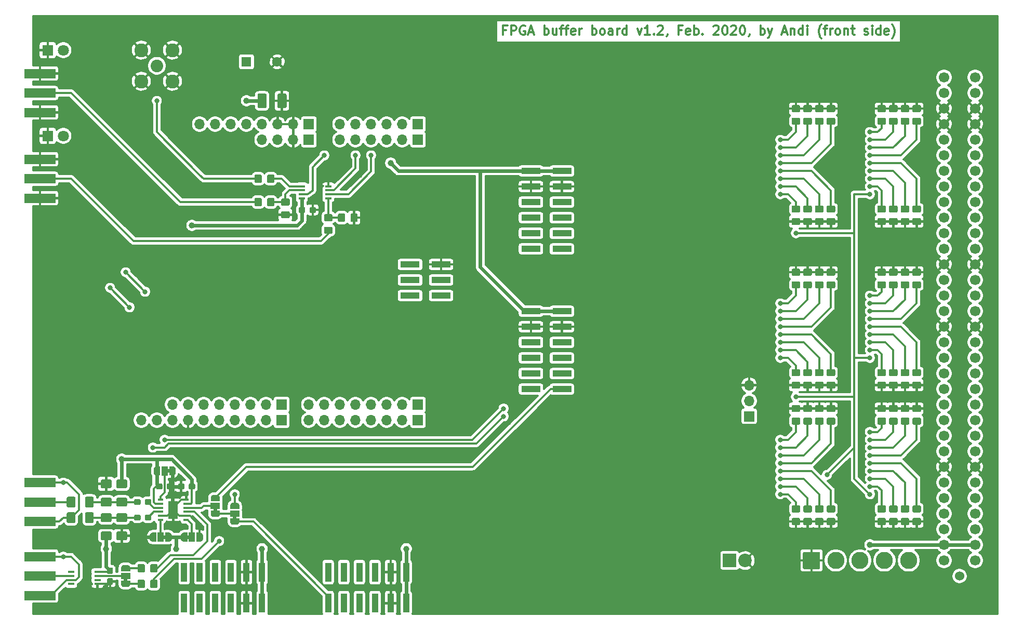
<source format=gtl>
G04 #@! TF.GenerationSoftware,KiCad,Pcbnew,(5.1.5)-3*
G04 #@! TF.CreationDate,2020-02-25T10:17:19+01:00*
G04 #@! TF.ProjectId,FPGA_buffer_board,46504741-5f62-4756-9666-65725f626f61,1.1*
G04 #@! TF.SameCoordinates,Original*
G04 #@! TF.FileFunction,Copper,L1,Top*
G04 #@! TF.FilePolarity,Positive*
%FSLAX46Y46*%
G04 Gerber Fmt 4.6, Leading zero omitted, Abs format (unit mm)*
G04 Created by KiCad (PCBNEW (5.1.5)-3) date 2020-02-25 10:17:19*
%MOMM*%
%LPD*%
G04 APERTURE LIST*
%ADD10C,0.300000*%
%ADD11C,0.100000*%
%ADD12R,1.500000X1.000000*%
%ADD13R,1.800000X1.800000*%
%ADD14C,1.800000*%
%ADD15R,1.000000X1.500000*%
%ADD16R,1.600000X1.600000*%
%ADD17C,1.600000*%
%ADD18R,1.700000X1.700000*%
%ADD19O,1.700000X1.700000*%
%ADD20C,2.250000*%
%ADD21C,2.050000*%
%ADD22C,1.700000*%
%ADD23C,1.524000*%
%ADD24R,2.200000X2.200000*%
%ADD25C,2.200000*%
%ADD26C,2.800000*%
%ADD27R,1.100000X0.400000*%
%ADD28R,0.890000X0.420000*%
%ADD29R,1.650000X2.850000*%
%ADD30R,1.000000X3.150000*%
%ADD31R,3.150000X1.000000*%
%ADD32R,5.080000X1.500000*%
%ADD33C,1.000000*%
%ADD34C,0.800000*%
%ADD35C,0.400000*%
%ADD36C,0.600000*%
%ADD37C,0.350000*%
G04 APERTURE END LIST*
D10*
X167422142Y-53232857D02*
X166922142Y-53232857D01*
X166922142Y-54018571D02*
X166922142Y-52518571D01*
X167636428Y-52518571D01*
X168207857Y-54018571D02*
X168207857Y-52518571D01*
X168779285Y-52518571D01*
X168922142Y-52590000D01*
X168993571Y-52661428D01*
X169065000Y-52804285D01*
X169065000Y-53018571D01*
X168993571Y-53161428D01*
X168922142Y-53232857D01*
X168779285Y-53304285D01*
X168207857Y-53304285D01*
X170493571Y-52590000D02*
X170350714Y-52518571D01*
X170136428Y-52518571D01*
X169922142Y-52590000D01*
X169779285Y-52732857D01*
X169707857Y-52875714D01*
X169636428Y-53161428D01*
X169636428Y-53375714D01*
X169707857Y-53661428D01*
X169779285Y-53804285D01*
X169922142Y-53947142D01*
X170136428Y-54018571D01*
X170279285Y-54018571D01*
X170493571Y-53947142D01*
X170565000Y-53875714D01*
X170565000Y-53375714D01*
X170279285Y-53375714D01*
X171136428Y-53590000D02*
X171850714Y-53590000D01*
X170993571Y-54018571D02*
X171493571Y-52518571D01*
X171993571Y-54018571D01*
X173636428Y-54018571D02*
X173636428Y-52518571D01*
X173636428Y-53090000D02*
X173779285Y-53018571D01*
X174065000Y-53018571D01*
X174207857Y-53090000D01*
X174279285Y-53161428D01*
X174350714Y-53304285D01*
X174350714Y-53732857D01*
X174279285Y-53875714D01*
X174207857Y-53947142D01*
X174065000Y-54018571D01*
X173779285Y-54018571D01*
X173636428Y-53947142D01*
X175636428Y-53018571D02*
X175636428Y-54018571D01*
X174993571Y-53018571D02*
X174993571Y-53804285D01*
X175065000Y-53947142D01*
X175207857Y-54018571D01*
X175422142Y-54018571D01*
X175565000Y-53947142D01*
X175636428Y-53875714D01*
X176136428Y-53018571D02*
X176707857Y-53018571D01*
X176350714Y-54018571D02*
X176350714Y-52732857D01*
X176422142Y-52590000D01*
X176565000Y-52518571D01*
X176707857Y-52518571D01*
X176993571Y-53018571D02*
X177565000Y-53018571D01*
X177207857Y-54018571D02*
X177207857Y-52732857D01*
X177279285Y-52590000D01*
X177422142Y-52518571D01*
X177565000Y-52518571D01*
X178636428Y-53947142D02*
X178493571Y-54018571D01*
X178207857Y-54018571D01*
X178065000Y-53947142D01*
X177993571Y-53804285D01*
X177993571Y-53232857D01*
X178065000Y-53090000D01*
X178207857Y-53018571D01*
X178493571Y-53018571D01*
X178636428Y-53090000D01*
X178707857Y-53232857D01*
X178707857Y-53375714D01*
X177993571Y-53518571D01*
X179350714Y-54018571D02*
X179350714Y-53018571D01*
X179350714Y-53304285D02*
X179422142Y-53161428D01*
X179493571Y-53090000D01*
X179636428Y-53018571D01*
X179779285Y-53018571D01*
X181422142Y-54018571D02*
X181422142Y-52518571D01*
X181422142Y-53090000D02*
X181565000Y-53018571D01*
X181850714Y-53018571D01*
X181993571Y-53090000D01*
X182065000Y-53161428D01*
X182136428Y-53304285D01*
X182136428Y-53732857D01*
X182065000Y-53875714D01*
X181993571Y-53947142D01*
X181850714Y-54018571D01*
X181565000Y-54018571D01*
X181422142Y-53947142D01*
X182993571Y-54018571D02*
X182850714Y-53947142D01*
X182779285Y-53875714D01*
X182707857Y-53732857D01*
X182707857Y-53304285D01*
X182779285Y-53161428D01*
X182850714Y-53090000D01*
X182993571Y-53018571D01*
X183207857Y-53018571D01*
X183350714Y-53090000D01*
X183422142Y-53161428D01*
X183493571Y-53304285D01*
X183493571Y-53732857D01*
X183422142Y-53875714D01*
X183350714Y-53947142D01*
X183207857Y-54018571D01*
X182993571Y-54018571D01*
X184779285Y-54018571D02*
X184779285Y-53232857D01*
X184707857Y-53090000D01*
X184565000Y-53018571D01*
X184279285Y-53018571D01*
X184136428Y-53090000D01*
X184779285Y-53947142D02*
X184636428Y-54018571D01*
X184279285Y-54018571D01*
X184136428Y-53947142D01*
X184065000Y-53804285D01*
X184065000Y-53661428D01*
X184136428Y-53518571D01*
X184279285Y-53447142D01*
X184636428Y-53447142D01*
X184779285Y-53375714D01*
X185493571Y-54018571D02*
X185493571Y-53018571D01*
X185493571Y-53304285D02*
X185565000Y-53161428D01*
X185636428Y-53090000D01*
X185779285Y-53018571D01*
X185922142Y-53018571D01*
X187065000Y-54018571D02*
X187065000Y-52518571D01*
X187065000Y-53947142D02*
X186922142Y-54018571D01*
X186636428Y-54018571D01*
X186493571Y-53947142D01*
X186422142Y-53875714D01*
X186350714Y-53732857D01*
X186350714Y-53304285D01*
X186422142Y-53161428D01*
X186493571Y-53090000D01*
X186636428Y-53018571D01*
X186922142Y-53018571D01*
X187065000Y-53090000D01*
X188779285Y-53018571D02*
X189136428Y-54018571D01*
X189493571Y-53018571D01*
X190850714Y-54018571D02*
X189993571Y-54018571D01*
X190422142Y-54018571D02*
X190422142Y-52518571D01*
X190279285Y-52732857D01*
X190136428Y-52875714D01*
X189993571Y-52947142D01*
X191493571Y-53875714D02*
X191565000Y-53947142D01*
X191493571Y-54018571D01*
X191422142Y-53947142D01*
X191493571Y-53875714D01*
X191493571Y-54018571D01*
X192136428Y-52661428D02*
X192207857Y-52590000D01*
X192350714Y-52518571D01*
X192707857Y-52518571D01*
X192850714Y-52590000D01*
X192922142Y-52661428D01*
X192993571Y-52804285D01*
X192993571Y-52947142D01*
X192922142Y-53161428D01*
X192065000Y-54018571D01*
X192993571Y-54018571D01*
X193707857Y-53947142D02*
X193707857Y-54018571D01*
X193636428Y-54161428D01*
X193565000Y-54232857D01*
X195993571Y-53232857D02*
X195493571Y-53232857D01*
X195493571Y-54018571D02*
X195493571Y-52518571D01*
X196207857Y-52518571D01*
X197350714Y-53947142D02*
X197207857Y-54018571D01*
X196922142Y-54018571D01*
X196779285Y-53947142D01*
X196707857Y-53804285D01*
X196707857Y-53232857D01*
X196779285Y-53090000D01*
X196922142Y-53018571D01*
X197207857Y-53018571D01*
X197350714Y-53090000D01*
X197422142Y-53232857D01*
X197422142Y-53375714D01*
X196707857Y-53518571D01*
X198065000Y-54018571D02*
X198065000Y-52518571D01*
X198065000Y-53090000D02*
X198207857Y-53018571D01*
X198493571Y-53018571D01*
X198636428Y-53090000D01*
X198707857Y-53161428D01*
X198779285Y-53304285D01*
X198779285Y-53732857D01*
X198707857Y-53875714D01*
X198636428Y-53947142D01*
X198493571Y-54018571D01*
X198207857Y-54018571D01*
X198065000Y-53947142D01*
X199422142Y-53875714D02*
X199493571Y-53947142D01*
X199422142Y-54018571D01*
X199350714Y-53947142D01*
X199422142Y-53875714D01*
X199422142Y-54018571D01*
X201207857Y-52661428D02*
X201279285Y-52590000D01*
X201422142Y-52518571D01*
X201779285Y-52518571D01*
X201922142Y-52590000D01*
X201993571Y-52661428D01*
X202065000Y-52804285D01*
X202065000Y-52947142D01*
X201993571Y-53161428D01*
X201136428Y-54018571D01*
X202065000Y-54018571D01*
X202993571Y-52518571D02*
X203136428Y-52518571D01*
X203279285Y-52590000D01*
X203350714Y-52661428D01*
X203422142Y-52804285D01*
X203493571Y-53090000D01*
X203493571Y-53447142D01*
X203422142Y-53732857D01*
X203350714Y-53875714D01*
X203279285Y-53947142D01*
X203136428Y-54018571D01*
X202993571Y-54018571D01*
X202850714Y-53947142D01*
X202779285Y-53875714D01*
X202707857Y-53732857D01*
X202636428Y-53447142D01*
X202636428Y-53090000D01*
X202707857Y-52804285D01*
X202779285Y-52661428D01*
X202850714Y-52590000D01*
X202993571Y-52518571D01*
X204065000Y-52661428D02*
X204136428Y-52590000D01*
X204279285Y-52518571D01*
X204636428Y-52518571D01*
X204779285Y-52590000D01*
X204850714Y-52661428D01*
X204922142Y-52804285D01*
X204922142Y-52947142D01*
X204850714Y-53161428D01*
X203993571Y-54018571D01*
X204922142Y-54018571D01*
X205850714Y-52518571D02*
X205993571Y-52518571D01*
X206136428Y-52590000D01*
X206207857Y-52661428D01*
X206279285Y-52804285D01*
X206350714Y-53090000D01*
X206350714Y-53447142D01*
X206279285Y-53732857D01*
X206207857Y-53875714D01*
X206136428Y-53947142D01*
X205993571Y-54018571D01*
X205850714Y-54018571D01*
X205707857Y-53947142D01*
X205636428Y-53875714D01*
X205565000Y-53732857D01*
X205493571Y-53447142D01*
X205493571Y-53090000D01*
X205565000Y-52804285D01*
X205636428Y-52661428D01*
X205707857Y-52590000D01*
X205850714Y-52518571D01*
X207064999Y-53947142D02*
X207064999Y-54018571D01*
X206993571Y-54161428D01*
X206922142Y-54232857D01*
X208850714Y-54018571D02*
X208850714Y-52518571D01*
X208850714Y-53090000D02*
X208993571Y-53018571D01*
X209279285Y-53018571D01*
X209422142Y-53090000D01*
X209493571Y-53161428D01*
X209565000Y-53304285D01*
X209565000Y-53732857D01*
X209493571Y-53875714D01*
X209422142Y-53947142D01*
X209279285Y-54018571D01*
X208993571Y-54018571D01*
X208850714Y-53947142D01*
X210065000Y-53018571D02*
X210422142Y-54018571D01*
X210779285Y-53018571D02*
X210422142Y-54018571D01*
X210279285Y-54375714D01*
X210207857Y-54447142D01*
X210065000Y-54518571D01*
X212422142Y-53590000D02*
X213136428Y-53590000D01*
X212279285Y-54018571D02*
X212779285Y-52518571D01*
X213279285Y-54018571D01*
X213779285Y-53018571D02*
X213779285Y-54018571D01*
X213779285Y-53161428D02*
X213850714Y-53090000D01*
X213993571Y-53018571D01*
X214207857Y-53018571D01*
X214350714Y-53090000D01*
X214422142Y-53232857D01*
X214422142Y-54018571D01*
X215779285Y-54018571D02*
X215779285Y-52518571D01*
X215779285Y-53947142D02*
X215636428Y-54018571D01*
X215350714Y-54018571D01*
X215207857Y-53947142D01*
X215136428Y-53875714D01*
X215064999Y-53732857D01*
X215064999Y-53304285D01*
X215136428Y-53161428D01*
X215207857Y-53090000D01*
X215350714Y-53018571D01*
X215636428Y-53018571D01*
X215779285Y-53090000D01*
X216493571Y-54018571D02*
X216493571Y-53018571D01*
X216493571Y-52518571D02*
X216422142Y-52590000D01*
X216493571Y-52661428D01*
X216564999Y-52590000D01*
X216493571Y-52518571D01*
X216493571Y-52661428D01*
X218779285Y-54590000D02*
X218707857Y-54518571D01*
X218565000Y-54304285D01*
X218493571Y-54161428D01*
X218422142Y-53947142D01*
X218350714Y-53590000D01*
X218350714Y-53304285D01*
X218422142Y-52947142D01*
X218493571Y-52732857D01*
X218565000Y-52590000D01*
X218707857Y-52375714D01*
X218779285Y-52304285D01*
X219136428Y-53018571D02*
X219707857Y-53018571D01*
X219350714Y-54018571D02*
X219350714Y-52732857D01*
X219422142Y-52590000D01*
X219565000Y-52518571D01*
X219707857Y-52518571D01*
X220207857Y-54018571D02*
X220207857Y-53018571D01*
X220207857Y-53304285D02*
X220279285Y-53161428D01*
X220350714Y-53090000D01*
X220493571Y-53018571D01*
X220636428Y-53018571D01*
X221350714Y-54018571D02*
X221207857Y-53947142D01*
X221136428Y-53875714D01*
X221064999Y-53732857D01*
X221064999Y-53304285D01*
X221136428Y-53161428D01*
X221207857Y-53090000D01*
X221350714Y-53018571D01*
X221564999Y-53018571D01*
X221707857Y-53090000D01*
X221779285Y-53161428D01*
X221850714Y-53304285D01*
X221850714Y-53732857D01*
X221779285Y-53875714D01*
X221707857Y-53947142D01*
X221564999Y-54018571D01*
X221350714Y-54018571D01*
X222493571Y-53018571D02*
X222493571Y-54018571D01*
X222493571Y-53161428D02*
X222564999Y-53090000D01*
X222707857Y-53018571D01*
X222922142Y-53018571D01*
X223064999Y-53090000D01*
X223136428Y-53232857D01*
X223136428Y-54018571D01*
X223636428Y-53018571D02*
X224207857Y-53018571D01*
X223850714Y-52518571D02*
X223850714Y-53804285D01*
X223922142Y-53947142D01*
X224065000Y-54018571D01*
X224207857Y-54018571D01*
X225779285Y-53947142D02*
X225922142Y-54018571D01*
X226207857Y-54018571D01*
X226350714Y-53947142D01*
X226422142Y-53804285D01*
X226422142Y-53732857D01*
X226350714Y-53590000D01*
X226207857Y-53518571D01*
X225993571Y-53518571D01*
X225850714Y-53447142D01*
X225779285Y-53304285D01*
X225779285Y-53232857D01*
X225850714Y-53090000D01*
X225993571Y-53018571D01*
X226207857Y-53018571D01*
X226350714Y-53090000D01*
X227065000Y-54018571D02*
X227065000Y-53018571D01*
X227065000Y-52518571D02*
X226993571Y-52590000D01*
X227065000Y-52661428D01*
X227136428Y-52590000D01*
X227065000Y-52518571D01*
X227065000Y-52661428D01*
X228422142Y-54018571D02*
X228422142Y-52518571D01*
X228422142Y-53947142D02*
X228279285Y-54018571D01*
X227993571Y-54018571D01*
X227850714Y-53947142D01*
X227779285Y-53875714D01*
X227707857Y-53732857D01*
X227707857Y-53304285D01*
X227779285Y-53161428D01*
X227850714Y-53090000D01*
X227993571Y-53018571D01*
X228279285Y-53018571D01*
X228422142Y-53090000D01*
X229707857Y-53947142D02*
X229565000Y-54018571D01*
X229279285Y-54018571D01*
X229136428Y-53947142D01*
X229065000Y-53804285D01*
X229065000Y-53232857D01*
X229136428Y-53090000D01*
X229279285Y-53018571D01*
X229565000Y-53018571D01*
X229707857Y-53090000D01*
X229779285Y-53232857D01*
X229779285Y-53375714D01*
X229065000Y-53518571D01*
X230279285Y-54590000D02*
X230350714Y-54518571D01*
X230493571Y-54304285D01*
X230565000Y-54161428D01*
X230636428Y-53947142D01*
X230707857Y-53590000D01*
X230707857Y-53304285D01*
X230636428Y-52947142D01*
X230565000Y-52732857D01*
X230493571Y-52590000D01*
X230350714Y-52375714D01*
X230279285Y-52304285D01*
G04 #@! TA.AperFunction,SMDPad,CuDef*
D11*
G36*
X136200779Y-82076144D02*
G01*
X136223834Y-82079563D01*
X136246443Y-82085227D01*
X136268387Y-82093079D01*
X136289457Y-82103044D01*
X136309448Y-82115026D01*
X136328168Y-82128910D01*
X136345438Y-82144562D01*
X136361090Y-82161832D01*
X136374974Y-82180552D01*
X136386956Y-82200543D01*
X136396921Y-82221613D01*
X136404773Y-82243557D01*
X136410437Y-82266166D01*
X136413856Y-82289221D01*
X136415000Y-82312500D01*
X136415000Y-82787500D01*
X136413856Y-82810779D01*
X136410437Y-82833834D01*
X136404773Y-82856443D01*
X136396921Y-82878387D01*
X136386956Y-82899457D01*
X136374974Y-82919448D01*
X136361090Y-82938168D01*
X136345438Y-82955438D01*
X136328168Y-82971090D01*
X136309448Y-82984974D01*
X136289457Y-82996956D01*
X136268387Y-83006921D01*
X136246443Y-83014773D01*
X136223834Y-83020437D01*
X136200779Y-83023856D01*
X136177500Y-83025000D01*
X135602500Y-83025000D01*
X135579221Y-83023856D01*
X135556166Y-83020437D01*
X135533557Y-83014773D01*
X135511613Y-83006921D01*
X135490543Y-82996956D01*
X135470552Y-82984974D01*
X135451832Y-82971090D01*
X135434562Y-82955438D01*
X135418910Y-82938168D01*
X135405026Y-82919448D01*
X135393044Y-82899457D01*
X135383079Y-82878387D01*
X135375227Y-82856443D01*
X135369563Y-82833834D01*
X135366144Y-82810779D01*
X135365000Y-82787500D01*
X135365000Y-82312500D01*
X135366144Y-82289221D01*
X135369563Y-82266166D01*
X135375227Y-82243557D01*
X135383079Y-82221613D01*
X135393044Y-82200543D01*
X135405026Y-82180552D01*
X135418910Y-82161832D01*
X135434562Y-82144562D01*
X135451832Y-82128910D01*
X135470552Y-82115026D01*
X135490543Y-82103044D01*
X135511613Y-82093079D01*
X135533557Y-82085227D01*
X135556166Y-82079563D01*
X135579221Y-82076144D01*
X135602500Y-82075000D01*
X136177500Y-82075000D01*
X136200779Y-82076144D01*
G37*
G04 #@! TD.AperFunction*
G04 #@! TA.AperFunction,SMDPad,CuDef*
G36*
X134450779Y-82076144D02*
G01*
X134473834Y-82079563D01*
X134496443Y-82085227D01*
X134518387Y-82093079D01*
X134539457Y-82103044D01*
X134559448Y-82115026D01*
X134578168Y-82128910D01*
X134595438Y-82144562D01*
X134611090Y-82161832D01*
X134624974Y-82180552D01*
X134636956Y-82200543D01*
X134646921Y-82221613D01*
X134654773Y-82243557D01*
X134660437Y-82266166D01*
X134663856Y-82289221D01*
X134665000Y-82312500D01*
X134665000Y-82787500D01*
X134663856Y-82810779D01*
X134660437Y-82833834D01*
X134654773Y-82856443D01*
X134646921Y-82878387D01*
X134636956Y-82899457D01*
X134624974Y-82919448D01*
X134611090Y-82938168D01*
X134595438Y-82955438D01*
X134578168Y-82971090D01*
X134559448Y-82984974D01*
X134539457Y-82996956D01*
X134518387Y-83006921D01*
X134496443Y-83014773D01*
X134473834Y-83020437D01*
X134450779Y-83023856D01*
X134427500Y-83025000D01*
X133852500Y-83025000D01*
X133829221Y-83023856D01*
X133806166Y-83020437D01*
X133783557Y-83014773D01*
X133761613Y-83006921D01*
X133740543Y-82996956D01*
X133720552Y-82984974D01*
X133701832Y-82971090D01*
X133684562Y-82955438D01*
X133668910Y-82938168D01*
X133655026Y-82919448D01*
X133643044Y-82899457D01*
X133633079Y-82878387D01*
X133625227Y-82856443D01*
X133619563Y-82833834D01*
X133616144Y-82810779D01*
X133615000Y-82787500D01*
X133615000Y-82312500D01*
X133616144Y-82289221D01*
X133619563Y-82266166D01*
X133625227Y-82243557D01*
X133633079Y-82221613D01*
X133643044Y-82200543D01*
X133655026Y-82180552D01*
X133668910Y-82161832D01*
X133684562Y-82144562D01*
X133701832Y-82128910D01*
X133720552Y-82115026D01*
X133740543Y-82103044D01*
X133761613Y-82093079D01*
X133783557Y-82085227D01*
X133806166Y-82079563D01*
X133829221Y-82076144D01*
X133852500Y-82075000D01*
X134427500Y-82075000D01*
X134450779Y-82076144D01*
G37*
G04 #@! TD.AperFunction*
G04 #@! TA.AperFunction,SMDPad,CuDef*
G36*
X112945779Y-127161144D02*
G01*
X112968834Y-127164563D01*
X112991443Y-127170227D01*
X113013387Y-127178079D01*
X113034457Y-127188044D01*
X113054448Y-127200026D01*
X113073168Y-127213910D01*
X113090438Y-127229562D01*
X113106090Y-127246832D01*
X113119974Y-127265552D01*
X113131956Y-127285543D01*
X113141921Y-127306613D01*
X113149773Y-127328557D01*
X113155437Y-127351166D01*
X113158856Y-127374221D01*
X113160000Y-127397500D01*
X113160000Y-127872500D01*
X113158856Y-127895779D01*
X113155437Y-127918834D01*
X113149773Y-127941443D01*
X113141921Y-127963387D01*
X113131956Y-127984457D01*
X113119974Y-128004448D01*
X113106090Y-128023168D01*
X113090438Y-128040438D01*
X113073168Y-128056090D01*
X113054448Y-128069974D01*
X113034457Y-128081956D01*
X113013387Y-128091921D01*
X112991443Y-128099773D01*
X112968834Y-128105437D01*
X112945779Y-128108856D01*
X112922500Y-128110000D01*
X112347500Y-128110000D01*
X112324221Y-128108856D01*
X112301166Y-128105437D01*
X112278557Y-128099773D01*
X112256613Y-128091921D01*
X112235543Y-128081956D01*
X112215552Y-128069974D01*
X112196832Y-128056090D01*
X112179562Y-128040438D01*
X112163910Y-128023168D01*
X112150026Y-128004448D01*
X112138044Y-127984457D01*
X112128079Y-127963387D01*
X112120227Y-127941443D01*
X112114563Y-127918834D01*
X112111144Y-127895779D01*
X112110000Y-127872500D01*
X112110000Y-127397500D01*
X112111144Y-127374221D01*
X112114563Y-127351166D01*
X112120227Y-127328557D01*
X112128079Y-127306613D01*
X112138044Y-127285543D01*
X112150026Y-127265552D01*
X112163910Y-127246832D01*
X112179562Y-127229562D01*
X112196832Y-127213910D01*
X112215552Y-127200026D01*
X112235543Y-127188044D01*
X112256613Y-127178079D01*
X112278557Y-127170227D01*
X112301166Y-127164563D01*
X112324221Y-127161144D01*
X112347500Y-127160000D01*
X112922500Y-127160000D01*
X112945779Y-127161144D01*
G37*
G04 #@! TD.AperFunction*
G04 #@! TA.AperFunction,SMDPad,CuDef*
G36*
X111195779Y-127161144D02*
G01*
X111218834Y-127164563D01*
X111241443Y-127170227D01*
X111263387Y-127178079D01*
X111284457Y-127188044D01*
X111304448Y-127200026D01*
X111323168Y-127213910D01*
X111340438Y-127229562D01*
X111356090Y-127246832D01*
X111369974Y-127265552D01*
X111381956Y-127285543D01*
X111391921Y-127306613D01*
X111399773Y-127328557D01*
X111405437Y-127351166D01*
X111408856Y-127374221D01*
X111410000Y-127397500D01*
X111410000Y-127872500D01*
X111408856Y-127895779D01*
X111405437Y-127918834D01*
X111399773Y-127941443D01*
X111391921Y-127963387D01*
X111381956Y-127984457D01*
X111369974Y-128004448D01*
X111356090Y-128023168D01*
X111340438Y-128040438D01*
X111323168Y-128056090D01*
X111304448Y-128069974D01*
X111284457Y-128081956D01*
X111263387Y-128091921D01*
X111241443Y-128099773D01*
X111218834Y-128105437D01*
X111195779Y-128108856D01*
X111172500Y-128110000D01*
X110597500Y-128110000D01*
X110574221Y-128108856D01*
X110551166Y-128105437D01*
X110528557Y-128099773D01*
X110506613Y-128091921D01*
X110485543Y-128081956D01*
X110465552Y-128069974D01*
X110446832Y-128056090D01*
X110429562Y-128040438D01*
X110413910Y-128023168D01*
X110400026Y-128004448D01*
X110388044Y-127984457D01*
X110378079Y-127963387D01*
X110370227Y-127941443D01*
X110364563Y-127918834D01*
X110361144Y-127895779D01*
X110360000Y-127872500D01*
X110360000Y-127397500D01*
X110361144Y-127374221D01*
X110364563Y-127351166D01*
X110370227Y-127328557D01*
X110378079Y-127306613D01*
X110388044Y-127285543D01*
X110400026Y-127265552D01*
X110413910Y-127246832D01*
X110429562Y-127229562D01*
X110446832Y-127213910D01*
X110465552Y-127200026D01*
X110485543Y-127188044D01*
X110506613Y-127178079D01*
X110528557Y-127170227D01*
X110551166Y-127164563D01*
X110574221Y-127161144D01*
X110597500Y-127160000D01*
X111172500Y-127160000D01*
X111195779Y-127161144D01*
G37*
G04 #@! TD.AperFunction*
G04 #@! TA.AperFunction,SMDPad,CuDef*
G36*
X103130779Y-142591144D02*
G01*
X103153834Y-142594563D01*
X103176443Y-142600227D01*
X103198387Y-142608079D01*
X103219457Y-142618044D01*
X103239448Y-142630026D01*
X103258168Y-142643910D01*
X103275438Y-142659562D01*
X103291090Y-142676832D01*
X103304974Y-142695552D01*
X103316956Y-142715543D01*
X103326921Y-142736613D01*
X103334773Y-142758557D01*
X103340437Y-142781166D01*
X103343856Y-142804221D01*
X103345000Y-142827500D01*
X103345000Y-143402500D01*
X103343856Y-143425779D01*
X103340437Y-143448834D01*
X103334773Y-143471443D01*
X103326921Y-143493387D01*
X103316956Y-143514457D01*
X103304974Y-143534448D01*
X103291090Y-143553168D01*
X103275438Y-143570438D01*
X103258168Y-143586090D01*
X103239448Y-143599974D01*
X103219457Y-143611956D01*
X103198387Y-143621921D01*
X103176443Y-143629773D01*
X103153834Y-143635437D01*
X103130779Y-143638856D01*
X103107500Y-143640000D01*
X102632500Y-143640000D01*
X102609221Y-143638856D01*
X102586166Y-143635437D01*
X102563557Y-143629773D01*
X102541613Y-143621921D01*
X102520543Y-143611956D01*
X102500552Y-143599974D01*
X102481832Y-143586090D01*
X102464562Y-143570438D01*
X102448910Y-143553168D01*
X102435026Y-143534448D01*
X102423044Y-143514457D01*
X102413079Y-143493387D01*
X102405227Y-143471443D01*
X102399563Y-143448834D01*
X102396144Y-143425779D01*
X102395000Y-143402500D01*
X102395000Y-142827500D01*
X102396144Y-142804221D01*
X102399563Y-142781166D01*
X102405227Y-142758557D01*
X102413079Y-142736613D01*
X102423044Y-142715543D01*
X102435026Y-142695552D01*
X102448910Y-142676832D01*
X102464562Y-142659562D01*
X102481832Y-142643910D01*
X102500552Y-142630026D01*
X102520543Y-142618044D01*
X102541613Y-142608079D01*
X102563557Y-142600227D01*
X102586166Y-142594563D01*
X102609221Y-142591144D01*
X102632500Y-142590000D01*
X103107500Y-142590000D01*
X103130779Y-142591144D01*
G37*
G04 #@! TD.AperFunction*
G04 #@! TA.AperFunction,SMDPad,CuDef*
G36*
X103130779Y-140841144D02*
G01*
X103153834Y-140844563D01*
X103176443Y-140850227D01*
X103198387Y-140858079D01*
X103219457Y-140868044D01*
X103239448Y-140880026D01*
X103258168Y-140893910D01*
X103275438Y-140909562D01*
X103291090Y-140926832D01*
X103304974Y-140945552D01*
X103316956Y-140965543D01*
X103326921Y-140986613D01*
X103334773Y-141008557D01*
X103340437Y-141031166D01*
X103343856Y-141054221D01*
X103345000Y-141077500D01*
X103345000Y-141652500D01*
X103343856Y-141675779D01*
X103340437Y-141698834D01*
X103334773Y-141721443D01*
X103326921Y-141743387D01*
X103316956Y-141764457D01*
X103304974Y-141784448D01*
X103291090Y-141803168D01*
X103275438Y-141820438D01*
X103258168Y-141836090D01*
X103239448Y-141849974D01*
X103219457Y-141861956D01*
X103198387Y-141871921D01*
X103176443Y-141879773D01*
X103153834Y-141885437D01*
X103130779Y-141888856D01*
X103107500Y-141890000D01*
X102632500Y-141890000D01*
X102609221Y-141888856D01*
X102586166Y-141885437D01*
X102563557Y-141879773D01*
X102541613Y-141871921D01*
X102520543Y-141861956D01*
X102500552Y-141849974D01*
X102481832Y-141836090D01*
X102464562Y-141820438D01*
X102448910Y-141803168D01*
X102435026Y-141784448D01*
X102423044Y-141764457D01*
X102413079Y-141743387D01*
X102405227Y-141721443D01*
X102399563Y-141698834D01*
X102396144Y-141675779D01*
X102395000Y-141652500D01*
X102395000Y-141077500D01*
X102396144Y-141054221D01*
X102399563Y-141031166D01*
X102405227Y-141008557D01*
X102413079Y-140986613D01*
X102423044Y-140965543D01*
X102435026Y-140945552D01*
X102448910Y-140926832D01*
X102464562Y-140909562D01*
X102481832Y-140893910D01*
X102500552Y-140880026D01*
X102520543Y-140868044D01*
X102541613Y-140858079D01*
X102563557Y-140850227D01*
X102586166Y-140844563D01*
X102609221Y-140841144D01*
X102632500Y-140840000D01*
X103107500Y-140840000D01*
X103130779Y-140841144D01*
G37*
G04 #@! TD.AperFunction*
D12*
X123190000Y-132080000D03*
G04 #@! TA.AperFunction,SMDPad,CuDef*
D11*
G36*
X122440602Y-130780000D02*
G01*
X122440602Y-130755466D01*
X122445412Y-130706635D01*
X122454984Y-130658510D01*
X122469228Y-130611555D01*
X122488005Y-130566222D01*
X122511136Y-130522949D01*
X122538396Y-130482150D01*
X122569524Y-130444221D01*
X122604221Y-130409524D01*
X122642150Y-130378396D01*
X122682949Y-130351136D01*
X122726222Y-130328005D01*
X122771555Y-130309228D01*
X122818510Y-130294984D01*
X122866635Y-130285412D01*
X122915466Y-130280602D01*
X122940000Y-130280602D01*
X122940000Y-130280000D01*
X123440000Y-130280000D01*
X123440000Y-130280602D01*
X123464534Y-130280602D01*
X123513365Y-130285412D01*
X123561490Y-130294984D01*
X123608445Y-130309228D01*
X123653778Y-130328005D01*
X123697051Y-130351136D01*
X123737850Y-130378396D01*
X123775779Y-130409524D01*
X123810476Y-130444221D01*
X123841604Y-130482150D01*
X123868864Y-130522949D01*
X123891995Y-130566222D01*
X123910772Y-130611555D01*
X123925016Y-130658510D01*
X123934588Y-130706635D01*
X123939398Y-130755466D01*
X123939398Y-130780000D01*
X123940000Y-130780000D01*
X123940000Y-131330000D01*
X122440000Y-131330000D01*
X122440000Y-130780000D01*
X122440602Y-130780000D01*
G37*
G04 #@! TD.AperFunction*
G04 #@! TA.AperFunction,SMDPad,CuDef*
G36*
X122890000Y-132830000D02*
G01*
X122890000Y-132480000D01*
X123490000Y-132480000D01*
X123490000Y-132830000D01*
X123940000Y-132830000D01*
X123940000Y-133380000D01*
X123939398Y-133380000D01*
X123939398Y-133404534D01*
X123934588Y-133453365D01*
X123925016Y-133501490D01*
X123910772Y-133548445D01*
X123891995Y-133593778D01*
X123868864Y-133637051D01*
X123841604Y-133677850D01*
X123810476Y-133715779D01*
X123775779Y-133750476D01*
X123737850Y-133781604D01*
X123697051Y-133808864D01*
X123653778Y-133831995D01*
X123608445Y-133850772D01*
X123561490Y-133865016D01*
X123513365Y-133874588D01*
X123464534Y-133879398D01*
X123440000Y-133879398D01*
X123440000Y-133880000D01*
X122940000Y-133880000D01*
X122940000Y-133879398D01*
X122915466Y-133879398D01*
X122866635Y-133874588D01*
X122818510Y-133865016D01*
X122771555Y-133850772D01*
X122726222Y-133831995D01*
X122682949Y-133808864D01*
X122642150Y-133781604D01*
X122604221Y-133750476D01*
X122569524Y-133715779D01*
X122538396Y-133677850D01*
X122511136Y-133637051D01*
X122488005Y-133593778D01*
X122469228Y-133548445D01*
X122454984Y-133501490D01*
X122445412Y-133453365D01*
X122440602Y-133404534D01*
X122440602Y-133380000D01*
X122440000Y-133380000D01*
X122440000Y-132830000D01*
X122890000Y-132830000D01*
G37*
G04 #@! TD.AperFunction*
D13*
X92710000Y-70485000D03*
D14*
X95250000Y-70485000D03*
G04 #@! TA.AperFunction,SMDPad,CuDef*
D11*
G36*
X138904505Y-85296204D02*
G01*
X138928773Y-85299804D01*
X138952572Y-85305765D01*
X138975671Y-85314030D01*
X138997850Y-85324520D01*
X139018893Y-85337132D01*
X139038599Y-85351747D01*
X139056777Y-85368223D01*
X139073253Y-85386401D01*
X139087868Y-85406107D01*
X139100480Y-85427150D01*
X139110970Y-85449329D01*
X139119235Y-85472428D01*
X139125196Y-85496227D01*
X139128796Y-85520495D01*
X139130000Y-85544999D01*
X139130000Y-86195001D01*
X139128796Y-86219505D01*
X139125196Y-86243773D01*
X139119235Y-86267572D01*
X139110970Y-86290671D01*
X139100480Y-86312850D01*
X139087868Y-86333893D01*
X139073253Y-86353599D01*
X139056777Y-86371777D01*
X139038599Y-86388253D01*
X139018893Y-86402868D01*
X138997850Y-86415480D01*
X138975671Y-86425970D01*
X138952572Y-86434235D01*
X138928773Y-86440196D01*
X138904505Y-86443796D01*
X138880001Y-86445000D01*
X137979999Y-86445000D01*
X137955495Y-86443796D01*
X137931227Y-86440196D01*
X137907428Y-86434235D01*
X137884329Y-86425970D01*
X137862150Y-86415480D01*
X137841107Y-86402868D01*
X137821401Y-86388253D01*
X137803223Y-86371777D01*
X137786747Y-86353599D01*
X137772132Y-86333893D01*
X137759520Y-86312850D01*
X137749030Y-86290671D01*
X137740765Y-86267572D01*
X137734804Y-86243773D01*
X137731204Y-86219505D01*
X137730000Y-86195001D01*
X137730000Y-85544999D01*
X137731204Y-85520495D01*
X137734804Y-85496227D01*
X137740765Y-85472428D01*
X137749030Y-85449329D01*
X137759520Y-85427150D01*
X137772132Y-85406107D01*
X137786747Y-85386401D01*
X137803223Y-85368223D01*
X137821401Y-85351747D01*
X137841107Y-85337132D01*
X137862150Y-85324520D01*
X137884329Y-85314030D01*
X137907428Y-85305765D01*
X137931227Y-85299804D01*
X137955495Y-85296204D01*
X137979999Y-85295000D01*
X138880001Y-85295000D01*
X138904505Y-85296204D01*
G37*
G04 #@! TD.AperFunction*
G04 #@! TA.AperFunction,SMDPad,CuDef*
G36*
X138904505Y-83246204D02*
G01*
X138928773Y-83249804D01*
X138952572Y-83255765D01*
X138975671Y-83264030D01*
X138997850Y-83274520D01*
X139018893Y-83287132D01*
X139038599Y-83301747D01*
X139056777Y-83318223D01*
X139073253Y-83336401D01*
X139087868Y-83356107D01*
X139100480Y-83377150D01*
X139110970Y-83399329D01*
X139119235Y-83422428D01*
X139125196Y-83446227D01*
X139128796Y-83470495D01*
X139130000Y-83494999D01*
X139130000Y-84145001D01*
X139128796Y-84169505D01*
X139125196Y-84193773D01*
X139119235Y-84217572D01*
X139110970Y-84240671D01*
X139100480Y-84262850D01*
X139087868Y-84283893D01*
X139073253Y-84303599D01*
X139056777Y-84321777D01*
X139038599Y-84338253D01*
X139018893Y-84352868D01*
X138997850Y-84365480D01*
X138975671Y-84375970D01*
X138952572Y-84384235D01*
X138928773Y-84390196D01*
X138904505Y-84393796D01*
X138880001Y-84395000D01*
X137979999Y-84395000D01*
X137955495Y-84393796D01*
X137931227Y-84390196D01*
X137907428Y-84384235D01*
X137884329Y-84375970D01*
X137862150Y-84365480D01*
X137841107Y-84352868D01*
X137821401Y-84338253D01*
X137803223Y-84321777D01*
X137786747Y-84303599D01*
X137772132Y-84283893D01*
X137759520Y-84262850D01*
X137749030Y-84240671D01*
X137740765Y-84217572D01*
X137734804Y-84193773D01*
X137731204Y-84169505D01*
X137730000Y-84145001D01*
X137730000Y-83494999D01*
X137731204Y-83470495D01*
X137734804Y-83446227D01*
X137740765Y-83422428D01*
X137749030Y-83399329D01*
X137759520Y-83377150D01*
X137772132Y-83356107D01*
X137786747Y-83336401D01*
X137803223Y-83318223D01*
X137821401Y-83301747D01*
X137841107Y-83287132D01*
X137862150Y-83274520D01*
X137884329Y-83264030D01*
X137907428Y-83255765D01*
X137931227Y-83249804D01*
X137955495Y-83246204D01*
X137979999Y-83245000D01*
X138880001Y-83245000D01*
X138904505Y-83246204D01*
G37*
G04 #@! TD.AperFunction*
G04 #@! TA.AperFunction,SMDPad,CuDef*
G36*
X129399505Y-80581204D02*
G01*
X129423773Y-80584804D01*
X129447572Y-80590765D01*
X129470671Y-80599030D01*
X129492850Y-80609520D01*
X129513893Y-80622132D01*
X129533599Y-80636747D01*
X129551777Y-80653223D01*
X129568253Y-80671401D01*
X129582868Y-80691107D01*
X129595480Y-80712150D01*
X129605970Y-80734329D01*
X129614235Y-80757428D01*
X129620196Y-80781227D01*
X129623796Y-80805495D01*
X129625000Y-80829999D01*
X129625000Y-81730001D01*
X129623796Y-81754505D01*
X129620196Y-81778773D01*
X129614235Y-81802572D01*
X129605970Y-81825671D01*
X129595480Y-81847850D01*
X129582868Y-81868893D01*
X129568253Y-81888599D01*
X129551777Y-81906777D01*
X129533599Y-81923253D01*
X129513893Y-81937868D01*
X129492850Y-81950480D01*
X129470671Y-81960970D01*
X129447572Y-81969235D01*
X129423773Y-81975196D01*
X129399505Y-81978796D01*
X129375001Y-81980000D01*
X128724999Y-81980000D01*
X128700495Y-81978796D01*
X128676227Y-81975196D01*
X128652428Y-81969235D01*
X128629329Y-81960970D01*
X128607150Y-81950480D01*
X128586107Y-81937868D01*
X128566401Y-81923253D01*
X128548223Y-81906777D01*
X128531747Y-81888599D01*
X128517132Y-81868893D01*
X128504520Y-81847850D01*
X128494030Y-81825671D01*
X128485765Y-81802572D01*
X128479804Y-81778773D01*
X128476204Y-81754505D01*
X128475000Y-81730001D01*
X128475000Y-80829999D01*
X128476204Y-80805495D01*
X128479804Y-80781227D01*
X128485765Y-80757428D01*
X128494030Y-80734329D01*
X128504520Y-80712150D01*
X128517132Y-80691107D01*
X128531747Y-80671401D01*
X128548223Y-80653223D01*
X128566401Y-80636747D01*
X128586107Y-80622132D01*
X128607150Y-80609520D01*
X128629329Y-80599030D01*
X128652428Y-80590765D01*
X128676227Y-80584804D01*
X128700495Y-80581204D01*
X128724999Y-80580000D01*
X129375001Y-80580000D01*
X129399505Y-80581204D01*
G37*
G04 #@! TD.AperFunction*
G04 #@! TA.AperFunction,SMDPad,CuDef*
G36*
X127349505Y-80581204D02*
G01*
X127373773Y-80584804D01*
X127397572Y-80590765D01*
X127420671Y-80599030D01*
X127442850Y-80609520D01*
X127463893Y-80622132D01*
X127483599Y-80636747D01*
X127501777Y-80653223D01*
X127518253Y-80671401D01*
X127532868Y-80691107D01*
X127545480Y-80712150D01*
X127555970Y-80734329D01*
X127564235Y-80757428D01*
X127570196Y-80781227D01*
X127573796Y-80805495D01*
X127575000Y-80829999D01*
X127575000Y-81730001D01*
X127573796Y-81754505D01*
X127570196Y-81778773D01*
X127564235Y-81802572D01*
X127555970Y-81825671D01*
X127545480Y-81847850D01*
X127532868Y-81868893D01*
X127518253Y-81888599D01*
X127501777Y-81906777D01*
X127483599Y-81923253D01*
X127463893Y-81937868D01*
X127442850Y-81950480D01*
X127420671Y-81960970D01*
X127397572Y-81969235D01*
X127373773Y-81975196D01*
X127349505Y-81978796D01*
X127325001Y-81980000D01*
X126674999Y-81980000D01*
X126650495Y-81978796D01*
X126626227Y-81975196D01*
X126602428Y-81969235D01*
X126579329Y-81960970D01*
X126557150Y-81950480D01*
X126536107Y-81937868D01*
X126516401Y-81923253D01*
X126498223Y-81906777D01*
X126481747Y-81888599D01*
X126467132Y-81868893D01*
X126454520Y-81847850D01*
X126444030Y-81825671D01*
X126435765Y-81802572D01*
X126429804Y-81778773D01*
X126426204Y-81754505D01*
X126425000Y-81730001D01*
X126425000Y-80829999D01*
X126426204Y-80805495D01*
X126429804Y-80781227D01*
X126435765Y-80757428D01*
X126444030Y-80734329D01*
X126454520Y-80712150D01*
X126467132Y-80691107D01*
X126481747Y-80671401D01*
X126498223Y-80653223D01*
X126516401Y-80636747D01*
X126536107Y-80622132D01*
X126557150Y-80609520D01*
X126579329Y-80599030D01*
X126602428Y-80590765D01*
X126626227Y-80584804D01*
X126650495Y-80581204D01*
X126674999Y-80580000D01*
X127325001Y-80580000D01*
X127349505Y-80581204D01*
G37*
G04 #@! TD.AperFunction*
G04 #@! TA.AperFunction,SMDPad,CuDef*
G36*
X142979505Y-83121204D02*
G01*
X143003773Y-83124804D01*
X143027572Y-83130765D01*
X143050671Y-83139030D01*
X143072850Y-83149520D01*
X143093893Y-83162132D01*
X143113599Y-83176747D01*
X143131777Y-83193223D01*
X143148253Y-83211401D01*
X143162868Y-83231107D01*
X143175480Y-83252150D01*
X143185970Y-83274329D01*
X143194235Y-83297428D01*
X143200196Y-83321227D01*
X143203796Y-83345495D01*
X143205000Y-83369999D01*
X143205000Y-84270001D01*
X143203796Y-84294505D01*
X143200196Y-84318773D01*
X143194235Y-84342572D01*
X143185970Y-84365671D01*
X143175480Y-84387850D01*
X143162868Y-84408893D01*
X143148253Y-84428599D01*
X143131777Y-84446777D01*
X143113599Y-84463253D01*
X143093893Y-84477868D01*
X143072850Y-84490480D01*
X143050671Y-84500970D01*
X143027572Y-84509235D01*
X143003773Y-84515196D01*
X142979505Y-84518796D01*
X142955001Y-84520000D01*
X142304999Y-84520000D01*
X142280495Y-84518796D01*
X142256227Y-84515196D01*
X142232428Y-84509235D01*
X142209329Y-84500970D01*
X142187150Y-84490480D01*
X142166107Y-84477868D01*
X142146401Y-84463253D01*
X142128223Y-84446777D01*
X142111747Y-84428599D01*
X142097132Y-84408893D01*
X142084520Y-84387850D01*
X142074030Y-84365671D01*
X142065765Y-84342572D01*
X142059804Y-84318773D01*
X142056204Y-84294505D01*
X142055000Y-84270001D01*
X142055000Y-83369999D01*
X142056204Y-83345495D01*
X142059804Y-83321227D01*
X142065765Y-83297428D01*
X142074030Y-83274329D01*
X142084520Y-83252150D01*
X142097132Y-83231107D01*
X142111747Y-83211401D01*
X142128223Y-83193223D01*
X142146401Y-83176747D01*
X142166107Y-83162132D01*
X142187150Y-83149520D01*
X142209329Y-83139030D01*
X142232428Y-83130765D01*
X142256227Y-83124804D01*
X142280495Y-83121204D01*
X142304999Y-83120000D01*
X142955001Y-83120000D01*
X142979505Y-83121204D01*
G37*
G04 #@! TD.AperFunction*
G04 #@! TA.AperFunction,SMDPad,CuDef*
G36*
X140929505Y-83121204D02*
G01*
X140953773Y-83124804D01*
X140977572Y-83130765D01*
X141000671Y-83139030D01*
X141022850Y-83149520D01*
X141043893Y-83162132D01*
X141063599Y-83176747D01*
X141081777Y-83193223D01*
X141098253Y-83211401D01*
X141112868Y-83231107D01*
X141125480Y-83252150D01*
X141135970Y-83274329D01*
X141144235Y-83297428D01*
X141150196Y-83321227D01*
X141153796Y-83345495D01*
X141155000Y-83369999D01*
X141155000Y-84270001D01*
X141153796Y-84294505D01*
X141150196Y-84318773D01*
X141144235Y-84342572D01*
X141135970Y-84365671D01*
X141125480Y-84387850D01*
X141112868Y-84408893D01*
X141098253Y-84428599D01*
X141081777Y-84446777D01*
X141063599Y-84463253D01*
X141043893Y-84477868D01*
X141022850Y-84490480D01*
X141000671Y-84500970D01*
X140977572Y-84509235D01*
X140953773Y-84515196D01*
X140929505Y-84518796D01*
X140905001Y-84520000D01*
X140254999Y-84520000D01*
X140230495Y-84518796D01*
X140206227Y-84515196D01*
X140182428Y-84509235D01*
X140159329Y-84500970D01*
X140137150Y-84490480D01*
X140116107Y-84477868D01*
X140096401Y-84463253D01*
X140078223Y-84446777D01*
X140061747Y-84428599D01*
X140047132Y-84408893D01*
X140034520Y-84387850D01*
X140024030Y-84365671D01*
X140015765Y-84342572D01*
X140009804Y-84318773D01*
X140006204Y-84294505D01*
X140005000Y-84270001D01*
X140005000Y-83369999D01*
X140006204Y-83345495D01*
X140009804Y-83321227D01*
X140015765Y-83297428D01*
X140024030Y-83274329D01*
X140034520Y-83252150D01*
X140047132Y-83231107D01*
X140061747Y-83211401D01*
X140078223Y-83193223D01*
X140096401Y-83176747D01*
X140116107Y-83162132D01*
X140137150Y-83149520D01*
X140159329Y-83139030D01*
X140182428Y-83130765D01*
X140206227Y-83124804D01*
X140230495Y-83121204D01*
X140254999Y-83120000D01*
X140905001Y-83120000D01*
X140929505Y-83121204D01*
G37*
G04 #@! TD.AperFunction*
G04 #@! TA.AperFunction,SMDPad,CuDef*
G36*
X131919505Y-80706204D02*
G01*
X131943773Y-80709804D01*
X131967572Y-80715765D01*
X131990671Y-80724030D01*
X132012850Y-80734520D01*
X132033893Y-80747132D01*
X132053599Y-80761747D01*
X132071777Y-80778223D01*
X132088253Y-80796401D01*
X132102868Y-80816107D01*
X132115480Y-80837150D01*
X132125970Y-80859329D01*
X132134235Y-80882428D01*
X132140196Y-80906227D01*
X132143796Y-80930495D01*
X132145000Y-80954999D01*
X132145000Y-81605001D01*
X132143796Y-81629505D01*
X132140196Y-81653773D01*
X132134235Y-81677572D01*
X132125970Y-81700671D01*
X132115480Y-81722850D01*
X132102868Y-81743893D01*
X132088253Y-81763599D01*
X132071777Y-81781777D01*
X132053599Y-81798253D01*
X132033893Y-81812868D01*
X132012850Y-81825480D01*
X131990671Y-81835970D01*
X131967572Y-81844235D01*
X131943773Y-81850196D01*
X131919505Y-81853796D01*
X131895001Y-81855000D01*
X130994999Y-81855000D01*
X130970495Y-81853796D01*
X130946227Y-81850196D01*
X130922428Y-81844235D01*
X130899329Y-81835970D01*
X130877150Y-81825480D01*
X130856107Y-81812868D01*
X130836401Y-81798253D01*
X130818223Y-81781777D01*
X130801747Y-81763599D01*
X130787132Y-81743893D01*
X130774520Y-81722850D01*
X130764030Y-81700671D01*
X130755765Y-81677572D01*
X130749804Y-81653773D01*
X130746204Y-81629505D01*
X130745000Y-81605001D01*
X130745000Y-80954999D01*
X130746204Y-80930495D01*
X130749804Y-80906227D01*
X130755765Y-80882428D01*
X130764030Y-80859329D01*
X130774520Y-80837150D01*
X130787132Y-80816107D01*
X130801747Y-80796401D01*
X130818223Y-80778223D01*
X130836401Y-80761747D01*
X130856107Y-80747132D01*
X130877150Y-80734520D01*
X130899329Y-80724030D01*
X130922428Y-80715765D01*
X130946227Y-80709804D01*
X130970495Y-80706204D01*
X130994999Y-80705000D01*
X131895001Y-80705000D01*
X131919505Y-80706204D01*
G37*
G04 #@! TD.AperFunction*
G04 #@! TA.AperFunction,SMDPad,CuDef*
G36*
X131919505Y-82756204D02*
G01*
X131943773Y-82759804D01*
X131967572Y-82765765D01*
X131990671Y-82774030D01*
X132012850Y-82784520D01*
X132033893Y-82797132D01*
X132053599Y-82811747D01*
X132071777Y-82828223D01*
X132088253Y-82846401D01*
X132102868Y-82866107D01*
X132115480Y-82887150D01*
X132125970Y-82909329D01*
X132134235Y-82932428D01*
X132140196Y-82956227D01*
X132143796Y-82980495D01*
X132145000Y-83004999D01*
X132145000Y-83655001D01*
X132143796Y-83679505D01*
X132140196Y-83703773D01*
X132134235Y-83727572D01*
X132125970Y-83750671D01*
X132115480Y-83772850D01*
X132102868Y-83793893D01*
X132088253Y-83813599D01*
X132071777Y-83831777D01*
X132053599Y-83848253D01*
X132033893Y-83862868D01*
X132012850Y-83875480D01*
X131990671Y-83885970D01*
X131967572Y-83894235D01*
X131943773Y-83900196D01*
X131919505Y-83903796D01*
X131895001Y-83905000D01*
X130994999Y-83905000D01*
X130970495Y-83903796D01*
X130946227Y-83900196D01*
X130922428Y-83894235D01*
X130899329Y-83885970D01*
X130877150Y-83875480D01*
X130856107Y-83862868D01*
X130836401Y-83848253D01*
X130818223Y-83831777D01*
X130801747Y-83813599D01*
X130787132Y-83793893D01*
X130774520Y-83772850D01*
X130764030Y-83750671D01*
X130755765Y-83727572D01*
X130749804Y-83703773D01*
X130746204Y-83679505D01*
X130745000Y-83655001D01*
X130745000Y-83004999D01*
X130746204Y-82980495D01*
X130749804Y-82956227D01*
X130755765Y-82932428D01*
X130764030Y-82909329D01*
X130774520Y-82887150D01*
X130787132Y-82866107D01*
X130801747Y-82846401D01*
X130818223Y-82828223D01*
X130836401Y-82811747D01*
X130856107Y-82797132D01*
X130877150Y-82784520D01*
X130899329Y-82774030D01*
X130922428Y-82765765D01*
X130946227Y-82759804D01*
X130970495Y-82756204D01*
X130994999Y-82755000D01*
X131895001Y-82755000D01*
X131919505Y-82756204D01*
G37*
G04 #@! TD.AperFunction*
G04 #@! TA.AperFunction,SMDPad,CuDef*
G36*
X99982004Y-129301204D02*
G01*
X100006273Y-129304804D01*
X100030071Y-129310765D01*
X100053171Y-129319030D01*
X100075349Y-129329520D01*
X100096393Y-129342133D01*
X100116098Y-129356747D01*
X100134277Y-129373223D01*
X100150753Y-129391402D01*
X100165367Y-129411107D01*
X100177980Y-129432151D01*
X100188470Y-129454329D01*
X100196735Y-129477429D01*
X100202696Y-129501227D01*
X100206296Y-129525496D01*
X100207500Y-129550000D01*
X100207500Y-130800000D01*
X100206296Y-130824504D01*
X100202696Y-130848773D01*
X100196735Y-130872571D01*
X100188470Y-130895671D01*
X100177980Y-130917849D01*
X100165367Y-130938893D01*
X100150753Y-130958598D01*
X100134277Y-130976777D01*
X100116098Y-130993253D01*
X100096393Y-131007867D01*
X100075349Y-131020480D01*
X100053171Y-131030970D01*
X100030071Y-131039235D01*
X100006273Y-131045196D01*
X99982004Y-131048796D01*
X99957500Y-131050000D01*
X99032500Y-131050000D01*
X99007996Y-131048796D01*
X98983727Y-131045196D01*
X98959929Y-131039235D01*
X98936829Y-131030970D01*
X98914651Y-131020480D01*
X98893607Y-131007867D01*
X98873902Y-130993253D01*
X98855723Y-130976777D01*
X98839247Y-130958598D01*
X98824633Y-130938893D01*
X98812020Y-130917849D01*
X98801530Y-130895671D01*
X98793265Y-130872571D01*
X98787304Y-130848773D01*
X98783704Y-130824504D01*
X98782500Y-130800000D01*
X98782500Y-129550000D01*
X98783704Y-129525496D01*
X98787304Y-129501227D01*
X98793265Y-129477429D01*
X98801530Y-129454329D01*
X98812020Y-129432151D01*
X98824633Y-129411107D01*
X98839247Y-129391402D01*
X98855723Y-129373223D01*
X98873902Y-129356747D01*
X98893607Y-129342133D01*
X98914651Y-129329520D01*
X98936829Y-129319030D01*
X98959929Y-129310765D01*
X98983727Y-129304804D01*
X99007996Y-129301204D01*
X99032500Y-129300000D01*
X99957500Y-129300000D01*
X99982004Y-129301204D01*
G37*
G04 #@! TD.AperFunction*
G04 #@! TA.AperFunction,SMDPad,CuDef*
G36*
X97007004Y-129301204D02*
G01*
X97031273Y-129304804D01*
X97055071Y-129310765D01*
X97078171Y-129319030D01*
X97100349Y-129329520D01*
X97121393Y-129342133D01*
X97141098Y-129356747D01*
X97159277Y-129373223D01*
X97175753Y-129391402D01*
X97190367Y-129411107D01*
X97202980Y-129432151D01*
X97213470Y-129454329D01*
X97221735Y-129477429D01*
X97227696Y-129501227D01*
X97231296Y-129525496D01*
X97232500Y-129550000D01*
X97232500Y-130800000D01*
X97231296Y-130824504D01*
X97227696Y-130848773D01*
X97221735Y-130872571D01*
X97213470Y-130895671D01*
X97202980Y-130917849D01*
X97190367Y-130938893D01*
X97175753Y-130958598D01*
X97159277Y-130976777D01*
X97141098Y-130993253D01*
X97121393Y-131007867D01*
X97100349Y-131020480D01*
X97078171Y-131030970D01*
X97055071Y-131039235D01*
X97031273Y-131045196D01*
X97007004Y-131048796D01*
X96982500Y-131050000D01*
X96057500Y-131050000D01*
X96032996Y-131048796D01*
X96008727Y-131045196D01*
X95984929Y-131039235D01*
X95961829Y-131030970D01*
X95939651Y-131020480D01*
X95918607Y-131007867D01*
X95898902Y-130993253D01*
X95880723Y-130976777D01*
X95864247Y-130958598D01*
X95849633Y-130938893D01*
X95837020Y-130917849D01*
X95826530Y-130895671D01*
X95818265Y-130872571D01*
X95812304Y-130848773D01*
X95808704Y-130824504D01*
X95807500Y-130800000D01*
X95807500Y-129550000D01*
X95808704Y-129525496D01*
X95812304Y-129501227D01*
X95818265Y-129477429D01*
X95826530Y-129454329D01*
X95837020Y-129432151D01*
X95849633Y-129411107D01*
X95864247Y-129391402D01*
X95880723Y-129373223D01*
X95898902Y-129356747D01*
X95918607Y-129342133D01*
X95939651Y-129329520D01*
X95961829Y-129319030D01*
X95984929Y-129310765D01*
X96008727Y-129304804D01*
X96032996Y-129301204D01*
X96057500Y-129300000D01*
X96982500Y-129300000D01*
X97007004Y-129301204D01*
G37*
G04 #@! TD.AperFunction*
G04 #@! TA.AperFunction,SMDPad,CuDef*
G36*
X108299505Y-140271204D02*
G01*
X108323773Y-140274804D01*
X108347572Y-140280765D01*
X108370671Y-140289030D01*
X108392850Y-140299520D01*
X108413893Y-140312132D01*
X108433599Y-140326747D01*
X108451777Y-140343223D01*
X108468253Y-140361401D01*
X108482868Y-140381107D01*
X108495480Y-140402150D01*
X108505970Y-140424329D01*
X108514235Y-140447428D01*
X108520196Y-140471227D01*
X108523796Y-140495495D01*
X108525000Y-140519999D01*
X108525000Y-141420001D01*
X108523796Y-141444505D01*
X108520196Y-141468773D01*
X108514235Y-141492572D01*
X108505970Y-141515671D01*
X108495480Y-141537850D01*
X108482868Y-141558893D01*
X108468253Y-141578599D01*
X108451777Y-141596777D01*
X108433599Y-141613253D01*
X108413893Y-141627868D01*
X108392850Y-141640480D01*
X108370671Y-141650970D01*
X108347572Y-141659235D01*
X108323773Y-141665196D01*
X108299505Y-141668796D01*
X108275001Y-141670000D01*
X107624999Y-141670000D01*
X107600495Y-141668796D01*
X107576227Y-141665196D01*
X107552428Y-141659235D01*
X107529329Y-141650970D01*
X107507150Y-141640480D01*
X107486107Y-141627868D01*
X107466401Y-141613253D01*
X107448223Y-141596777D01*
X107431747Y-141578599D01*
X107417132Y-141558893D01*
X107404520Y-141537850D01*
X107394030Y-141515671D01*
X107385765Y-141492572D01*
X107379804Y-141468773D01*
X107376204Y-141444505D01*
X107375000Y-141420001D01*
X107375000Y-140519999D01*
X107376204Y-140495495D01*
X107379804Y-140471227D01*
X107385765Y-140447428D01*
X107394030Y-140424329D01*
X107404520Y-140402150D01*
X107417132Y-140381107D01*
X107431747Y-140361401D01*
X107448223Y-140343223D01*
X107466401Y-140326747D01*
X107486107Y-140312132D01*
X107507150Y-140299520D01*
X107529329Y-140289030D01*
X107552428Y-140280765D01*
X107576227Y-140274804D01*
X107600495Y-140271204D01*
X107624999Y-140270000D01*
X108275001Y-140270000D01*
X108299505Y-140271204D01*
G37*
G04 #@! TD.AperFunction*
G04 #@! TA.AperFunction,SMDPad,CuDef*
G36*
X110349505Y-140271204D02*
G01*
X110373773Y-140274804D01*
X110397572Y-140280765D01*
X110420671Y-140289030D01*
X110442850Y-140299520D01*
X110463893Y-140312132D01*
X110483599Y-140326747D01*
X110501777Y-140343223D01*
X110518253Y-140361401D01*
X110532868Y-140381107D01*
X110545480Y-140402150D01*
X110555970Y-140424329D01*
X110564235Y-140447428D01*
X110570196Y-140471227D01*
X110573796Y-140495495D01*
X110575000Y-140519999D01*
X110575000Y-141420001D01*
X110573796Y-141444505D01*
X110570196Y-141468773D01*
X110564235Y-141492572D01*
X110555970Y-141515671D01*
X110545480Y-141537850D01*
X110532868Y-141558893D01*
X110518253Y-141578599D01*
X110501777Y-141596777D01*
X110483599Y-141613253D01*
X110463893Y-141627868D01*
X110442850Y-141640480D01*
X110420671Y-141650970D01*
X110397572Y-141659235D01*
X110373773Y-141665196D01*
X110349505Y-141668796D01*
X110325001Y-141670000D01*
X109674999Y-141670000D01*
X109650495Y-141668796D01*
X109626227Y-141665196D01*
X109602428Y-141659235D01*
X109579329Y-141650970D01*
X109557150Y-141640480D01*
X109536107Y-141627868D01*
X109516401Y-141613253D01*
X109498223Y-141596777D01*
X109481747Y-141578599D01*
X109467132Y-141558893D01*
X109454520Y-141537850D01*
X109444030Y-141515671D01*
X109435765Y-141492572D01*
X109429804Y-141468773D01*
X109426204Y-141444505D01*
X109425000Y-141420001D01*
X109425000Y-140519999D01*
X109426204Y-140495495D01*
X109429804Y-140471227D01*
X109435765Y-140447428D01*
X109444030Y-140424329D01*
X109454520Y-140402150D01*
X109467132Y-140381107D01*
X109481747Y-140361401D01*
X109498223Y-140343223D01*
X109516401Y-140326747D01*
X109536107Y-140312132D01*
X109557150Y-140299520D01*
X109579329Y-140289030D01*
X109602428Y-140280765D01*
X109626227Y-140274804D01*
X109650495Y-140271204D01*
X109674999Y-140270000D01*
X110325001Y-140270000D01*
X110349505Y-140271204D01*
G37*
G04 #@! TD.AperFunction*
G04 #@! TA.AperFunction,SMDPad,CuDef*
G36*
X112510000Y-125395000D02*
G01*
X112160000Y-125395000D01*
X112160000Y-124795000D01*
X112510000Y-124795000D01*
X112510000Y-124345000D01*
X113060000Y-124345000D01*
X113060000Y-124345602D01*
X113084534Y-124345602D01*
X113133365Y-124350412D01*
X113181490Y-124359984D01*
X113228445Y-124374228D01*
X113273778Y-124393005D01*
X113317051Y-124416136D01*
X113357850Y-124443396D01*
X113395779Y-124474524D01*
X113430476Y-124509221D01*
X113461604Y-124547150D01*
X113488864Y-124587949D01*
X113511995Y-124631222D01*
X113530772Y-124676555D01*
X113545016Y-124723510D01*
X113554588Y-124771635D01*
X113559398Y-124820466D01*
X113559398Y-124845000D01*
X113560000Y-124845000D01*
X113560000Y-125345000D01*
X113559398Y-125345000D01*
X113559398Y-125369534D01*
X113554588Y-125418365D01*
X113545016Y-125466490D01*
X113530772Y-125513445D01*
X113511995Y-125558778D01*
X113488864Y-125602051D01*
X113461604Y-125642850D01*
X113430476Y-125680779D01*
X113395779Y-125715476D01*
X113357850Y-125746604D01*
X113317051Y-125773864D01*
X113273778Y-125796995D01*
X113228445Y-125815772D01*
X113181490Y-125830016D01*
X113133365Y-125839588D01*
X113084534Y-125844398D01*
X113060000Y-125844398D01*
X113060000Y-125845000D01*
X112510000Y-125845000D01*
X112510000Y-125395000D01*
G37*
G04 #@! TD.AperFunction*
G04 #@! TA.AperFunction,SMDPad,CuDef*
G36*
X110460000Y-125844398D02*
G01*
X110435466Y-125844398D01*
X110386635Y-125839588D01*
X110338510Y-125830016D01*
X110291555Y-125815772D01*
X110246222Y-125796995D01*
X110202949Y-125773864D01*
X110162150Y-125746604D01*
X110124221Y-125715476D01*
X110089524Y-125680779D01*
X110058396Y-125642850D01*
X110031136Y-125602051D01*
X110008005Y-125558778D01*
X109989228Y-125513445D01*
X109974984Y-125466490D01*
X109965412Y-125418365D01*
X109960602Y-125369534D01*
X109960602Y-125345000D01*
X109960000Y-125345000D01*
X109960000Y-124845000D01*
X109960602Y-124845000D01*
X109960602Y-124820466D01*
X109965412Y-124771635D01*
X109974984Y-124723510D01*
X109989228Y-124676555D01*
X110008005Y-124631222D01*
X110031136Y-124587949D01*
X110058396Y-124547150D01*
X110089524Y-124509221D01*
X110124221Y-124474524D01*
X110162150Y-124443396D01*
X110202949Y-124416136D01*
X110246222Y-124393005D01*
X110291555Y-124374228D01*
X110338510Y-124359984D01*
X110386635Y-124350412D01*
X110435466Y-124345602D01*
X110460000Y-124345602D01*
X110460000Y-124345000D01*
X111010000Y-124345000D01*
X111010000Y-125845000D01*
X110460000Y-125845000D01*
X110460000Y-125844398D01*
G37*
G04 #@! TD.AperFunction*
D15*
X111760000Y-125095000D03*
D16*
X125095000Y-58420000D03*
D17*
X130095000Y-58420000D03*
D18*
X130810000Y-114300000D03*
D19*
X128270000Y-114300000D03*
X125730000Y-114300000D03*
X123190000Y-114300000D03*
X120650000Y-114300000D03*
X118110000Y-114300000D03*
X115570000Y-114300000D03*
X113030000Y-114300000D03*
G04 #@! TA.AperFunction,SMDPad,CuDef*
D11*
G36*
X119715000Y-131560000D02*
G01*
X119715000Y-131210000D01*
X120315000Y-131210000D01*
X120315000Y-131560000D01*
X120765000Y-131560000D01*
X120765000Y-132110000D01*
X120764398Y-132110000D01*
X120764398Y-132134534D01*
X120759588Y-132183365D01*
X120750016Y-132231490D01*
X120735772Y-132278445D01*
X120716995Y-132323778D01*
X120693864Y-132367051D01*
X120666604Y-132407850D01*
X120635476Y-132445779D01*
X120600779Y-132480476D01*
X120562850Y-132511604D01*
X120522051Y-132538864D01*
X120478778Y-132561995D01*
X120433445Y-132580772D01*
X120386490Y-132595016D01*
X120338365Y-132604588D01*
X120289534Y-132609398D01*
X120265000Y-132609398D01*
X120265000Y-132610000D01*
X119765000Y-132610000D01*
X119765000Y-132609398D01*
X119740466Y-132609398D01*
X119691635Y-132604588D01*
X119643510Y-132595016D01*
X119596555Y-132580772D01*
X119551222Y-132561995D01*
X119507949Y-132538864D01*
X119467150Y-132511604D01*
X119429221Y-132480476D01*
X119394524Y-132445779D01*
X119363396Y-132407850D01*
X119336136Y-132367051D01*
X119313005Y-132323778D01*
X119294228Y-132278445D01*
X119279984Y-132231490D01*
X119270412Y-132183365D01*
X119265602Y-132134534D01*
X119265602Y-132110000D01*
X119265000Y-132110000D01*
X119265000Y-131560000D01*
X119715000Y-131560000D01*
G37*
G04 #@! TD.AperFunction*
G04 #@! TA.AperFunction,SMDPad,CuDef*
G36*
X119265602Y-129510000D02*
G01*
X119265602Y-129485466D01*
X119270412Y-129436635D01*
X119279984Y-129388510D01*
X119294228Y-129341555D01*
X119313005Y-129296222D01*
X119336136Y-129252949D01*
X119363396Y-129212150D01*
X119394524Y-129174221D01*
X119429221Y-129139524D01*
X119467150Y-129108396D01*
X119507949Y-129081136D01*
X119551222Y-129058005D01*
X119596555Y-129039228D01*
X119643510Y-129024984D01*
X119691635Y-129015412D01*
X119740466Y-129010602D01*
X119765000Y-129010602D01*
X119765000Y-129010000D01*
X120265000Y-129010000D01*
X120265000Y-129010602D01*
X120289534Y-129010602D01*
X120338365Y-129015412D01*
X120386490Y-129024984D01*
X120433445Y-129039228D01*
X120478778Y-129058005D01*
X120522051Y-129081136D01*
X120562850Y-129108396D01*
X120600779Y-129139524D01*
X120635476Y-129174221D01*
X120666604Y-129212150D01*
X120693864Y-129252949D01*
X120716995Y-129296222D01*
X120735772Y-129341555D01*
X120750016Y-129388510D01*
X120759588Y-129436635D01*
X120764398Y-129485466D01*
X120764398Y-129510000D01*
X120765000Y-129510000D01*
X120765000Y-130060000D01*
X119265000Y-130060000D01*
X119265000Y-129510000D01*
X119265602Y-129510000D01*
G37*
G04 #@! TD.AperFunction*
D12*
X120015000Y-130810000D03*
D15*
X111125000Y-135890000D03*
G04 #@! TA.AperFunction,SMDPad,CuDef*
D11*
G36*
X109825000Y-136639398D02*
G01*
X109800466Y-136639398D01*
X109751635Y-136634588D01*
X109703510Y-136625016D01*
X109656555Y-136610772D01*
X109611222Y-136591995D01*
X109567949Y-136568864D01*
X109527150Y-136541604D01*
X109489221Y-136510476D01*
X109454524Y-136475779D01*
X109423396Y-136437850D01*
X109396136Y-136397051D01*
X109373005Y-136353778D01*
X109354228Y-136308445D01*
X109339984Y-136261490D01*
X109330412Y-136213365D01*
X109325602Y-136164534D01*
X109325602Y-136140000D01*
X109325000Y-136140000D01*
X109325000Y-135640000D01*
X109325602Y-135640000D01*
X109325602Y-135615466D01*
X109330412Y-135566635D01*
X109339984Y-135518510D01*
X109354228Y-135471555D01*
X109373005Y-135426222D01*
X109396136Y-135382949D01*
X109423396Y-135342150D01*
X109454524Y-135304221D01*
X109489221Y-135269524D01*
X109527150Y-135238396D01*
X109567949Y-135211136D01*
X109611222Y-135188005D01*
X109656555Y-135169228D01*
X109703510Y-135154984D01*
X109751635Y-135145412D01*
X109800466Y-135140602D01*
X109825000Y-135140602D01*
X109825000Y-135140000D01*
X110375000Y-135140000D01*
X110375000Y-136640000D01*
X109825000Y-136640000D01*
X109825000Y-136639398D01*
G37*
G04 #@! TD.AperFunction*
G04 #@! TA.AperFunction,SMDPad,CuDef*
G36*
X111875000Y-136190000D02*
G01*
X111525000Y-136190000D01*
X111525000Y-135590000D01*
X111875000Y-135590000D01*
X111875000Y-135140000D01*
X112425000Y-135140000D01*
X112425000Y-135140602D01*
X112449534Y-135140602D01*
X112498365Y-135145412D01*
X112546490Y-135154984D01*
X112593445Y-135169228D01*
X112638778Y-135188005D01*
X112682051Y-135211136D01*
X112722850Y-135238396D01*
X112760779Y-135269524D01*
X112795476Y-135304221D01*
X112826604Y-135342150D01*
X112853864Y-135382949D01*
X112876995Y-135426222D01*
X112895772Y-135471555D01*
X112910016Y-135518510D01*
X112919588Y-135566635D01*
X112924398Y-135615466D01*
X112924398Y-135640000D01*
X112925000Y-135640000D01*
X112925000Y-136140000D01*
X112924398Y-136140000D01*
X112924398Y-136164534D01*
X112919588Y-136213365D01*
X112910016Y-136261490D01*
X112895772Y-136308445D01*
X112876995Y-136353778D01*
X112853864Y-136397051D01*
X112826604Y-136437850D01*
X112795476Y-136475779D01*
X112760779Y-136510476D01*
X112722850Y-136541604D01*
X112682051Y-136568864D01*
X112638778Y-136591995D01*
X112593445Y-136610772D01*
X112546490Y-136625016D01*
X112498365Y-136634588D01*
X112449534Y-136639398D01*
X112425000Y-136639398D01*
X112425000Y-136640000D01*
X111875000Y-136640000D01*
X111875000Y-136190000D01*
G37*
G04 #@! TD.AperFunction*
G04 #@! TA.AperFunction,SMDPad,CuDef*
G36*
X115455000Y-135590000D02*
G01*
X115805000Y-135590000D01*
X115805000Y-136190000D01*
X115455000Y-136190000D01*
X115455000Y-136640000D01*
X114905000Y-136640000D01*
X114905000Y-136639398D01*
X114880466Y-136639398D01*
X114831635Y-136634588D01*
X114783510Y-136625016D01*
X114736555Y-136610772D01*
X114691222Y-136591995D01*
X114647949Y-136568864D01*
X114607150Y-136541604D01*
X114569221Y-136510476D01*
X114534524Y-136475779D01*
X114503396Y-136437850D01*
X114476136Y-136397051D01*
X114453005Y-136353778D01*
X114434228Y-136308445D01*
X114419984Y-136261490D01*
X114410412Y-136213365D01*
X114405602Y-136164534D01*
X114405602Y-136140000D01*
X114405000Y-136140000D01*
X114405000Y-135640000D01*
X114405602Y-135640000D01*
X114405602Y-135615466D01*
X114410412Y-135566635D01*
X114419984Y-135518510D01*
X114434228Y-135471555D01*
X114453005Y-135426222D01*
X114476136Y-135382949D01*
X114503396Y-135342150D01*
X114534524Y-135304221D01*
X114569221Y-135269524D01*
X114607150Y-135238396D01*
X114647949Y-135211136D01*
X114691222Y-135188005D01*
X114736555Y-135169228D01*
X114783510Y-135154984D01*
X114831635Y-135145412D01*
X114880466Y-135140602D01*
X114905000Y-135140602D01*
X114905000Y-135140000D01*
X115455000Y-135140000D01*
X115455000Y-135590000D01*
G37*
G04 #@! TD.AperFunction*
G04 #@! TA.AperFunction,SMDPad,CuDef*
G36*
X117505000Y-135140602D02*
G01*
X117529534Y-135140602D01*
X117578365Y-135145412D01*
X117626490Y-135154984D01*
X117673445Y-135169228D01*
X117718778Y-135188005D01*
X117762051Y-135211136D01*
X117802850Y-135238396D01*
X117840779Y-135269524D01*
X117875476Y-135304221D01*
X117906604Y-135342150D01*
X117933864Y-135382949D01*
X117956995Y-135426222D01*
X117975772Y-135471555D01*
X117990016Y-135518510D01*
X117999588Y-135566635D01*
X118004398Y-135615466D01*
X118004398Y-135640000D01*
X118005000Y-135640000D01*
X118005000Y-136140000D01*
X118004398Y-136140000D01*
X118004398Y-136164534D01*
X117999588Y-136213365D01*
X117990016Y-136261490D01*
X117975772Y-136308445D01*
X117956995Y-136353778D01*
X117933864Y-136397051D01*
X117906604Y-136437850D01*
X117875476Y-136475779D01*
X117840779Y-136510476D01*
X117802850Y-136541604D01*
X117762051Y-136568864D01*
X117718778Y-136591995D01*
X117673445Y-136610772D01*
X117626490Y-136625016D01*
X117578365Y-136634588D01*
X117529534Y-136639398D01*
X117505000Y-136639398D01*
X117505000Y-136640000D01*
X116955000Y-136640000D01*
X116955000Y-135140000D01*
X117505000Y-135140000D01*
X117505000Y-135140602D01*
G37*
G04 #@! TD.AperFunction*
D15*
X116205000Y-135890000D03*
G04 #@! TA.AperFunction,SMDPad,CuDef*
D11*
G36*
X105110000Y-142990000D02*
G01*
X105110000Y-142640000D01*
X105710000Y-142640000D01*
X105710000Y-142990000D01*
X106160000Y-142990000D01*
X106160000Y-143540000D01*
X106159398Y-143540000D01*
X106159398Y-143564534D01*
X106154588Y-143613365D01*
X106145016Y-143661490D01*
X106130772Y-143708445D01*
X106111995Y-143753778D01*
X106088864Y-143797051D01*
X106061604Y-143837850D01*
X106030476Y-143875779D01*
X105995779Y-143910476D01*
X105957850Y-143941604D01*
X105917051Y-143968864D01*
X105873778Y-143991995D01*
X105828445Y-144010772D01*
X105781490Y-144025016D01*
X105733365Y-144034588D01*
X105684534Y-144039398D01*
X105660000Y-144039398D01*
X105660000Y-144040000D01*
X105160000Y-144040000D01*
X105160000Y-144039398D01*
X105135466Y-144039398D01*
X105086635Y-144034588D01*
X105038510Y-144025016D01*
X104991555Y-144010772D01*
X104946222Y-143991995D01*
X104902949Y-143968864D01*
X104862150Y-143941604D01*
X104824221Y-143910476D01*
X104789524Y-143875779D01*
X104758396Y-143837850D01*
X104731136Y-143797051D01*
X104708005Y-143753778D01*
X104689228Y-143708445D01*
X104674984Y-143661490D01*
X104665412Y-143613365D01*
X104660602Y-143564534D01*
X104660602Y-143540000D01*
X104660000Y-143540000D01*
X104660000Y-142990000D01*
X105110000Y-142990000D01*
G37*
G04 #@! TD.AperFunction*
G04 #@! TA.AperFunction,SMDPad,CuDef*
G36*
X104660602Y-140940000D02*
G01*
X104660602Y-140915466D01*
X104665412Y-140866635D01*
X104674984Y-140818510D01*
X104689228Y-140771555D01*
X104708005Y-140726222D01*
X104731136Y-140682949D01*
X104758396Y-140642150D01*
X104789524Y-140604221D01*
X104824221Y-140569524D01*
X104862150Y-140538396D01*
X104902949Y-140511136D01*
X104946222Y-140488005D01*
X104991555Y-140469228D01*
X105038510Y-140454984D01*
X105086635Y-140445412D01*
X105135466Y-140440602D01*
X105160000Y-140440602D01*
X105160000Y-140440000D01*
X105660000Y-140440000D01*
X105660000Y-140440602D01*
X105684534Y-140440602D01*
X105733365Y-140445412D01*
X105781490Y-140454984D01*
X105828445Y-140469228D01*
X105873778Y-140488005D01*
X105917051Y-140511136D01*
X105957850Y-140538396D01*
X105995779Y-140569524D01*
X106030476Y-140604221D01*
X106061604Y-140642150D01*
X106088864Y-140682949D01*
X106111995Y-140726222D01*
X106130772Y-140771555D01*
X106145016Y-140818510D01*
X106154588Y-140866635D01*
X106159398Y-140915466D01*
X106159398Y-140940000D01*
X106160000Y-140940000D01*
X106160000Y-141490000D01*
X104660000Y-141490000D01*
X104660000Y-140940000D01*
X104660602Y-140940000D01*
G37*
G04 #@! TD.AperFunction*
D12*
X105410000Y-142240000D03*
D20*
X113030000Y-56515000D03*
X113030000Y-61595000D03*
X107950000Y-61595000D03*
X107950000Y-56515000D03*
D21*
X110490000Y-59055000D03*
G04 #@! TA.AperFunction,SMDPad,CuDef*
D11*
G36*
X109375779Y-129701144D02*
G01*
X109398834Y-129704563D01*
X109421443Y-129710227D01*
X109443387Y-129718079D01*
X109464457Y-129728044D01*
X109484448Y-129740026D01*
X109503168Y-129753910D01*
X109520438Y-129769562D01*
X109536090Y-129786832D01*
X109549974Y-129805552D01*
X109561956Y-129825543D01*
X109571921Y-129846613D01*
X109579773Y-129868557D01*
X109585437Y-129891166D01*
X109588856Y-129914221D01*
X109590000Y-129937500D01*
X109590000Y-130412500D01*
X109588856Y-130435779D01*
X109585437Y-130458834D01*
X109579773Y-130481443D01*
X109571921Y-130503387D01*
X109561956Y-130524457D01*
X109549974Y-130544448D01*
X109536090Y-130563168D01*
X109520438Y-130580438D01*
X109503168Y-130596090D01*
X109484448Y-130609974D01*
X109464457Y-130621956D01*
X109443387Y-130631921D01*
X109421443Y-130639773D01*
X109398834Y-130645437D01*
X109375779Y-130648856D01*
X109352500Y-130650000D01*
X108777500Y-130650000D01*
X108754221Y-130648856D01*
X108731166Y-130645437D01*
X108708557Y-130639773D01*
X108686613Y-130631921D01*
X108665543Y-130621956D01*
X108645552Y-130609974D01*
X108626832Y-130596090D01*
X108609562Y-130580438D01*
X108593910Y-130563168D01*
X108580026Y-130544448D01*
X108568044Y-130524457D01*
X108558079Y-130503387D01*
X108550227Y-130481443D01*
X108544563Y-130458834D01*
X108541144Y-130435779D01*
X108540000Y-130412500D01*
X108540000Y-129937500D01*
X108541144Y-129914221D01*
X108544563Y-129891166D01*
X108550227Y-129868557D01*
X108558079Y-129846613D01*
X108568044Y-129825543D01*
X108580026Y-129805552D01*
X108593910Y-129786832D01*
X108609562Y-129769562D01*
X108626832Y-129753910D01*
X108645552Y-129740026D01*
X108665543Y-129728044D01*
X108686613Y-129718079D01*
X108708557Y-129710227D01*
X108731166Y-129704563D01*
X108754221Y-129701144D01*
X108777500Y-129700000D01*
X109352500Y-129700000D01*
X109375779Y-129701144D01*
G37*
G04 #@! TD.AperFunction*
G04 #@! TA.AperFunction,SMDPad,CuDef*
G36*
X107625779Y-129701144D02*
G01*
X107648834Y-129704563D01*
X107671443Y-129710227D01*
X107693387Y-129718079D01*
X107714457Y-129728044D01*
X107734448Y-129740026D01*
X107753168Y-129753910D01*
X107770438Y-129769562D01*
X107786090Y-129786832D01*
X107799974Y-129805552D01*
X107811956Y-129825543D01*
X107821921Y-129846613D01*
X107829773Y-129868557D01*
X107835437Y-129891166D01*
X107838856Y-129914221D01*
X107840000Y-129937500D01*
X107840000Y-130412500D01*
X107838856Y-130435779D01*
X107835437Y-130458834D01*
X107829773Y-130481443D01*
X107821921Y-130503387D01*
X107811956Y-130524457D01*
X107799974Y-130544448D01*
X107786090Y-130563168D01*
X107770438Y-130580438D01*
X107753168Y-130596090D01*
X107734448Y-130609974D01*
X107714457Y-130621956D01*
X107693387Y-130631921D01*
X107671443Y-130639773D01*
X107648834Y-130645437D01*
X107625779Y-130648856D01*
X107602500Y-130650000D01*
X107027500Y-130650000D01*
X107004221Y-130648856D01*
X106981166Y-130645437D01*
X106958557Y-130639773D01*
X106936613Y-130631921D01*
X106915543Y-130621956D01*
X106895552Y-130609974D01*
X106876832Y-130596090D01*
X106859562Y-130580438D01*
X106843910Y-130563168D01*
X106830026Y-130544448D01*
X106818044Y-130524457D01*
X106808079Y-130503387D01*
X106800227Y-130481443D01*
X106794563Y-130458834D01*
X106791144Y-130435779D01*
X106790000Y-130412500D01*
X106790000Y-129937500D01*
X106791144Y-129914221D01*
X106794563Y-129891166D01*
X106800227Y-129868557D01*
X106808079Y-129846613D01*
X106818044Y-129825543D01*
X106830026Y-129805552D01*
X106843910Y-129786832D01*
X106859562Y-129769562D01*
X106876832Y-129753910D01*
X106895552Y-129740026D01*
X106915543Y-129728044D01*
X106936613Y-129718079D01*
X106958557Y-129710227D01*
X106981166Y-129704563D01*
X107004221Y-129701144D01*
X107027500Y-129700000D01*
X107602500Y-129700000D01*
X107625779Y-129701144D01*
G37*
G04 #@! TD.AperFunction*
G04 #@! TA.AperFunction,SMDPad,CuDef*
G36*
X107625779Y-132241144D02*
G01*
X107648834Y-132244563D01*
X107671443Y-132250227D01*
X107693387Y-132258079D01*
X107714457Y-132268044D01*
X107734448Y-132280026D01*
X107753168Y-132293910D01*
X107770438Y-132309562D01*
X107786090Y-132326832D01*
X107799974Y-132345552D01*
X107811956Y-132365543D01*
X107821921Y-132386613D01*
X107829773Y-132408557D01*
X107835437Y-132431166D01*
X107838856Y-132454221D01*
X107840000Y-132477500D01*
X107840000Y-132952500D01*
X107838856Y-132975779D01*
X107835437Y-132998834D01*
X107829773Y-133021443D01*
X107821921Y-133043387D01*
X107811956Y-133064457D01*
X107799974Y-133084448D01*
X107786090Y-133103168D01*
X107770438Y-133120438D01*
X107753168Y-133136090D01*
X107734448Y-133149974D01*
X107714457Y-133161956D01*
X107693387Y-133171921D01*
X107671443Y-133179773D01*
X107648834Y-133185437D01*
X107625779Y-133188856D01*
X107602500Y-133190000D01*
X107027500Y-133190000D01*
X107004221Y-133188856D01*
X106981166Y-133185437D01*
X106958557Y-133179773D01*
X106936613Y-133171921D01*
X106915543Y-133161956D01*
X106895552Y-133149974D01*
X106876832Y-133136090D01*
X106859562Y-133120438D01*
X106843910Y-133103168D01*
X106830026Y-133084448D01*
X106818044Y-133064457D01*
X106808079Y-133043387D01*
X106800227Y-133021443D01*
X106794563Y-132998834D01*
X106791144Y-132975779D01*
X106790000Y-132952500D01*
X106790000Y-132477500D01*
X106791144Y-132454221D01*
X106794563Y-132431166D01*
X106800227Y-132408557D01*
X106808079Y-132386613D01*
X106818044Y-132365543D01*
X106830026Y-132345552D01*
X106843910Y-132326832D01*
X106859562Y-132309562D01*
X106876832Y-132293910D01*
X106895552Y-132280026D01*
X106915543Y-132268044D01*
X106936613Y-132258079D01*
X106958557Y-132250227D01*
X106981166Y-132244563D01*
X107004221Y-132241144D01*
X107027500Y-132240000D01*
X107602500Y-132240000D01*
X107625779Y-132241144D01*
G37*
G04 #@! TD.AperFunction*
G04 #@! TA.AperFunction,SMDPad,CuDef*
G36*
X109375779Y-132241144D02*
G01*
X109398834Y-132244563D01*
X109421443Y-132250227D01*
X109443387Y-132258079D01*
X109464457Y-132268044D01*
X109484448Y-132280026D01*
X109503168Y-132293910D01*
X109520438Y-132309562D01*
X109536090Y-132326832D01*
X109549974Y-132345552D01*
X109561956Y-132365543D01*
X109571921Y-132386613D01*
X109579773Y-132408557D01*
X109585437Y-132431166D01*
X109588856Y-132454221D01*
X109590000Y-132477500D01*
X109590000Y-132952500D01*
X109588856Y-132975779D01*
X109585437Y-132998834D01*
X109579773Y-133021443D01*
X109571921Y-133043387D01*
X109561956Y-133064457D01*
X109549974Y-133084448D01*
X109536090Y-133103168D01*
X109520438Y-133120438D01*
X109503168Y-133136090D01*
X109484448Y-133149974D01*
X109464457Y-133161956D01*
X109443387Y-133171921D01*
X109421443Y-133179773D01*
X109398834Y-133185437D01*
X109375779Y-133188856D01*
X109352500Y-133190000D01*
X108777500Y-133190000D01*
X108754221Y-133188856D01*
X108731166Y-133185437D01*
X108708557Y-133179773D01*
X108686613Y-133171921D01*
X108665543Y-133161956D01*
X108645552Y-133149974D01*
X108626832Y-133136090D01*
X108609562Y-133120438D01*
X108593910Y-133103168D01*
X108580026Y-133084448D01*
X108568044Y-133064457D01*
X108558079Y-133043387D01*
X108550227Y-133021443D01*
X108544563Y-132998834D01*
X108541144Y-132975779D01*
X108540000Y-132952500D01*
X108540000Y-132477500D01*
X108541144Y-132454221D01*
X108544563Y-132431166D01*
X108550227Y-132408557D01*
X108558079Y-132386613D01*
X108568044Y-132365543D01*
X108580026Y-132345552D01*
X108593910Y-132326832D01*
X108609562Y-132309562D01*
X108626832Y-132293910D01*
X108645552Y-132280026D01*
X108665543Y-132268044D01*
X108686613Y-132258079D01*
X108708557Y-132250227D01*
X108731166Y-132244563D01*
X108754221Y-132241144D01*
X108777500Y-132240000D01*
X109352500Y-132240000D01*
X109375779Y-132241144D01*
G37*
G04 #@! TD.AperFunction*
G04 #@! TA.AperFunction,SMDPad,CuDef*
G36*
X114765779Y-127161144D02*
G01*
X114788834Y-127164563D01*
X114811443Y-127170227D01*
X114833387Y-127178079D01*
X114854457Y-127188044D01*
X114874448Y-127200026D01*
X114893168Y-127213910D01*
X114910438Y-127229562D01*
X114926090Y-127246832D01*
X114939974Y-127265552D01*
X114951956Y-127285543D01*
X114961921Y-127306613D01*
X114969773Y-127328557D01*
X114975437Y-127351166D01*
X114978856Y-127374221D01*
X114980000Y-127397500D01*
X114980000Y-127872500D01*
X114978856Y-127895779D01*
X114975437Y-127918834D01*
X114969773Y-127941443D01*
X114961921Y-127963387D01*
X114951956Y-127984457D01*
X114939974Y-128004448D01*
X114926090Y-128023168D01*
X114910438Y-128040438D01*
X114893168Y-128056090D01*
X114874448Y-128069974D01*
X114854457Y-128081956D01*
X114833387Y-128091921D01*
X114811443Y-128099773D01*
X114788834Y-128105437D01*
X114765779Y-128108856D01*
X114742500Y-128110000D01*
X114167500Y-128110000D01*
X114144221Y-128108856D01*
X114121166Y-128105437D01*
X114098557Y-128099773D01*
X114076613Y-128091921D01*
X114055543Y-128081956D01*
X114035552Y-128069974D01*
X114016832Y-128056090D01*
X113999562Y-128040438D01*
X113983910Y-128023168D01*
X113970026Y-128004448D01*
X113958044Y-127984457D01*
X113948079Y-127963387D01*
X113940227Y-127941443D01*
X113934563Y-127918834D01*
X113931144Y-127895779D01*
X113930000Y-127872500D01*
X113930000Y-127397500D01*
X113931144Y-127374221D01*
X113934563Y-127351166D01*
X113940227Y-127328557D01*
X113948079Y-127306613D01*
X113958044Y-127285543D01*
X113970026Y-127265552D01*
X113983910Y-127246832D01*
X113999562Y-127229562D01*
X114016832Y-127213910D01*
X114035552Y-127200026D01*
X114055543Y-127188044D01*
X114076613Y-127178079D01*
X114098557Y-127170227D01*
X114121166Y-127164563D01*
X114144221Y-127161144D01*
X114167500Y-127160000D01*
X114742500Y-127160000D01*
X114765779Y-127161144D01*
G37*
G04 #@! TD.AperFunction*
G04 #@! TA.AperFunction,SMDPad,CuDef*
G36*
X116515779Y-127161144D02*
G01*
X116538834Y-127164563D01*
X116561443Y-127170227D01*
X116583387Y-127178079D01*
X116604457Y-127188044D01*
X116624448Y-127200026D01*
X116643168Y-127213910D01*
X116660438Y-127229562D01*
X116676090Y-127246832D01*
X116689974Y-127265552D01*
X116701956Y-127285543D01*
X116711921Y-127306613D01*
X116719773Y-127328557D01*
X116725437Y-127351166D01*
X116728856Y-127374221D01*
X116730000Y-127397500D01*
X116730000Y-127872500D01*
X116728856Y-127895779D01*
X116725437Y-127918834D01*
X116719773Y-127941443D01*
X116711921Y-127963387D01*
X116701956Y-127984457D01*
X116689974Y-128004448D01*
X116676090Y-128023168D01*
X116660438Y-128040438D01*
X116643168Y-128056090D01*
X116624448Y-128069974D01*
X116604457Y-128081956D01*
X116583387Y-128091921D01*
X116561443Y-128099773D01*
X116538834Y-128105437D01*
X116515779Y-128108856D01*
X116492500Y-128110000D01*
X115917500Y-128110000D01*
X115894221Y-128108856D01*
X115871166Y-128105437D01*
X115848557Y-128099773D01*
X115826613Y-128091921D01*
X115805543Y-128081956D01*
X115785552Y-128069974D01*
X115766832Y-128056090D01*
X115749562Y-128040438D01*
X115733910Y-128023168D01*
X115720026Y-128004448D01*
X115708044Y-127984457D01*
X115698079Y-127963387D01*
X115690227Y-127941443D01*
X115684563Y-127918834D01*
X115681144Y-127895779D01*
X115680000Y-127872500D01*
X115680000Y-127397500D01*
X115681144Y-127374221D01*
X115684563Y-127351166D01*
X115690227Y-127328557D01*
X115698079Y-127306613D01*
X115708044Y-127285543D01*
X115720026Y-127265552D01*
X115733910Y-127246832D01*
X115749562Y-127229562D01*
X115766832Y-127213910D01*
X115785552Y-127200026D01*
X115805543Y-127188044D01*
X115826613Y-127178079D01*
X115848557Y-127170227D01*
X115871166Y-127164563D01*
X115894221Y-127161144D01*
X115917500Y-127160000D01*
X116492500Y-127160000D01*
X116515779Y-127161144D01*
G37*
G04 #@! TD.AperFunction*
D18*
X207010000Y-116205000D03*
D19*
X207010000Y-113665000D03*
X207010000Y-111125000D03*
D18*
X130810000Y-116840000D03*
D19*
X128270000Y-116840000D03*
X125730000Y-116840000D03*
X123190000Y-116840000D03*
X120650000Y-116840000D03*
X118110000Y-116840000D03*
X115570000Y-116840000D03*
X113030000Y-116840000D03*
X110490000Y-116840000D03*
X107950000Y-116840000D03*
D18*
X153035000Y-116840000D03*
D19*
X150495000Y-116840000D03*
X147955000Y-116840000D03*
X145415000Y-116840000D03*
X142875000Y-116840000D03*
X140335000Y-116840000D03*
X137795000Y-116840000D03*
X135255000Y-116840000D03*
D18*
X153035000Y-71120000D03*
D19*
X150495000Y-71120000D03*
X147955000Y-71120000D03*
X145415000Y-71120000D03*
X142875000Y-71120000D03*
X140335000Y-71120000D03*
G04 #@! TA.AperFunction,SMDPad,CuDef*
D11*
G36*
X128159504Y-63596204D02*
G01*
X128183773Y-63599804D01*
X128207571Y-63605765D01*
X128230671Y-63614030D01*
X128252849Y-63624520D01*
X128273893Y-63637133D01*
X128293598Y-63651747D01*
X128311777Y-63668223D01*
X128328253Y-63686402D01*
X128342867Y-63706107D01*
X128355480Y-63727151D01*
X128365970Y-63749329D01*
X128374235Y-63772429D01*
X128380196Y-63796227D01*
X128383796Y-63820496D01*
X128385000Y-63845000D01*
X128385000Y-65695000D01*
X128383796Y-65719504D01*
X128380196Y-65743773D01*
X128374235Y-65767571D01*
X128365970Y-65790671D01*
X128355480Y-65812849D01*
X128342867Y-65833893D01*
X128328253Y-65853598D01*
X128311777Y-65871777D01*
X128293598Y-65888253D01*
X128273893Y-65902867D01*
X128252849Y-65915480D01*
X128230671Y-65925970D01*
X128207571Y-65934235D01*
X128183773Y-65940196D01*
X128159504Y-65943796D01*
X128135000Y-65945000D01*
X127135000Y-65945000D01*
X127110496Y-65943796D01*
X127086227Y-65940196D01*
X127062429Y-65934235D01*
X127039329Y-65925970D01*
X127017151Y-65915480D01*
X126996107Y-65902867D01*
X126976402Y-65888253D01*
X126958223Y-65871777D01*
X126941747Y-65853598D01*
X126927133Y-65833893D01*
X126914520Y-65812849D01*
X126904030Y-65790671D01*
X126895765Y-65767571D01*
X126889804Y-65743773D01*
X126886204Y-65719504D01*
X126885000Y-65695000D01*
X126885000Y-63845000D01*
X126886204Y-63820496D01*
X126889804Y-63796227D01*
X126895765Y-63772429D01*
X126904030Y-63749329D01*
X126914520Y-63727151D01*
X126927133Y-63706107D01*
X126941747Y-63686402D01*
X126958223Y-63668223D01*
X126976402Y-63651747D01*
X126996107Y-63637133D01*
X127017151Y-63624520D01*
X127039329Y-63614030D01*
X127062429Y-63605765D01*
X127086227Y-63599804D01*
X127110496Y-63596204D01*
X127135000Y-63595000D01*
X128135000Y-63595000D01*
X128159504Y-63596204D01*
G37*
G04 #@! TD.AperFunction*
G04 #@! TA.AperFunction,SMDPad,CuDef*
G36*
X131409504Y-63596204D02*
G01*
X131433773Y-63599804D01*
X131457571Y-63605765D01*
X131480671Y-63614030D01*
X131502849Y-63624520D01*
X131523893Y-63637133D01*
X131543598Y-63651747D01*
X131561777Y-63668223D01*
X131578253Y-63686402D01*
X131592867Y-63706107D01*
X131605480Y-63727151D01*
X131615970Y-63749329D01*
X131624235Y-63772429D01*
X131630196Y-63796227D01*
X131633796Y-63820496D01*
X131635000Y-63845000D01*
X131635000Y-65695000D01*
X131633796Y-65719504D01*
X131630196Y-65743773D01*
X131624235Y-65767571D01*
X131615970Y-65790671D01*
X131605480Y-65812849D01*
X131592867Y-65833893D01*
X131578253Y-65853598D01*
X131561777Y-65871777D01*
X131543598Y-65888253D01*
X131523893Y-65902867D01*
X131502849Y-65915480D01*
X131480671Y-65925970D01*
X131457571Y-65934235D01*
X131433773Y-65940196D01*
X131409504Y-65943796D01*
X131385000Y-65945000D01*
X130385000Y-65945000D01*
X130360496Y-65943796D01*
X130336227Y-65940196D01*
X130312429Y-65934235D01*
X130289329Y-65925970D01*
X130267151Y-65915480D01*
X130246107Y-65902867D01*
X130226402Y-65888253D01*
X130208223Y-65871777D01*
X130191747Y-65853598D01*
X130177133Y-65833893D01*
X130164520Y-65812849D01*
X130154030Y-65790671D01*
X130145765Y-65767571D01*
X130139804Y-65743773D01*
X130136204Y-65719504D01*
X130135000Y-65695000D01*
X130135000Y-63845000D01*
X130136204Y-63820496D01*
X130139804Y-63796227D01*
X130145765Y-63772429D01*
X130154030Y-63749329D01*
X130164520Y-63727151D01*
X130177133Y-63706107D01*
X130191747Y-63686402D01*
X130208223Y-63668223D01*
X130226402Y-63651747D01*
X130246107Y-63637133D01*
X130267151Y-63624520D01*
X130289329Y-63614030D01*
X130312429Y-63605765D01*
X130336227Y-63599804D01*
X130360496Y-63596204D01*
X130385000Y-63595000D01*
X131385000Y-63595000D01*
X131409504Y-63596204D01*
G37*
G04 #@! TD.AperFunction*
G04 #@! TA.AperFunction,SMDPad,CuDef*
G36*
X99982004Y-131841204D02*
G01*
X100006273Y-131844804D01*
X100030071Y-131850765D01*
X100053171Y-131859030D01*
X100075349Y-131869520D01*
X100096393Y-131882133D01*
X100116098Y-131896747D01*
X100134277Y-131913223D01*
X100150753Y-131931402D01*
X100165367Y-131951107D01*
X100177980Y-131972151D01*
X100188470Y-131994329D01*
X100196735Y-132017429D01*
X100202696Y-132041227D01*
X100206296Y-132065496D01*
X100207500Y-132090000D01*
X100207500Y-133340000D01*
X100206296Y-133364504D01*
X100202696Y-133388773D01*
X100196735Y-133412571D01*
X100188470Y-133435671D01*
X100177980Y-133457849D01*
X100165367Y-133478893D01*
X100150753Y-133498598D01*
X100134277Y-133516777D01*
X100116098Y-133533253D01*
X100096393Y-133547867D01*
X100075349Y-133560480D01*
X100053171Y-133570970D01*
X100030071Y-133579235D01*
X100006273Y-133585196D01*
X99982004Y-133588796D01*
X99957500Y-133590000D01*
X99032500Y-133590000D01*
X99007996Y-133588796D01*
X98983727Y-133585196D01*
X98959929Y-133579235D01*
X98936829Y-133570970D01*
X98914651Y-133560480D01*
X98893607Y-133547867D01*
X98873902Y-133533253D01*
X98855723Y-133516777D01*
X98839247Y-133498598D01*
X98824633Y-133478893D01*
X98812020Y-133457849D01*
X98801530Y-133435671D01*
X98793265Y-133412571D01*
X98787304Y-133388773D01*
X98783704Y-133364504D01*
X98782500Y-133340000D01*
X98782500Y-132090000D01*
X98783704Y-132065496D01*
X98787304Y-132041227D01*
X98793265Y-132017429D01*
X98801530Y-131994329D01*
X98812020Y-131972151D01*
X98824633Y-131951107D01*
X98839247Y-131931402D01*
X98855723Y-131913223D01*
X98873902Y-131896747D01*
X98893607Y-131882133D01*
X98914651Y-131869520D01*
X98936829Y-131859030D01*
X98959929Y-131850765D01*
X98983727Y-131844804D01*
X99007996Y-131841204D01*
X99032500Y-131840000D01*
X99957500Y-131840000D01*
X99982004Y-131841204D01*
G37*
G04 #@! TD.AperFunction*
G04 #@! TA.AperFunction,SMDPad,CuDef*
G36*
X97007004Y-131841204D02*
G01*
X97031273Y-131844804D01*
X97055071Y-131850765D01*
X97078171Y-131859030D01*
X97100349Y-131869520D01*
X97121393Y-131882133D01*
X97141098Y-131896747D01*
X97159277Y-131913223D01*
X97175753Y-131931402D01*
X97190367Y-131951107D01*
X97202980Y-131972151D01*
X97213470Y-131994329D01*
X97221735Y-132017429D01*
X97227696Y-132041227D01*
X97231296Y-132065496D01*
X97232500Y-132090000D01*
X97232500Y-133340000D01*
X97231296Y-133364504D01*
X97227696Y-133388773D01*
X97221735Y-133412571D01*
X97213470Y-133435671D01*
X97202980Y-133457849D01*
X97190367Y-133478893D01*
X97175753Y-133498598D01*
X97159277Y-133516777D01*
X97141098Y-133533253D01*
X97121393Y-133547867D01*
X97100349Y-133560480D01*
X97078171Y-133570970D01*
X97055071Y-133579235D01*
X97031273Y-133585196D01*
X97007004Y-133588796D01*
X96982500Y-133590000D01*
X96057500Y-133590000D01*
X96032996Y-133588796D01*
X96008727Y-133585196D01*
X95984929Y-133579235D01*
X95961829Y-133570970D01*
X95939651Y-133560480D01*
X95918607Y-133547867D01*
X95898902Y-133533253D01*
X95880723Y-133516777D01*
X95864247Y-133498598D01*
X95849633Y-133478893D01*
X95837020Y-133457849D01*
X95826530Y-133435671D01*
X95818265Y-133412571D01*
X95812304Y-133388773D01*
X95808704Y-133364504D01*
X95807500Y-133340000D01*
X95807500Y-132090000D01*
X95808704Y-132065496D01*
X95812304Y-132041227D01*
X95818265Y-132017429D01*
X95826530Y-131994329D01*
X95837020Y-131972151D01*
X95849633Y-131951107D01*
X95864247Y-131931402D01*
X95880723Y-131913223D01*
X95898902Y-131896747D01*
X95918607Y-131882133D01*
X95939651Y-131869520D01*
X95961829Y-131859030D01*
X95984929Y-131850765D01*
X96008727Y-131844804D01*
X96032996Y-131841204D01*
X96057500Y-131840000D01*
X96982500Y-131840000D01*
X97007004Y-131841204D01*
G37*
G04 #@! TD.AperFunction*
G04 #@! TA.AperFunction,SMDPad,CuDef*
G36*
X102884504Y-134978704D02*
G01*
X102908773Y-134982304D01*
X102932571Y-134988265D01*
X102955671Y-134996530D01*
X102977849Y-135007020D01*
X102998893Y-135019633D01*
X103018598Y-135034247D01*
X103036777Y-135050723D01*
X103053253Y-135068902D01*
X103067867Y-135088607D01*
X103080480Y-135109651D01*
X103090970Y-135131829D01*
X103099235Y-135154929D01*
X103105196Y-135178727D01*
X103108796Y-135202996D01*
X103110000Y-135227500D01*
X103110000Y-136152500D01*
X103108796Y-136177004D01*
X103105196Y-136201273D01*
X103099235Y-136225071D01*
X103090970Y-136248171D01*
X103080480Y-136270349D01*
X103067867Y-136291393D01*
X103053253Y-136311098D01*
X103036777Y-136329277D01*
X103018598Y-136345753D01*
X102998893Y-136360367D01*
X102977849Y-136372980D01*
X102955671Y-136383470D01*
X102932571Y-136391735D01*
X102908773Y-136397696D01*
X102884504Y-136401296D01*
X102860000Y-136402500D01*
X101610000Y-136402500D01*
X101585496Y-136401296D01*
X101561227Y-136397696D01*
X101537429Y-136391735D01*
X101514329Y-136383470D01*
X101492151Y-136372980D01*
X101471107Y-136360367D01*
X101451402Y-136345753D01*
X101433223Y-136329277D01*
X101416747Y-136311098D01*
X101402133Y-136291393D01*
X101389520Y-136270349D01*
X101379030Y-136248171D01*
X101370765Y-136225071D01*
X101364804Y-136201273D01*
X101361204Y-136177004D01*
X101360000Y-136152500D01*
X101360000Y-135227500D01*
X101361204Y-135202996D01*
X101364804Y-135178727D01*
X101370765Y-135154929D01*
X101379030Y-135131829D01*
X101389520Y-135109651D01*
X101402133Y-135088607D01*
X101416747Y-135068902D01*
X101433223Y-135050723D01*
X101451402Y-135034247D01*
X101471107Y-135019633D01*
X101492151Y-135007020D01*
X101514329Y-134996530D01*
X101537429Y-134988265D01*
X101561227Y-134982304D01*
X101585496Y-134978704D01*
X101610000Y-134977500D01*
X102860000Y-134977500D01*
X102884504Y-134978704D01*
G37*
G04 #@! TD.AperFunction*
G04 #@! TA.AperFunction,SMDPad,CuDef*
G36*
X102884504Y-132003704D02*
G01*
X102908773Y-132007304D01*
X102932571Y-132013265D01*
X102955671Y-132021530D01*
X102977849Y-132032020D01*
X102998893Y-132044633D01*
X103018598Y-132059247D01*
X103036777Y-132075723D01*
X103053253Y-132093902D01*
X103067867Y-132113607D01*
X103080480Y-132134651D01*
X103090970Y-132156829D01*
X103099235Y-132179929D01*
X103105196Y-132203727D01*
X103108796Y-132227996D01*
X103110000Y-132252500D01*
X103110000Y-133177500D01*
X103108796Y-133202004D01*
X103105196Y-133226273D01*
X103099235Y-133250071D01*
X103090970Y-133273171D01*
X103080480Y-133295349D01*
X103067867Y-133316393D01*
X103053253Y-133336098D01*
X103036777Y-133354277D01*
X103018598Y-133370753D01*
X102998893Y-133385367D01*
X102977849Y-133397980D01*
X102955671Y-133408470D01*
X102932571Y-133416735D01*
X102908773Y-133422696D01*
X102884504Y-133426296D01*
X102860000Y-133427500D01*
X101610000Y-133427500D01*
X101585496Y-133426296D01*
X101561227Y-133422696D01*
X101537429Y-133416735D01*
X101514329Y-133408470D01*
X101492151Y-133397980D01*
X101471107Y-133385367D01*
X101451402Y-133370753D01*
X101433223Y-133354277D01*
X101416747Y-133336098D01*
X101402133Y-133316393D01*
X101389520Y-133295349D01*
X101379030Y-133273171D01*
X101370765Y-133250071D01*
X101364804Y-133226273D01*
X101361204Y-133202004D01*
X101360000Y-133177500D01*
X101360000Y-132252500D01*
X101361204Y-132227996D01*
X101364804Y-132203727D01*
X101370765Y-132179929D01*
X101379030Y-132156829D01*
X101389520Y-132134651D01*
X101402133Y-132113607D01*
X101416747Y-132093902D01*
X101433223Y-132075723D01*
X101451402Y-132059247D01*
X101471107Y-132044633D01*
X101492151Y-132032020D01*
X101514329Y-132021530D01*
X101537429Y-132013265D01*
X101561227Y-132007304D01*
X101585496Y-132003704D01*
X101610000Y-132002500D01*
X102860000Y-132002500D01*
X102884504Y-132003704D01*
G37*
G04 #@! TD.AperFunction*
G04 #@! TA.AperFunction,SMDPad,CuDef*
G36*
X105424504Y-134978704D02*
G01*
X105448773Y-134982304D01*
X105472571Y-134988265D01*
X105495671Y-134996530D01*
X105517849Y-135007020D01*
X105538893Y-135019633D01*
X105558598Y-135034247D01*
X105576777Y-135050723D01*
X105593253Y-135068902D01*
X105607867Y-135088607D01*
X105620480Y-135109651D01*
X105630970Y-135131829D01*
X105639235Y-135154929D01*
X105645196Y-135178727D01*
X105648796Y-135202996D01*
X105650000Y-135227500D01*
X105650000Y-136152500D01*
X105648796Y-136177004D01*
X105645196Y-136201273D01*
X105639235Y-136225071D01*
X105630970Y-136248171D01*
X105620480Y-136270349D01*
X105607867Y-136291393D01*
X105593253Y-136311098D01*
X105576777Y-136329277D01*
X105558598Y-136345753D01*
X105538893Y-136360367D01*
X105517849Y-136372980D01*
X105495671Y-136383470D01*
X105472571Y-136391735D01*
X105448773Y-136397696D01*
X105424504Y-136401296D01*
X105400000Y-136402500D01*
X104150000Y-136402500D01*
X104125496Y-136401296D01*
X104101227Y-136397696D01*
X104077429Y-136391735D01*
X104054329Y-136383470D01*
X104032151Y-136372980D01*
X104011107Y-136360367D01*
X103991402Y-136345753D01*
X103973223Y-136329277D01*
X103956747Y-136311098D01*
X103942133Y-136291393D01*
X103929520Y-136270349D01*
X103919030Y-136248171D01*
X103910765Y-136225071D01*
X103904804Y-136201273D01*
X103901204Y-136177004D01*
X103900000Y-136152500D01*
X103900000Y-135227500D01*
X103901204Y-135202996D01*
X103904804Y-135178727D01*
X103910765Y-135154929D01*
X103919030Y-135131829D01*
X103929520Y-135109651D01*
X103942133Y-135088607D01*
X103956747Y-135068902D01*
X103973223Y-135050723D01*
X103991402Y-135034247D01*
X104011107Y-135019633D01*
X104032151Y-135007020D01*
X104054329Y-134996530D01*
X104077429Y-134988265D01*
X104101227Y-134982304D01*
X104125496Y-134978704D01*
X104150000Y-134977500D01*
X105400000Y-134977500D01*
X105424504Y-134978704D01*
G37*
G04 #@! TD.AperFunction*
G04 #@! TA.AperFunction,SMDPad,CuDef*
G36*
X105424504Y-132003704D02*
G01*
X105448773Y-132007304D01*
X105472571Y-132013265D01*
X105495671Y-132021530D01*
X105517849Y-132032020D01*
X105538893Y-132044633D01*
X105558598Y-132059247D01*
X105576777Y-132075723D01*
X105593253Y-132093902D01*
X105607867Y-132113607D01*
X105620480Y-132134651D01*
X105630970Y-132156829D01*
X105639235Y-132179929D01*
X105645196Y-132203727D01*
X105648796Y-132227996D01*
X105650000Y-132252500D01*
X105650000Y-133177500D01*
X105648796Y-133202004D01*
X105645196Y-133226273D01*
X105639235Y-133250071D01*
X105630970Y-133273171D01*
X105620480Y-133295349D01*
X105607867Y-133316393D01*
X105593253Y-133336098D01*
X105576777Y-133354277D01*
X105558598Y-133370753D01*
X105538893Y-133385367D01*
X105517849Y-133397980D01*
X105495671Y-133408470D01*
X105472571Y-133416735D01*
X105448773Y-133422696D01*
X105424504Y-133426296D01*
X105400000Y-133427500D01*
X104150000Y-133427500D01*
X104125496Y-133426296D01*
X104101227Y-133422696D01*
X104077429Y-133416735D01*
X104054329Y-133408470D01*
X104032151Y-133397980D01*
X104011107Y-133385367D01*
X103991402Y-133370753D01*
X103973223Y-133354277D01*
X103956747Y-133336098D01*
X103942133Y-133316393D01*
X103929520Y-133295349D01*
X103919030Y-133273171D01*
X103910765Y-133250071D01*
X103904804Y-133226273D01*
X103901204Y-133202004D01*
X103900000Y-133177500D01*
X103900000Y-132252500D01*
X103901204Y-132227996D01*
X103904804Y-132203727D01*
X103910765Y-132179929D01*
X103919030Y-132156829D01*
X103929520Y-132134651D01*
X103942133Y-132113607D01*
X103956747Y-132093902D01*
X103973223Y-132075723D01*
X103991402Y-132059247D01*
X104011107Y-132044633D01*
X104032151Y-132032020D01*
X104054329Y-132021530D01*
X104077429Y-132013265D01*
X104101227Y-132007304D01*
X104125496Y-132003704D01*
X104150000Y-132002500D01*
X105400000Y-132002500D01*
X105424504Y-132003704D01*
G37*
G04 #@! TD.AperFunction*
G04 #@! TA.AperFunction,SMDPad,CuDef*
G36*
X105424504Y-129463704D02*
G01*
X105448773Y-129467304D01*
X105472571Y-129473265D01*
X105495671Y-129481530D01*
X105517849Y-129492020D01*
X105538893Y-129504633D01*
X105558598Y-129519247D01*
X105576777Y-129535723D01*
X105593253Y-129553902D01*
X105607867Y-129573607D01*
X105620480Y-129594651D01*
X105630970Y-129616829D01*
X105639235Y-129639929D01*
X105645196Y-129663727D01*
X105648796Y-129687996D01*
X105650000Y-129712500D01*
X105650000Y-130637500D01*
X105648796Y-130662004D01*
X105645196Y-130686273D01*
X105639235Y-130710071D01*
X105630970Y-130733171D01*
X105620480Y-130755349D01*
X105607867Y-130776393D01*
X105593253Y-130796098D01*
X105576777Y-130814277D01*
X105558598Y-130830753D01*
X105538893Y-130845367D01*
X105517849Y-130857980D01*
X105495671Y-130868470D01*
X105472571Y-130876735D01*
X105448773Y-130882696D01*
X105424504Y-130886296D01*
X105400000Y-130887500D01*
X104150000Y-130887500D01*
X104125496Y-130886296D01*
X104101227Y-130882696D01*
X104077429Y-130876735D01*
X104054329Y-130868470D01*
X104032151Y-130857980D01*
X104011107Y-130845367D01*
X103991402Y-130830753D01*
X103973223Y-130814277D01*
X103956747Y-130796098D01*
X103942133Y-130776393D01*
X103929520Y-130755349D01*
X103919030Y-130733171D01*
X103910765Y-130710071D01*
X103904804Y-130686273D01*
X103901204Y-130662004D01*
X103900000Y-130637500D01*
X103900000Y-129712500D01*
X103901204Y-129687996D01*
X103904804Y-129663727D01*
X103910765Y-129639929D01*
X103919030Y-129616829D01*
X103929520Y-129594651D01*
X103942133Y-129573607D01*
X103956747Y-129553902D01*
X103973223Y-129535723D01*
X103991402Y-129519247D01*
X104011107Y-129504633D01*
X104032151Y-129492020D01*
X104054329Y-129481530D01*
X104077429Y-129473265D01*
X104101227Y-129467304D01*
X104125496Y-129463704D01*
X104150000Y-129462500D01*
X105400000Y-129462500D01*
X105424504Y-129463704D01*
G37*
G04 #@! TD.AperFunction*
G04 #@! TA.AperFunction,SMDPad,CuDef*
G36*
X105424504Y-126488704D02*
G01*
X105448773Y-126492304D01*
X105472571Y-126498265D01*
X105495671Y-126506530D01*
X105517849Y-126517020D01*
X105538893Y-126529633D01*
X105558598Y-126544247D01*
X105576777Y-126560723D01*
X105593253Y-126578902D01*
X105607867Y-126598607D01*
X105620480Y-126619651D01*
X105630970Y-126641829D01*
X105639235Y-126664929D01*
X105645196Y-126688727D01*
X105648796Y-126712996D01*
X105650000Y-126737500D01*
X105650000Y-127662500D01*
X105648796Y-127687004D01*
X105645196Y-127711273D01*
X105639235Y-127735071D01*
X105630970Y-127758171D01*
X105620480Y-127780349D01*
X105607867Y-127801393D01*
X105593253Y-127821098D01*
X105576777Y-127839277D01*
X105558598Y-127855753D01*
X105538893Y-127870367D01*
X105517849Y-127882980D01*
X105495671Y-127893470D01*
X105472571Y-127901735D01*
X105448773Y-127907696D01*
X105424504Y-127911296D01*
X105400000Y-127912500D01*
X104150000Y-127912500D01*
X104125496Y-127911296D01*
X104101227Y-127907696D01*
X104077429Y-127901735D01*
X104054329Y-127893470D01*
X104032151Y-127882980D01*
X104011107Y-127870367D01*
X103991402Y-127855753D01*
X103973223Y-127839277D01*
X103956747Y-127821098D01*
X103942133Y-127801393D01*
X103929520Y-127780349D01*
X103919030Y-127758171D01*
X103910765Y-127735071D01*
X103904804Y-127711273D01*
X103901204Y-127687004D01*
X103900000Y-127662500D01*
X103900000Y-126737500D01*
X103901204Y-126712996D01*
X103904804Y-126688727D01*
X103910765Y-126664929D01*
X103919030Y-126641829D01*
X103929520Y-126619651D01*
X103942133Y-126598607D01*
X103956747Y-126578902D01*
X103973223Y-126560723D01*
X103991402Y-126544247D01*
X104011107Y-126529633D01*
X104032151Y-126517020D01*
X104054329Y-126506530D01*
X104077429Y-126498265D01*
X104101227Y-126492304D01*
X104125496Y-126488704D01*
X104150000Y-126487500D01*
X105400000Y-126487500D01*
X105424504Y-126488704D01*
G37*
G04 #@! TD.AperFunction*
G04 #@! TA.AperFunction,SMDPad,CuDef*
G36*
X127349505Y-76771204D02*
G01*
X127373773Y-76774804D01*
X127397572Y-76780765D01*
X127420671Y-76789030D01*
X127442850Y-76799520D01*
X127463893Y-76812132D01*
X127483599Y-76826747D01*
X127501777Y-76843223D01*
X127518253Y-76861401D01*
X127532868Y-76881107D01*
X127545480Y-76902150D01*
X127555970Y-76924329D01*
X127564235Y-76947428D01*
X127570196Y-76971227D01*
X127573796Y-76995495D01*
X127575000Y-77019999D01*
X127575000Y-77920001D01*
X127573796Y-77944505D01*
X127570196Y-77968773D01*
X127564235Y-77992572D01*
X127555970Y-78015671D01*
X127545480Y-78037850D01*
X127532868Y-78058893D01*
X127518253Y-78078599D01*
X127501777Y-78096777D01*
X127483599Y-78113253D01*
X127463893Y-78127868D01*
X127442850Y-78140480D01*
X127420671Y-78150970D01*
X127397572Y-78159235D01*
X127373773Y-78165196D01*
X127349505Y-78168796D01*
X127325001Y-78170000D01*
X126674999Y-78170000D01*
X126650495Y-78168796D01*
X126626227Y-78165196D01*
X126602428Y-78159235D01*
X126579329Y-78150970D01*
X126557150Y-78140480D01*
X126536107Y-78127868D01*
X126516401Y-78113253D01*
X126498223Y-78096777D01*
X126481747Y-78078599D01*
X126467132Y-78058893D01*
X126454520Y-78037850D01*
X126444030Y-78015671D01*
X126435765Y-77992572D01*
X126429804Y-77968773D01*
X126426204Y-77944505D01*
X126425000Y-77920001D01*
X126425000Y-77019999D01*
X126426204Y-76995495D01*
X126429804Y-76971227D01*
X126435765Y-76947428D01*
X126444030Y-76924329D01*
X126454520Y-76902150D01*
X126467132Y-76881107D01*
X126481747Y-76861401D01*
X126498223Y-76843223D01*
X126516401Y-76826747D01*
X126536107Y-76812132D01*
X126557150Y-76799520D01*
X126579329Y-76789030D01*
X126602428Y-76780765D01*
X126626227Y-76774804D01*
X126650495Y-76771204D01*
X126674999Y-76770000D01*
X127325001Y-76770000D01*
X127349505Y-76771204D01*
G37*
G04 #@! TD.AperFunction*
G04 #@! TA.AperFunction,SMDPad,CuDef*
G36*
X129399505Y-76771204D02*
G01*
X129423773Y-76774804D01*
X129447572Y-76780765D01*
X129470671Y-76789030D01*
X129492850Y-76799520D01*
X129513893Y-76812132D01*
X129533599Y-76826747D01*
X129551777Y-76843223D01*
X129568253Y-76861401D01*
X129582868Y-76881107D01*
X129595480Y-76902150D01*
X129605970Y-76924329D01*
X129614235Y-76947428D01*
X129620196Y-76971227D01*
X129623796Y-76995495D01*
X129625000Y-77019999D01*
X129625000Y-77920001D01*
X129623796Y-77944505D01*
X129620196Y-77968773D01*
X129614235Y-77992572D01*
X129605970Y-78015671D01*
X129595480Y-78037850D01*
X129582868Y-78058893D01*
X129568253Y-78078599D01*
X129551777Y-78096777D01*
X129533599Y-78113253D01*
X129513893Y-78127868D01*
X129492850Y-78140480D01*
X129470671Y-78150970D01*
X129447572Y-78159235D01*
X129423773Y-78165196D01*
X129399505Y-78168796D01*
X129375001Y-78170000D01*
X128724999Y-78170000D01*
X128700495Y-78168796D01*
X128676227Y-78165196D01*
X128652428Y-78159235D01*
X128629329Y-78150970D01*
X128607150Y-78140480D01*
X128586107Y-78127868D01*
X128566401Y-78113253D01*
X128548223Y-78096777D01*
X128531747Y-78078599D01*
X128517132Y-78058893D01*
X128504520Y-78037850D01*
X128494030Y-78015671D01*
X128485765Y-77992572D01*
X128479804Y-77968773D01*
X128476204Y-77944505D01*
X128475000Y-77920001D01*
X128475000Y-77019999D01*
X128476204Y-76995495D01*
X128479804Y-76971227D01*
X128485765Y-76947428D01*
X128494030Y-76924329D01*
X128504520Y-76902150D01*
X128517132Y-76881107D01*
X128531747Y-76861401D01*
X128548223Y-76843223D01*
X128566401Y-76826747D01*
X128586107Y-76812132D01*
X128607150Y-76799520D01*
X128629329Y-76789030D01*
X128652428Y-76780765D01*
X128676227Y-76774804D01*
X128700495Y-76771204D01*
X128724999Y-76770000D01*
X129375001Y-76770000D01*
X129399505Y-76771204D01*
G37*
G04 #@! TD.AperFunction*
G04 #@! TA.AperFunction,SMDPad,CuDef*
G36*
X108299505Y-142811204D02*
G01*
X108323773Y-142814804D01*
X108347572Y-142820765D01*
X108370671Y-142829030D01*
X108392850Y-142839520D01*
X108413893Y-142852132D01*
X108433599Y-142866747D01*
X108451777Y-142883223D01*
X108468253Y-142901401D01*
X108482868Y-142921107D01*
X108495480Y-142942150D01*
X108505970Y-142964329D01*
X108514235Y-142987428D01*
X108520196Y-143011227D01*
X108523796Y-143035495D01*
X108525000Y-143059999D01*
X108525000Y-143960001D01*
X108523796Y-143984505D01*
X108520196Y-144008773D01*
X108514235Y-144032572D01*
X108505970Y-144055671D01*
X108495480Y-144077850D01*
X108482868Y-144098893D01*
X108468253Y-144118599D01*
X108451777Y-144136777D01*
X108433599Y-144153253D01*
X108413893Y-144167868D01*
X108392850Y-144180480D01*
X108370671Y-144190970D01*
X108347572Y-144199235D01*
X108323773Y-144205196D01*
X108299505Y-144208796D01*
X108275001Y-144210000D01*
X107624999Y-144210000D01*
X107600495Y-144208796D01*
X107576227Y-144205196D01*
X107552428Y-144199235D01*
X107529329Y-144190970D01*
X107507150Y-144180480D01*
X107486107Y-144167868D01*
X107466401Y-144153253D01*
X107448223Y-144136777D01*
X107431747Y-144118599D01*
X107417132Y-144098893D01*
X107404520Y-144077850D01*
X107394030Y-144055671D01*
X107385765Y-144032572D01*
X107379804Y-144008773D01*
X107376204Y-143984505D01*
X107375000Y-143960001D01*
X107375000Y-143059999D01*
X107376204Y-143035495D01*
X107379804Y-143011227D01*
X107385765Y-142987428D01*
X107394030Y-142964329D01*
X107404520Y-142942150D01*
X107417132Y-142921107D01*
X107431747Y-142901401D01*
X107448223Y-142883223D01*
X107466401Y-142866747D01*
X107486107Y-142852132D01*
X107507150Y-142839520D01*
X107529329Y-142829030D01*
X107552428Y-142820765D01*
X107576227Y-142814804D01*
X107600495Y-142811204D01*
X107624999Y-142810000D01*
X108275001Y-142810000D01*
X108299505Y-142811204D01*
G37*
G04 #@! TD.AperFunction*
G04 #@! TA.AperFunction,SMDPad,CuDef*
G36*
X110349505Y-142811204D02*
G01*
X110373773Y-142814804D01*
X110397572Y-142820765D01*
X110420671Y-142829030D01*
X110442850Y-142839520D01*
X110463893Y-142852132D01*
X110483599Y-142866747D01*
X110501777Y-142883223D01*
X110518253Y-142901401D01*
X110532868Y-142921107D01*
X110545480Y-142942150D01*
X110555970Y-142964329D01*
X110564235Y-142987428D01*
X110570196Y-143011227D01*
X110573796Y-143035495D01*
X110575000Y-143059999D01*
X110575000Y-143960001D01*
X110573796Y-143984505D01*
X110570196Y-144008773D01*
X110564235Y-144032572D01*
X110555970Y-144055671D01*
X110545480Y-144077850D01*
X110532868Y-144098893D01*
X110518253Y-144118599D01*
X110501777Y-144136777D01*
X110483599Y-144153253D01*
X110463893Y-144167868D01*
X110442850Y-144180480D01*
X110420671Y-144190970D01*
X110397572Y-144199235D01*
X110373773Y-144205196D01*
X110349505Y-144208796D01*
X110325001Y-144210000D01*
X109674999Y-144210000D01*
X109650495Y-144208796D01*
X109626227Y-144205196D01*
X109602428Y-144199235D01*
X109579329Y-144190970D01*
X109557150Y-144180480D01*
X109536107Y-144167868D01*
X109516401Y-144153253D01*
X109498223Y-144136777D01*
X109481747Y-144118599D01*
X109467132Y-144098893D01*
X109454520Y-144077850D01*
X109444030Y-144055671D01*
X109435765Y-144032572D01*
X109429804Y-144008773D01*
X109426204Y-143984505D01*
X109425000Y-143960001D01*
X109425000Y-143059999D01*
X109426204Y-143035495D01*
X109429804Y-143011227D01*
X109435765Y-142987428D01*
X109444030Y-142964329D01*
X109454520Y-142942150D01*
X109467132Y-142921107D01*
X109481747Y-142901401D01*
X109498223Y-142883223D01*
X109516401Y-142866747D01*
X109536107Y-142852132D01*
X109557150Y-142839520D01*
X109579329Y-142829030D01*
X109602428Y-142820765D01*
X109626227Y-142814804D01*
X109650495Y-142811204D01*
X109674999Y-142810000D01*
X110325001Y-142810000D01*
X110349505Y-142811204D01*
G37*
G04 #@! TD.AperFunction*
G04 #@! TA.AperFunction,SMDPad,CuDef*
G36*
X229074505Y-81831204D02*
G01*
X229098773Y-81834804D01*
X229122572Y-81840765D01*
X229145671Y-81849030D01*
X229167850Y-81859520D01*
X229188893Y-81872132D01*
X229208599Y-81886747D01*
X229226777Y-81903223D01*
X229243253Y-81921401D01*
X229257868Y-81941107D01*
X229270480Y-81962150D01*
X229280970Y-81984329D01*
X229289235Y-82007428D01*
X229295196Y-82031227D01*
X229298796Y-82055495D01*
X229300000Y-82079999D01*
X229300000Y-82730001D01*
X229298796Y-82754505D01*
X229295196Y-82778773D01*
X229289235Y-82802572D01*
X229280970Y-82825671D01*
X229270480Y-82847850D01*
X229257868Y-82868893D01*
X229243253Y-82888599D01*
X229226777Y-82906777D01*
X229208599Y-82923253D01*
X229188893Y-82937868D01*
X229167850Y-82950480D01*
X229145671Y-82960970D01*
X229122572Y-82969235D01*
X229098773Y-82975196D01*
X229074505Y-82978796D01*
X229050001Y-82980000D01*
X228149999Y-82980000D01*
X228125495Y-82978796D01*
X228101227Y-82975196D01*
X228077428Y-82969235D01*
X228054329Y-82960970D01*
X228032150Y-82950480D01*
X228011107Y-82937868D01*
X227991401Y-82923253D01*
X227973223Y-82906777D01*
X227956747Y-82888599D01*
X227942132Y-82868893D01*
X227929520Y-82847850D01*
X227919030Y-82825671D01*
X227910765Y-82802572D01*
X227904804Y-82778773D01*
X227901204Y-82754505D01*
X227900000Y-82730001D01*
X227900000Y-82079999D01*
X227901204Y-82055495D01*
X227904804Y-82031227D01*
X227910765Y-82007428D01*
X227919030Y-81984329D01*
X227929520Y-81962150D01*
X227942132Y-81941107D01*
X227956747Y-81921401D01*
X227973223Y-81903223D01*
X227991401Y-81886747D01*
X228011107Y-81872132D01*
X228032150Y-81859520D01*
X228054329Y-81849030D01*
X228077428Y-81840765D01*
X228101227Y-81834804D01*
X228125495Y-81831204D01*
X228149999Y-81830000D01*
X229050001Y-81830000D01*
X229074505Y-81831204D01*
G37*
G04 #@! TD.AperFunction*
G04 #@! TA.AperFunction,SMDPad,CuDef*
G36*
X229074505Y-83881204D02*
G01*
X229098773Y-83884804D01*
X229122572Y-83890765D01*
X229145671Y-83899030D01*
X229167850Y-83909520D01*
X229188893Y-83922132D01*
X229208599Y-83936747D01*
X229226777Y-83953223D01*
X229243253Y-83971401D01*
X229257868Y-83991107D01*
X229270480Y-84012150D01*
X229280970Y-84034329D01*
X229289235Y-84057428D01*
X229295196Y-84081227D01*
X229298796Y-84105495D01*
X229300000Y-84129999D01*
X229300000Y-84780001D01*
X229298796Y-84804505D01*
X229295196Y-84828773D01*
X229289235Y-84852572D01*
X229280970Y-84875671D01*
X229270480Y-84897850D01*
X229257868Y-84918893D01*
X229243253Y-84938599D01*
X229226777Y-84956777D01*
X229208599Y-84973253D01*
X229188893Y-84987868D01*
X229167850Y-85000480D01*
X229145671Y-85010970D01*
X229122572Y-85019235D01*
X229098773Y-85025196D01*
X229074505Y-85028796D01*
X229050001Y-85030000D01*
X228149999Y-85030000D01*
X228125495Y-85028796D01*
X228101227Y-85025196D01*
X228077428Y-85019235D01*
X228054329Y-85010970D01*
X228032150Y-85000480D01*
X228011107Y-84987868D01*
X227991401Y-84973253D01*
X227973223Y-84956777D01*
X227956747Y-84938599D01*
X227942132Y-84918893D01*
X227929520Y-84897850D01*
X227919030Y-84875671D01*
X227910765Y-84852572D01*
X227904804Y-84828773D01*
X227901204Y-84804505D01*
X227900000Y-84780001D01*
X227900000Y-84129999D01*
X227901204Y-84105495D01*
X227904804Y-84081227D01*
X227910765Y-84057428D01*
X227919030Y-84034329D01*
X227929520Y-84012150D01*
X227942132Y-83991107D01*
X227956747Y-83971401D01*
X227973223Y-83953223D01*
X227991401Y-83936747D01*
X228011107Y-83922132D01*
X228032150Y-83909520D01*
X228054329Y-83899030D01*
X228077428Y-83890765D01*
X228101227Y-83884804D01*
X228125495Y-83881204D01*
X228149999Y-83880000D01*
X229050001Y-83880000D01*
X229074505Y-83881204D01*
G37*
G04 #@! TD.AperFunction*
G04 #@! TA.AperFunction,SMDPad,CuDef*
G36*
X215104505Y-65466204D02*
G01*
X215128773Y-65469804D01*
X215152572Y-65475765D01*
X215175671Y-65484030D01*
X215197850Y-65494520D01*
X215218893Y-65507132D01*
X215238599Y-65521747D01*
X215256777Y-65538223D01*
X215273253Y-65556401D01*
X215287868Y-65576107D01*
X215300480Y-65597150D01*
X215310970Y-65619329D01*
X215319235Y-65642428D01*
X215325196Y-65666227D01*
X215328796Y-65690495D01*
X215330000Y-65714999D01*
X215330000Y-66365001D01*
X215328796Y-66389505D01*
X215325196Y-66413773D01*
X215319235Y-66437572D01*
X215310970Y-66460671D01*
X215300480Y-66482850D01*
X215287868Y-66503893D01*
X215273253Y-66523599D01*
X215256777Y-66541777D01*
X215238599Y-66558253D01*
X215218893Y-66572868D01*
X215197850Y-66585480D01*
X215175671Y-66595970D01*
X215152572Y-66604235D01*
X215128773Y-66610196D01*
X215104505Y-66613796D01*
X215080001Y-66615000D01*
X214179999Y-66615000D01*
X214155495Y-66613796D01*
X214131227Y-66610196D01*
X214107428Y-66604235D01*
X214084329Y-66595970D01*
X214062150Y-66585480D01*
X214041107Y-66572868D01*
X214021401Y-66558253D01*
X214003223Y-66541777D01*
X213986747Y-66523599D01*
X213972132Y-66503893D01*
X213959520Y-66482850D01*
X213949030Y-66460671D01*
X213940765Y-66437572D01*
X213934804Y-66413773D01*
X213931204Y-66389505D01*
X213930000Y-66365001D01*
X213930000Y-65714999D01*
X213931204Y-65690495D01*
X213934804Y-65666227D01*
X213940765Y-65642428D01*
X213949030Y-65619329D01*
X213959520Y-65597150D01*
X213972132Y-65576107D01*
X213986747Y-65556401D01*
X214003223Y-65538223D01*
X214021401Y-65521747D01*
X214041107Y-65507132D01*
X214062150Y-65494520D01*
X214084329Y-65484030D01*
X214107428Y-65475765D01*
X214131227Y-65469804D01*
X214155495Y-65466204D01*
X214179999Y-65465000D01*
X215080001Y-65465000D01*
X215104505Y-65466204D01*
G37*
G04 #@! TD.AperFunction*
G04 #@! TA.AperFunction,SMDPad,CuDef*
G36*
X215104505Y-67516204D02*
G01*
X215128773Y-67519804D01*
X215152572Y-67525765D01*
X215175671Y-67534030D01*
X215197850Y-67544520D01*
X215218893Y-67557132D01*
X215238599Y-67571747D01*
X215256777Y-67588223D01*
X215273253Y-67606401D01*
X215287868Y-67626107D01*
X215300480Y-67647150D01*
X215310970Y-67669329D01*
X215319235Y-67692428D01*
X215325196Y-67716227D01*
X215328796Y-67740495D01*
X215330000Y-67764999D01*
X215330000Y-68415001D01*
X215328796Y-68439505D01*
X215325196Y-68463773D01*
X215319235Y-68487572D01*
X215310970Y-68510671D01*
X215300480Y-68532850D01*
X215287868Y-68553893D01*
X215273253Y-68573599D01*
X215256777Y-68591777D01*
X215238599Y-68608253D01*
X215218893Y-68622868D01*
X215197850Y-68635480D01*
X215175671Y-68645970D01*
X215152572Y-68654235D01*
X215128773Y-68660196D01*
X215104505Y-68663796D01*
X215080001Y-68665000D01*
X214179999Y-68665000D01*
X214155495Y-68663796D01*
X214131227Y-68660196D01*
X214107428Y-68654235D01*
X214084329Y-68645970D01*
X214062150Y-68635480D01*
X214041107Y-68622868D01*
X214021401Y-68608253D01*
X214003223Y-68591777D01*
X213986747Y-68573599D01*
X213972132Y-68553893D01*
X213959520Y-68532850D01*
X213949030Y-68510671D01*
X213940765Y-68487572D01*
X213934804Y-68463773D01*
X213931204Y-68439505D01*
X213930000Y-68415001D01*
X213930000Y-67764999D01*
X213931204Y-67740495D01*
X213934804Y-67716227D01*
X213940765Y-67692428D01*
X213949030Y-67669329D01*
X213959520Y-67647150D01*
X213972132Y-67626107D01*
X213986747Y-67606401D01*
X214003223Y-67588223D01*
X214021401Y-67571747D01*
X214041107Y-67557132D01*
X214062150Y-67544520D01*
X214084329Y-67534030D01*
X214107428Y-67525765D01*
X214131227Y-67519804D01*
X214155495Y-67516204D01*
X214179999Y-67515000D01*
X215080001Y-67515000D01*
X215104505Y-67516204D01*
G37*
G04 #@! TD.AperFunction*
G04 #@! TA.AperFunction,SMDPad,CuDef*
G36*
X230979505Y-83881204D02*
G01*
X231003773Y-83884804D01*
X231027572Y-83890765D01*
X231050671Y-83899030D01*
X231072850Y-83909520D01*
X231093893Y-83922132D01*
X231113599Y-83936747D01*
X231131777Y-83953223D01*
X231148253Y-83971401D01*
X231162868Y-83991107D01*
X231175480Y-84012150D01*
X231185970Y-84034329D01*
X231194235Y-84057428D01*
X231200196Y-84081227D01*
X231203796Y-84105495D01*
X231205000Y-84129999D01*
X231205000Y-84780001D01*
X231203796Y-84804505D01*
X231200196Y-84828773D01*
X231194235Y-84852572D01*
X231185970Y-84875671D01*
X231175480Y-84897850D01*
X231162868Y-84918893D01*
X231148253Y-84938599D01*
X231131777Y-84956777D01*
X231113599Y-84973253D01*
X231093893Y-84987868D01*
X231072850Y-85000480D01*
X231050671Y-85010970D01*
X231027572Y-85019235D01*
X231003773Y-85025196D01*
X230979505Y-85028796D01*
X230955001Y-85030000D01*
X230054999Y-85030000D01*
X230030495Y-85028796D01*
X230006227Y-85025196D01*
X229982428Y-85019235D01*
X229959329Y-85010970D01*
X229937150Y-85000480D01*
X229916107Y-84987868D01*
X229896401Y-84973253D01*
X229878223Y-84956777D01*
X229861747Y-84938599D01*
X229847132Y-84918893D01*
X229834520Y-84897850D01*
X229824030Y-84875671D01*
X229815765Y-84852572D01*
X229809804Y-84828773D01*
X229806204Y-84804505D01*
X229805000Y-84780001D01*
X229805000Y-84129999D01*
X229806204Y-84105495D01*
X229809804Y-84081227D01*
X229815765Y-84057428D01*
X229824030Y-84034329D01*
X229834520Y-84012150D01*
X229847132Y-83991107D01*
X229861747Y-83971401D01*
X229878223Y-83953223D01*
X229896401Y-83936747D01*
X229916107Y-83922132D01*
X229937150Y-83909520D01*
X229959329Y-83899030D01*
X229982428Y-83890765D01*
X230006227Y-83884804D01*
X230030495Y-83881204D01*
X230054999Y-83880000D01*
X230955001Y-83880000D01*
X230979505Y-83881204D01*
G37*
G04 #@! TD.AperFunction*
G04 #@! TA.AperFunction,SMDPad,CuDef*
G36*
X230979505Y-81831204D02*
G01*
X231003773Y-81834804D01*
X231027572Y-81840765D01*
X231050671Y-81849030D01*
X231072850Y-81859520D01*
X231093893Y-81872132D01*
X231113599Y-81886747D01*
X231131777Y-81903223D01*
X231148253Y-81921401D01*
X231162868Y-81941107D01*
X231175480Y-81962150D01*
X231185970Y-81984329D01*
X231194235Y-82007428D01*
X231200196Y-82031227D01*
X231203796Y-82055495D01*
X231205000Y-82079999D01*
X231205000Y-82730001D01*
X231203796Y-82754505D01*
X231200196Y-82778773D01*
X231194235Y-82802572D01*
X231185970Y-82825671D01*
X231175480Y-82847850D01*
X231162868Y-82868893D01*
X231148253Y-82888599D01*
X231131777Y-82906777D01*
X231113599Y-82923253D01*
X231093893Y-82937868D01*
X231072850Y-82950480D01*
X231050671Y-82960970D01*
X231027572Y-82969235D01*
X231003773Y-82975196D01*
X230979505Y-82978796D01*
X230955001Y-82980000D01*
X230054999Y-82980000D01*
X230030495Y-82978796D01*
X230006227Y-82975196D01*
X229982428Y-82969235D01*
X229959329Y-82960970D01*
X229937150Y-82950480D01*
X229916107Y-82937868D01*
X229896401Y-82923253D01*
X229878223Y-82906777D01*
X229861747Y-82888599D01*
X229847132Y-82868893D01*
X229834520Y-82847850D01*
X229824030Y-82825671D01*
X229815765Y-82802572D01*
X229809804Y-82778773D01*
X229806204Y-82754505D01*
X229805000Y-82730001D01*
X229805000Y-82079999D01*
X229806204Y-82055495D01*
X229809804Y-82031227D01*
X229815765Y-82007428D01*
X229824030Y-81984329D01*
X229834520Y-81962150D01*
X229847132Y-81941107D01*
X229861747Y-81921401D01*
X229878223Y-81903223D01*
X229896401Y-81886747D01*
X229916107Y-81872132D01*
X229937150Y-81859520D01*
X229959329Y-81849030D01*
X229982428Y-81840765D01*
X230006227Y-81834804D01*
X230030495Y-81831204D01*
X230054999Y-81830000D01*
X230955001Y-81830000D01*
X230979505Y-81831204D01*
G37*
G04 #@! TD.AperFunction*
G04 #@! TA.AperFunction,SMDPad,CuDef*
G36*
X217009505Y-67516204D02*
G01*
X217033773Y-67519804D01*
X217057572Y-67525765D01*
X217080671Y-67534030D01*
X217102850Y-67544520D01*
X217123893Y-67557132D01*
X217143599Y-67571747D01*
X217161777Y-67588223D01*
X217178253Y-67606401D01*
X217192868Y-67626107D01*
X217205480Y-67647150D01*
X217215970Y-67669329D01*
X217224235Y-67692428D01*
X217230196Y-67716227D01*
X217233796Y-67740495D01*
X217235000Y-67764999D01*
X217235000Y-68415001D01*
X217233796Y-68439505D01*
X217230196Y-68463773D01*
X217224235Y-68487572D01*
X217215970Y-68510671D01*
X217205480Y-68532850D01*
X217192868Y-68553893D01*
X217178253Y-68573599D01*
X217161777Y-68591777D01*
X217143599Y-68608253D01*
X217123893Y-68622868D01*
X217102850Y-68635480D01*
X217080671Y-68645970D01*
X217057572Y-68654235D01*
X217033773Y-68660196D01*
X217009505Y-68663796D01*
X216985001Y-68665000D01*
X216084999Y-68665000D01*
X216060495Y-68663796D01*
X216036227Y-68660196D01*
X216012428Y-68654235D01*
X215989329Y-68645970D01*
X215967150Y-68635480D01*
X215946107Y-68622868D01*
X215926401Y-68608253D01*
X215908223Y-68591777D01*
X215891747Y-68573599D01*
X215877132Y-68553893D01*
X215864520Y-68532850D01*
X215854030Y-68510671D01*
X215845765Y-68487572D01*
X215839804Y-68463773D01*
X215836204Y-68439505D01*
X215835000Y-68415001D01*
X215835000Y-67764999D01*
X215836204Y-67740495D01*
X215839804Y-67716227D01*
X215845765Y-67692428D01*
X215854030Y-67669329D01*
X215864520Y-67647150D01*
X215877132Y-67626107D01*
X215891747Y-67606401D01*
X215908223Y-67588223D01*
X215926401Y-67571747D01*
X215946107Y-67557132D01*
X215967150Y-67544520D01*
X215989329Y-67534030D01*
X216012428Y-67525765D01*
X216036227Y-67519804D01*
X216060495Y-67516204D01*
X216084999Y-67515000D01*
X216985001Y-67515000D01*
X217009505Y-67516204D01*
G37*
G04 #@! TD.AperFunction*
G04 #@! TA.AperFunction,SMDPad,CuDef*
G36*
X217009505Y-65466204D02*
G01*
X217033773Y-65469804D01*
X217057572Y-65475765D01*
X217080671Y-65484030D01*
X217102850Y-65494520D01*
X217123893Y-65507132D01*
X217143599Y-65521747D01*
X217161777Y-65538223D01*
X217178253Y-65556401D01*
X217192868Y-65576107D01*
X217205480Y-65597150D01*
X217215970Y-65619329D01*
X217224235Y-65642428D01*
X217230196Y-65666227D01*
X217233796Y-65690495D01*
X217235000Y-65714999D01*
X217235000Y-66365001D01*
X217233796Y-66389505D01*
X217230196Y-66413773D01*
X217224235Y-66437572D01*
X217215970Y-66460671D01*
X217205480Y-66482850D01*
X217192868Y-66503893D01*
X217178253Y-66523599D01*
X217161777Y-66541777D01*
X217143599Y-66558253D01*
X217123893Y-66572868D01*
X217102850Y-66585480D01*
X217080671Y-66595970D01*
X217057572Y-66604235D01*
X217033773Y-66610196D01*
X217009505Y-66613796D01*
X216985001Y-66615000D01*
X216084999Y-66615000D01*
X216060495Y-66613796D01*
X216036227Y-66610196D01*
X216012428Y-66604235D01*
X215989329Y-66595970D01*
X215967150Y-66585480D01*
X215946107Y-66572868D01*
X215926401Y-66558253D01*
X215908223Y-66541777D01*
X215891747Y-66523599D01*
X215877132Y-66503893D01*
X215864520Y-66482850D01*
X215854030Y-66460671D01*
X215845765Y-66437572D01*
X215839804Y-66413773D01*
X215836204Y-66389505D01*
X215835000Y-66365001D01*
X215835000Y-65714999D01*
X215836204Y-65690495D01*
X215839804Y-65666227D01*
X215845765Y-65642428D01*
X215854030Y-65619329D01*
X215864520Y-65597150D01*
X215877132Y-65576107D01*
X215891747Y-65556401D01*
X215908223Y-65538223D01*
X215926401Y-65521747D01*
X215946107Y-65507132D01*
X215967150Y-65494520D01*
X215989329Y-65484030D01*
X216012428Y-65475765D01*
X216036227Y-65469804D01*
X216060495Y-65466204D01*
X216084999Y-65465000D01*
X216985001Y-65465000D01*
X217009505Y-65466204D01*
G37*
G04 #@! TD.AperFunction*
G04 #@! TA.AperFunction,SMDPad,CuDef*
G36*
X232884505Y-81831204D02*
G01*
X232908773Y-81834804D01*
X232932572Y-81840765D01*
X232955671Y-81849030D01*
X232977850Y-81859520D01*
X232998893Y-81872132D01*
X233018599Y-81886747D01*
X233036777Y-81903223D01*
X233053253Y-81921401D01*
X233067868Y-81941107D01*
X233080480Y-81962150D01*
X233090970Y-81984329D01*
X233099235Y-82007428D01*
X233105196Y-82031227D01*
X233108796Y-82055495D01*
X233110000Y-82079999D01*
X233110000Y-82730001D01*
X233108796Y-82754505D01*
X233105196Y-82778773D01*
X233099235Y-82802572D01*
X233090970Y-82825671D01*
X233080480Y-82847850D01*
X233067868Y-82868893D01*
X233053253Y-82888599D01*
X233036777Y-82906777D01*
X233018599Y-82923253D01*
X232998893Y-82937868D01*
X232977850Y-82950480D01*
X232955671Y-82960970D01*
X232932572Y-82969235D01*
X232908773Y-82975196D01*
X232884505Y-82978796D01*
X232860001Y-82980000D01*
X231959999Y-82980000D01*
X231935495Y-82978796D01*
X231911227Y-82975196D01*
X231887428Y-82969235D01*
X231864329Y-82960970D01*
X231842150Y-82950480D01*
X231821107Y-82937868D01*
X231801401Y-82923253D01*
X231783223Y-82906777D01*
X231766747Y-82888599D01*
X231752132Y-82868893D01*
X231739520Y-82847850D01*
X231729030Y-82825671D01*
X231720765Y-82802572D01*
X231714804Y-82778773D01*
X231711204Y-82754505D01*
X231710000Y-82730001D01*
X231710000Y-82079999D01*
X231711204Y-82055495D01*
X231714804Y-82031227D01*
X231720765Y-82007428D01*
X231729030Y-81984329D01*
X231739520Y-81962150D01*
X231752132Y-81941107D01*
X231766747Y-81921401D01*
X231783223Y-81903223D01*
X231801401Y-81886747D01*
X231821107Y-81872132D01*
X231842150Y-81859520D01*
X231864329Y-81849030D01*
X231887428Y-81840765D01*
X231911227Y-81834804D01*
X231935495Y-81831204D01*
X231959999Y-81830000D01*
X232860001Y-81830000D01*
X232884505Y-81831204D01*
G37*
G04 #@! TD.AperFunction*
G04 #@! TA.AperFunction,SMDPad,CuDef*
G36*
X232884505Y-83881204D02*
G01*
X232908773Y-83884804D01*
X232932572Y-83890765D01*
X232955671Y-83899030D01*
X232977850Y-83909520D01*
X232998893Y-83922132D01*
X233018599Y-83936747D01*
X233036777Y-83953223D01*
X233053253Y-83971401D01*
X233067868Y-83991107D01*
X233080480Y-84012150D01*
X233090970Y-84034329D01*
X233099235Y-84057428D01*
X233105196Y-84081227D01*
X233108796Y-84105495D01*
X233110000Y-84129999D01*
X233110000Y-84780001D01*
X233108796Y-84804505D01*
X233105196Y-84828773D01*
X233099235Y-84852572D01*
X233090970Y-84875671D01*
X233080480Y-84897850D01*
X233067868Y-84918893D01*
X233053253Y-84938599D01*
X233036777Y-84956777D01*
X233018599Y-84973253D01*
X232998893Y-84987868D01*
X232977850Y-85000480D01*
X232955671Y-85010970D01*
X232932572Y-85019235D01*
X232908773Y-85025196D01*
X232884505Y-85028796D01*
X232860001Y-85030000D01*
X231959999Y-85030000D01*
X231935495Y-85028796D01*
X231911227Y-85025196D01*
X231887428Y-85019235D01*
X231864329Y-85010970D01*
X231842150Y-85000480D01*
X231821107Y-84987868D01*
X231801401Y-84973253D01*
X231783223Y-84956777D01*
X231766747Y-84938599D01*
X231752132Y-84918893D01*
X231739520Y-84897850D01*
X231729030Y-84875671D01*
X231720765Y-84852572D01*
X231714804Y-84828773D01*
X231711204Y-84804505D01*
X231710000Y-84780001D01*
X231710000Y-84129999D01*
X231711204Y-84105495D01*
X231714804Y-84081227D01*
X231720765Y-84057428D01*
X231729030Y-84034329D01*
X231739520Y-84012150D01*
X231752132Y-83991107D01*
X231766747Y-83971401D01*
X231783223Y-83953223D01*
X231801401Y-83936747D01*
X231821107Y-83922132D01*
X231842150Y-83909520D01*
X231864329Y-83899030D01*
X231887428Y-83890765D01*
X231911227Y-83884804D01*
X231935495Y-83881204D01*
X231959999Y-83880000D01*
X232860001Y-83880000D01*
X232884505Y-83881204D01*
G37*
G04 #@! TD.AperFunction*
G04 #@! TA.AperFunction,SMDPad,CuDef*
G36*
X218914505Y-65466204D02*
G01*
X218938773Y-65469804D01*
X218962572Y-65475765D01*
X218985671Y-65484030D01*
X219007850Y-65494520D01*
X219028893Y-65507132D01*
X219048599Y-65521747D01*
X219066777Y-65538223D01*
X219083253Y-65556401D01*
X219097868Y-65576107D01*
X219110480Y-65597150D01*
X219120970Y-65619329D01*
X219129235Y-65642428D01*
X219135196Y-65666227D01*
X219138796Y-65690495D01*
X219140000Y-65714999D01*
X219140000Y-66365001D01*
X219138796Y-66389505D01*
X219135196Y-66413773D01*
X219129235Y-66437572D01*
X219120970Y-66460671D01*
X219110480Y-66482850D01*
X219097868Y-66503893D01*
X219083253Y-66523599D01*
X219066777Y-66541777D01*
X219048599Y-66558253D01*
X219028893Y-66572868D01*
X219007850Y-66585480D01*
X218985671Y-66595970D01*
X218962572Y-66604235D01*
X218938773Y-66610196D01*
X218914505Y-66613796D01*
X218890001Y-66615000D01*
X217989999Y-66615000D01*
X217965495Y-66613796D01*
X217941227Y-66610196D01*
X217917428Y-66604235D01*
X217894329Y-66595970D01*
X217872150Y-66585480D01*
X217851107Y-66572868D01*
X217831401Y-66558253D01*
X217813223Y-66541777D01*
X217796747Y-66523599D01*
X217782132Y-66503893D01*
X217769520Y-66482850D01*
X217759030Y-66460671D01*
X217750765Y-66437572D01*
X217744804Y-66413773D01*
X217741204Y-66389505D01*
X217740000Y-66365001D01*
X217740000Y-65714999D01*
X217741204Y-65690495D01*
X217744804Y-65666227D01*
X217750765Y-65642428D01*
X217759030Y-65619329D01*
X217769520Y-65597150D01*
X217782132Y-65576107D01*
X217796747Y-65556401D01*
X217813223Y-65538223D01*
X217831401Y-65521747D01*
X217851107Y-65507132D01*
X217872150Y-65494520D01*
X217894329Y-65484030D01*
X217917428Y-65475765D01*
X217941227Y-65469804D01*
X217965495Y-65466204D01*
X217989999Y-65465000D01*
X218890001Y-65465000D01*
X218914505Y-65466204D01*
G37*
G04 #@! TD.AperFunction*
G04 #@! TA.AperFunction,SMDPad,CuDef*
G36*
X218914505Y-67516204D02*
G01*
X218938773Y-67519804D01*
X218962572Y-67525765D01*
X218985671Y-67534030D01*
X219007850Y-67544520D01*
X219028893Y-67557132D01*
X219048599Y-67571747D01*
X219066777Y-67588223D01*
X219083253Y-67606401D01*
X219097868Y-67626107D01*
X219110480Y-67647150D01*
X219120970Y-67669329D01*
X219129235Y-67692428D01*
X219135196Y-67716227D01*
X219138796Y-67740495D01*
X219140000Y-67764999D01*
X219140000Y-68415001D01*
X219138796Y-68439505D01*
X219135196Y-68463773D01*
X219129235Y-68487572D01*
X219120970Y-68510671D01*
X219110480Y-68532850D01*
X219097868Y-68553893D01*
X219083253Y-68573599D01*
X219066777Y-68591777D01*
X219048599Y-68608253D01*
X219028893Y-68622868D01*
X219007850Y-68635480D01*
X218985671Y-68645970D01*
X218962572Y-68654235D01*
X218938773Y-68660196D01*
X218914505Y-68663796D01*
X218890001Y-68665000D01*
X217989999Y-68665000D01*
X217965495Y-68663796D01*
X217941227Y-68660196D01*
X217917428Y-68654235D01*
X217894329Y-68645970D01*
X217872150Y-68635480D01*
X217851107Y-68622868D01*
X217831401Y-68608253D01*
X217813223Y-68591777D01*
X217796747Y-68573599D01*
X217782132Y-68553893D01*
X217769520Y-68532850D01*
X217759030Y-68510671D01*
X217750765Y-68487572D01*
X217744804Y-68463773D01*
X217741204Y-68439505D01*
X217740000Y-68415001D01*
X217740000Y-67764999D01*
X217741204Y-67740495D01*
X217744804Y-67716227D01*
X217750765Y-67692428D01*
X217759030Y-67669329D01*
X217769520Y-67647150D01*
X217782132Y-67626107D01*
X217796747Y-67606401D01*
X217813223Y-67588223D01*
X217831401Y-67571747D01*
X217851107Y-67557132D01*
X217872150Y-67544520D01*
X217894329Y-67534030D01*
X217917428Y-67525765D01*
X217941227Y-67519804D01*
X217965495Y-67516204D01*
X217989999Y-67515000D01*
X218890001Y-67515000D01*
X218914505Y-67516204D01*
G37*
G04 #@! TD.AperFunction*
G04 #@! TA.AperFunction,SMDPad,CuDef*
G36*
X234789505Y-83881204D02*
G01*
X234813773Y-83884804D01*
X234837572Y-83890765D01*
X234860671Y-83899030D01*
X234882850Y-83909520D01*
X234903893Y-83922132D01*
X234923599Y-83936747D01*
X234941777Y-83953223D01*
X234958253Y-83971401D01*
X234972868Y-83991107D01*
X234985480Y-84012150D01*
X234995970Y-84034329D01*
X235004235Y-84057428D01*
X235010196Y-84081227D01*
X235013796Y-84105495D01*
X235015000Y-84129999D01*
X235015000Y-84780001D01*
X235013796Y-84804505D01*
X235010196Y-84828773D01*
X235004235Y-84852572D01*
X234995970Y-84875671D01*
X234985480Y-84897850D01*
X234972868Y-84918893D01*
X234958253Y-84938599D01*
X234941777Y-84956777D01*
X234923599Y-84973253D01*
X234903893Y-84987868D01*
X234882850Y-85000480D01*
X234860671Y-85010970D01*
X234837572Y-85019235D01*
X234813773Y-85025196D01*
X234789505Y-85028796D01*
X234765001Y-85030000D01*
X233864999Y-85030000D01*
X233840495Y-85028796D01*
X233816227Y-85025196D01*
X233792428Y-85019235D01*
X233769329Y-85010970D01*
X233747150Y-85000480D01*
X233726107Y-84987868D01*
X233706401Y-84973253D01*
X233688223Y-84956777D01*
X233671747Y-84938599D01*
X233657132Y-84918893D01*
X233644520Y-84897850D01*
X233634030Y-84875671D01*
X233625765Y-84852572D01*
X233619804Y-84828773D01*
X233616204Y-84804505D01*
X233615000Y-84780001D01*
X233615000Y-84129999D01*
X233616204Y-84105495D01*
X233619804Y-84081227D01*
X233625765Y-84057428D01*
X233634030Y-84034329D01*
X233644520Y-84012150D01*
X233657132Y-83991107D01*
X233671747Y-83971401D01*
X233688223Y-83953223D01*
X233706401Y-83936747D01*
X233726107Y-83922132D01*
X233747150Y-83909520D01*
X233769329Y-83899030D01*
X233792428Y-83890765D01*
X233816227Y-83884804D01*
X233840495Y-83881204D01*
X233864999Y-83880000D01*
X234765001Y-83880000D01*
X234789505Y-83881204D01*
G37*
G04 #@! TD.AperFunction*
G04 #@! TA.AperFunction,SMDPad,CuDef*
G36*
X234789505Y-81831204D02*
G01*
X234813773Y-81834804D01*
X234837572Y-81840765D01*
X234860671Y-81849030D01*
X234882850Y-81859520D01*
X234903893Y-81872132D01*
X234923599Y-81886747D01*
X234941777Y-81903223D01*
X234958253Y-81921401D01*
X234972868Y-81941107D01*
X234985480Y-81962150D01*
X234995970Y-81984329D01*
X235004235Y-82007428D01*
X235010196Y-82031227D01*
X235013796Y-82055495D01*
X235015000Y-82079999D01*
X235015000Y-82730001D01*
X235013796Y-82754505D01*
X235010196Y-82778773D01*
X235004235Y-82802572D01*
X234995970Y-82825671D01*
X234985480Y-82847850D01*
X234972868Y-82868893D01*
X234958253Y-82888599D01*
X234941777Y-82906777D01*
X234923599Y-82923253D01*
X234903893Y-82937868D01*
X234882850Y-82950480D01*
X234860671Y-82960970D01*
X234837572Y-82969235D01*
X234813773Y-82975196D01*
X234789505Y-82978796D01*
X234765001Y-82980000D01*
X233864999Y-82980000D01*
X233840495Y-82978796D01*
X233816227Y-82975196D01*
X233792428Y-82969235D01*
X233769329Y-82960970D01*
X233747150Y-82950480D01*
X233726107Y-82937868D01*
X233706401Y-82923253D01*
X233688223Y-82906777D01*
X233671747Y-82888599D01*
X233657132Y-82868893D01*
X233644520Y-82847850D01*
X233634030Y-82825671D01*
X233625765Y-82802572D01*
X233619804Y-82778773D01*
X233616204Y-82754505D01*
X233615000Y-82730001D01*
X233615000Y-82079999D01*
X233616204Y-82055495D01*
X233619804Y-82031227D01*
X233625765Y-82007428D01*
X233634030Y-81984329D01*
X233644520Y-81962150D01*
X233657132Y-81941107D01*
X233671747Y-81921401D01*
X233688223Y-81903223D01*
X233706401Y-81886747D01*
X233726107Y-81872132D01*
X233747150Y-81859520D01*
X233769329Y-81849030D01*
X233792428Y-81840765D01*
X233816227Y-81834804D01*
X233840495Y-81831204D01*
X233864999Y-81830000D01*
X234765001Y-81830000D01*
X234789505Y-81831204D01*
G37*
G04 #@! TD.AperFunction*
G04 #@! TA.AperFunction,SMDPad,CuDef*
G36*
X220819505Y-67516204D02*
G01*
X220843773Y-67519804D01*
X220867572Y-67525765D01*
X220890671Y-67534030D01*
X220912850Y-67544520D01*
X220933893Y-67557132D01*
X220953599Y-67571747D01*
X220971777Y-67588223D01*
X220988253Y-67606401D01*
X221002868Y-67626107D01*
X221015480Y-67647150D01*
X221025970Y-67669329D01*
X221034235Y-67692428D01*
X221040196Y-67716227D01*
X221043796Y-67740495D01*
X221045000Y-67764999D01*
X221045000Y-68415001D01*
X221043796Y-68439505D01*
X221040196Y-68463773D01*
X221034235Y-68487572D01*
X221025970Y-68510671D01*
X221015480Y-68532850D01*
X221002868Y-68553893D01*
X220988253Y-68573599D01*
X220971777Y-68591777D01*
X220953599Y-68608253D01*
X220933893Y-68622868D01*
X220912850Y-68635480D01*
X220890671Y-68645970D01*
X220867572Y-68654235D01*
X220843773Y-68660196D01*
X220819505Y-68663796D01*
X220795001Y-68665000D01*
X219894999Y-68665000D01*
X219870495Y-68663796D01*
X219846227Y-68660196D01*
X219822428Y-68654235D01*
X219799329Y-68645970D01*
X219777150Y-68635480D01*
X219756107Y-68622868D01*
X219736401Y-68608253D01*
X219718223Y-68591777D01*
X219701747Y-68573599D01*
X219687132Y-68553893D01*
X219674520Y-68532850D01*
X219664030Y-68510671D01*
X219655765Y-68487572D01*
X219649804Y-68463773D01*
X219646204Y-68439505D01*
X219645000Y-68415001D01*
X219645000Y-67764999D01*
X219646204Y-67740495D01*
X219649804Y-67716227D01*
X219655765Y-67692428D01*
X219664030Y-67669329D01*
X219674520Y-67647150D01*
X219687132Y-67626107D01*
X219701747Y-67606401D01*
X219718223Y-67588223D01*
X219736401Y-67571747D01*
X219756107Y-67557132D01*
X219777150Y-67544520D01*
X219799329Y-67534030D01*
X219822428Y-67525765D01*
X219846227Y-67519804D01*
X219870495Y-67516204D01*
X219894999Y-67515000D01*
X220795001Y-67515000D01*
X220819505Y-67516204D01*
G37*
G04 #@! TD.AperFunction*
G04 #@! TA.AperFunction,SMDPad,CuDef*
G36*
X220819505Y-65466204D02*
G01*
X220843773Y-65469804D01*
X220867572Y-65475765D01*
X220890671Y-65484030D01*
X220912850Y-65494520D01*
X220933893Y-65507132D01*
X220953599Y-65521747D01*
X220971777Y-65538223D01*
X220988253Y-65556401D01*
X221002868Y-65576107D01*
X221015480Y-65597150D01*
X221025970Y-65619329D01*
X221034235Y-65642428D01*
X221040196Y-65666227D01*
X221043796Y-65690495D01*
X221045000Y-65714999D01*
X221045000Y-66365001D01*
X221043796Y-66389505D01*
X221040196Y-66413773D01*
X221034235Y-66437572D01*
X221025970Y-66460671D01*
X221015480Y-66482850D01*
X221002868Y-66503893D01*
X220988253Y-66523599D01*
X220971777Y-66541777D01*
X220953599Y-66558253D01*
X220933893Y-66572868D01*
X220912850Y-66585480D01*
X220890671Y-66595970D01*
X220867572Y-66604235D01*
X220843773Y-66610196D01*
X220819505Y-66613796D01*
X220795001Y-66615000D01*
X219894999Y-66615000D01*
X219870495Y-66613796D01*
X219846227Y-66610196D01*
X219822428Y-66604235D01*
X219799329Y-66595970D01*
X219777150Y-66585480D01*
X219756107Y-66572868D01*
X219736401Y-66558253D01*
X219718223Y-66541777D01*
X219701747Y-66523599D01*
X219687132Y-66503893D01*
X219674520Y-66482850D01*
X219664030Y-66460671D01*
X219655765Y-66437572D01*
X219649804Y-66413773D01*
X219646204Y-66389505D01*
X219645000Y-66365001D01*
X219645000Y-65714999D01*
X219646204Y-65690495D01*
X219649804Y-65666227D01*
X219655765Y-65642428D01*
X219664030Y-65619329D01*
X219674520Y-65597150D01*
X219687132Y-65576107D01*
X219701747Y-65556401D01*
X219718223Y-65538223D01*
X219736401Y-65521747D01*
X219756107Y-65507132D01*
X219777150Y-65494520D01*
X219799329Y-65484030D01*
X219822428Y-65475765D01*
X219846227Y-65469804D01*
X219870495Y-65466204D01*
X219894999Y-65465000D01*
X220795001Y-65465000D01*
X220819505Y-65466204D01*
G37*
G04 #@! TD.AperFunction*
G04 #@! TA.AperFunction,SMDPad,CuDef*
G36*
X234789505Y-67516204D02*
G01*
X234813773Y-67519804D01*
X234837572Y-67525765D01*
X234860671Y-67534030D01*
X234882850Y-67544520D01*
X234903893Y-67557132D01*
X234923599Y-67571747D01*
X234941777Y-67588223D01*
X234958253Y-67606401D01*
X234972868Y-67626107D01*
X234985480Y-67647150D01*
X234995970Y-67669329D01*
X235004235Y-67692428D01*
X235010196Y-67716227D01*
X235013796Y-67740495D01*
X235015000Y-67764999D01*
X235015000Y-68415001D01*
X235013796Y-68439505D01*
X235010196Y-68463773D01*
X235004235Y-68487572D01*
X234995970Y-68510671D01*
X234985480Y-68532850D01*
X234972868Y-68553893D01*
X234958253Y-68573599D01*
X234941777Y-68591777D01*
X234923599Y-68608253D01*
X234903893Y-68622868D01*
X234882850Y-68635480D01*
X234860671Y-68645970D01*
X234837572Y-68654235D01*
X234813773Y-68660196D01*
X234789505Y-68663796D01*
X234765001Y-68665000D01*
X233864999Y-68665000D01*
X233840495Y-68663796D01*
X233816227Y-68660196D01*
X233792428Y-68654235D01*
X233769329Y-68645970D01*
X233747150Y-68635480D01*
X233726107Y-68622868D01*
X233706401Y-68608253D01*
X233688223Y-68591777D01*
X233671747Y-68573599D01*
X233657132Y-68553893D01*
X233644520Y-68532850D01*
X233634030Y-68510671D01*
X233625765Y-68487572D01*
X233619804Y-68463773D01*
X233616204Y-68439505D01*
X233615000Y-68415001D01*
X233615000Y-67764999D01*
X233616204Y-67740495D01*
X233619804Y-67716227D01*
X233625765Y-67692428D01*
X233634030Y-67669329D01*
X233644520Y-67647150D01*
X233657132Y-67626107D01*
X233671747Y-67606401D01*
X233688223Y-67588223D01*
X233706401Y-67571747D01*
X233726107Y-67557132D01*
X233747150Y-67544520D01*
X233769329Y-67534030D01*
X233792428Y-67525765D01*
X233816227Y-67519804D01*
X233840495Y-67516204D01*
X233864999Y-67515000D01*
X234765001Y-67515000D01*
X234789505Y-67516204D01*
G37*
G04 #@! TD.AperFunction*
G04 #@! TA.AperFunction,SMDPad,CuDef*
G36*
X234789505Y-65466204D02*
G01*
X234813773Y-65469804D01*
X234837572Y-65475765D01*
X234860671Y-65484030D01*
X234882850Y-65494520D01*
X234903893Y-65507132D01*
X234923599Y-65521747D01*
X234941777Y-65538223D01*
X234958253Y-65556401D01*
X234972868Y-65576107D01*
X234985480Y-65597150D01*
X234995970Y-65619329D01*
X235004235Y-65642428D01*
X235010196Y-65666227D01*
X235013796Y-65690495D01*
X235015000Y-65714999D01*
X235015000Y-66365001D01*
X235013796Y-66389505D01*
X235010196Y-66413773D01*
X235004235Y-66437572D01*
X234995970Y-66460671D01*
X234985480Y-66482850D01*
X234972868Y-66503893D01*
X234958253Y-66523599D01*
X234941777Y-66541777D01*
X234923599Y-66558253D01*
X234903893Y-66572868D01*
X234882850Y-66585480D01*
X234860671Y-66595970D01*
X234837572Y-66604235D01*
X234813773Y-66610196D01*
X234789505Y-66613796D01*
X234765001Y-66615000D01*
X233864999Y-66615000D01*
X233840495Y-66613796D01*
X233816227Y-66610196D01*
X233792428Y-66604235D01*
X233769329Y-66595970D01*
X233747150Y-66585480D01*
X233726107Y-66572868D01*
X233706401Y-66558253D01*
X233688223Y-66541777D01*
X233671747Y-66523599D01*
X233657132Y-66503893D01*
X233644520Y-66482850D01*
X233634030Y-66460671D01*
X233625765Y-66437572D01*
X233619804Y-66413773D01*
X233616204Y-66389505D01*
X233615000Y-66365001D01*
X233615000Y-65714999D01*
X233616204Y-65690495D01*
X233619804Y-65666227D01*
X233625765Y-65642428D01*
X233634030Y-65619329D01*
X233644520Y-65597150D01*
X233657132Y-65576107D01*
X233671747Y-65556401D01*
X233688223Y-65538223D01*
X233706401Y-65521747D01*
X233726107Y-65507132D01*
X233747150Y-65494520D01*
X233769329Y-65484030D01*
X233792428Y-65475765D01*
X233816227Y-65469804D01*
X233840495Y-65466204D01*
X233864999Y-65465000D01*
X234765001Y-65465000D01*
X234789505Y-65466204D01*
G37*
G04 #@! TD.AperFunction*
G04 #@! TA.AperFunction,SMDPad,CuDef*
G36*
X220819505Y-81831204D02*
G01*
X220843773Y-81834804D01*
X220867572Y-81840765D01*
X220890671Y-81849030D01*
X220912850Y-81859520D01*
X220933893Y-81872132D01*
X220953599Y-81886747D01*
X220971777Y-81903223D01*
X220988253Y-81921401D01*
X221002868Y-81941107D01*
X221015480Y-81962150D01*
X221025970Y-81984329D01*
X221034235Y-82007428D01*
X221040196Y-82031227D01*
X221043796Y-82055495D01*
X221045000Y-82079999D01*
X221045000Y-82730001D01*
X221043796Y-82754505D01*
X221040196Y-82778773D01*
X221034235Y-82802572D01*
X221025970Y-82825671D01*
X221015480Y-82847850D01*
X221002868Y-82868893D01*
X220988253Y-82888599D01*
X220971777Y-82906777D01*
X220953599Y-82923253D01*
X220933893Y-82937868D01*
X220912850Y-82950480D01*
X220890671Y-82960970D01*
X220867572Y-82969235D01*
X220843773Y-82975196D01*
X220819505Y-82978796D01*
X220795001Y-82980000D01*
X219894999Y-82980000D01*
X219870495Y-82978796D01*
X219846227Y-82975196D01*
X219822428Y-82969235D01*
X219799329Y-82960970D01*
X219777150Y-82950480D01*
X219756107Y-82937868D01*
X219736401Y-82923253D01*
X219718223Y-82906777D01*
X219701747Y-82888599D01*
X219687132Y-82868893D01*
X219674520Y-82847850D01*
X219664030Y-82825671D01*
X219655765Y-82802572D01*
X219649804Y-82778773D01*
X219646204Y-82754505D01*
X219645000Y-82730001D01*
X219645000Y-82079999D01*
X219646204Y-82055495D01*
X219649804Y-82031227D01*
X219655765Y-82007428D01*
X219664030Y-81984329D01*
X219674520Y-81962150D01*
X219687132Y-81941107D01*
X219701747Y-81921401D01*
X219718223Y-81903223D01*
X219736401Y-81886747D01*
X219756107Y-81872132D01*
X219777150Y-81859520D01*
X219799329Y-81849030D01*
X219822428Y-81840765D01*
X219846227Y-81834804D01*
X219870495Y-81831204D01*
X219894999Y-81830000D01*
X220795001Y-81830000D01*
X220819505Y-81831204D01*
G37*
G04 #@! TD.AperFunction*
G04 #@! TA.AperFunction,SMDPad,CuDef*
G36*
X220819505Y-83881204D02*
G01*
X220843773Y-83884804D01*
X220867572Y-83890765D01*
X220890671Y-83899030D01*
X220912850Y-83909520D01*
X220933893Y-83922132D01*
X220953599Y-83936747D01*
X220971777Y-83953223D01*
X220988253Y-83971401D01*
X221002868Y-83991107D01*
X221015480Y-84012150D01*
X221025970Y-84034329D01*
X221034235Y-84057428D01*
X221040196Y-84081227D01*
X221043796Y-84105495D01*
X221045000Y-84129999D01*
X221045000Y-84780001D01*
X221043796Y-84804505D01*
X221040196Y-84828773D01*
X221034235Y-84852572D01*
X221025970Y-84875671D01*
X221015480Y-84897850D01*
X221002868Y-84918893D01*
X220988253Y-84938599D01*
X220971777Y-84956777D01*
X220953599Y-84973253D01*
X220933893Y-84987868D01*
X220912850Y-85000480D01*
X220890671Y-85010970D01*
X220867572Y-85019235D01*
X220843773Y-85025196D01*
X220819505Y-85028796D01*
X220795001Y-85030000D01*
X219894999Y-85030000D01*
X219870495Y-85028796D01*
X219846227Y-85025196D01*
X219822428Y-85019235D01*
X219799329Y-85010970D01*
X219777150Y-85000480D01*
X219756107Y-84987868D01*
X219736401Y-84973253D01*
X219718223Y-84956777D01*
X219701747Y-84938599D01*
X219687132Y-84918893D01*
X219674520Y-84897850D01*
X219664030Y-84875671D01*
X219655765Y-84852572D01*
X219649804Y-84828773D01*
X219646204Y-84804505D01*
X219645000Y-84780001D01*
X219645000Y-84129999D01*
X219646204Y-84105495D01*
X219649804Y-84081227D01*
X219655765Y-84057428D01*
X219664030Y-84034329D01*
X219674520Y-84012150D01*
X219687132Y-83991107D01*
X219701747Y-83971401D01*
X219718223Y-83953223D01*
X219736401Y-83936747D01*
X219756107Y-83922132D01*
X219777150Y-83909520D01*
X219799329Y-83899030D01*
X219822428Y-83890765D01*
X219846227Y-83884804D01*
X219870495Y-83881204D01*
X219894999Y-83880000D01*
X220795001Y-83880000D01*
X220819505Y-83881204D01*
G37*
G04 #@! TD.AperFunction*
G04 #@! TA.AperFunction,SMDPad,CuDef*
G36*
X232884505Y-65466204D02*
G01*
X232908773Y-65469804D01*
X232932572Y-65475765D01*
X232955671Y-65484030D01*
X232977850Y-65494520D01*
X232998893Y-65507132D01*
X233018599Y-65521747D01*
X233036777Y-65538223D01*
X233053253Y-65556401D01*
X233067868Y-65576107D01*
X233080480Y-65597150D01*
X233090970Y-65619329D01*
X233099235Y-65642428D01*
X233105196Y-65666227D01*
X233108796Y-65690495D01*
X233110000Y-65714999D01*
X233110000Y-66365001D01*
X233108796Y-66389505D01*
X233105196Y-66413773D01*
X233099235Y-66437572D01*
X233090970Y-66460671D01*
X233080480Y-66482850D01*
X233067868Y-66503893D01*
X233053253Y-66523599D01*
X233036777Y-66541777D01*
X233018599Y-66558253D01*
X232998893Y-66572868D01*
X232977850Y-66585480D01*
X232955671Y-66595970D01*
X232932572Y-66604235D01*
X232908773Y-66610196D01*
X232884505Y-66613796D01*
X232860001Y-66615000D01*
X231959999Y-66615000D01*
X231935495Y-66613796D01*
X231911227Y-66610196D01*
X231887428Y-66604235D01*
X231864329Y-66595970D01*
X231842150Y-66585480D01*
X231821107Y-66572868D01*
X231801401Y-66558253D01*
X231783223Y-66541777D01*
X231766747Y-66523599D01*
X231752132Y-66503893D01*
X231739520Y-66482850D01*
X231729030Y-66460671D01*
X231720765Y-66437572D01*
X231714804Y-66413773D01*
X231711204Y-66389505D01*
X231710000Y-66365001D01*
X231710000Y-65714999D01*
X231711204Y-65690495D01*
X231714804Y-65666227D01*
X231720765Y-65642428D01*
X231729030Y-65619329D01*
X231739520Y-65597150D01*
X231752132Y-65576107D01*
X231766747Y-65556401D01*
X231783223Y-65538223D01*
X231801401Y-65521747D01*
X231821107Y-65507132D01*
X231842150Y-65494520D01*
X231864329Y-65484030D01*
X231887428Y-65475765D01*
X231911227Y-65469804D01*
X231935495Y-65466204D01*
X231959999Y-65465000D01*
X232860001Y-65465000D01*
X232884505Y-65466204D01*
G37*
G04 #@! TD.AperFunction*
G04 #@! TA.AperFunction,SMDPad,CuDef*
G36*
X232884505Y-67516204D02*
G01*
X232908773Y-67519804D01*
X232932572Y-67525765D01*
X232955671Y-67534030D01*
X232977850Y-67544520D01*
X232998893Y-67557132D01*
X233018599Y-67571747D01*
X233036777Y-67588223D01*
X233053253Y-67606401D01*
X233067868Y-67626107D01*
X233080480Y-67647150D01*
X233090970Y-67669329D01*
X233099235Y-67692428D01*
X233105196Y-67716227D01*
X233108796Y-67740495D01*
X233110000Y-67764999D01*
X233110000Y-68415001D01*
X233108796Y-68439505D01*
X233105196Y-68463773D01*
X233099235Y-68487572D01*
X233090970Y-68510671D01*
X233080480Y-68532850D01*
X233067868Y-68553893D01*
X233053253Y-68573599D01*
X233036777Y-68591777D01*
X233018599Y-68608253D01*
X232998893Y-68622868D01*
X232977850Y-68635480D01*
X232955671Y-68645970D01*
X232932572Y-68654235D01*
X232908773Y-68660196D01*
X232884505Y-68663796D01*
X232860001Y-68665000D01*
X231959999Y-68665000D01*
X231935495Y-68663796D01*
X231911227Y-68660196D01*
X231887428Y-68654235D01*
X231864329Y-68645970D01*
X231842150Y-68635480D01*
X231821107Y-68622868D01*
X231801401Y-68608253D01*
X231783223Y-68591777D01*
X231766747Y-68573599D01*
X231752132Y-68553893D01*
X231739520Y-68532850D01*
X231729030Y-68510671D01*
X231720765Y-68487572D01*
X231714804Y-68463773D01*
X231711204Y-68439505D01*
X231710000Y-68415001D01*
X231710000Y-67764999D01*
X231711204Y-67740495D01*
X231714804Y-67716227D01*
X231720765Y-67692428D01*
X231729030Y-67669329D01*
X231739520Y-67647150D01*
X231752132Y-67626107D01*
X231766747Y-67606401D01*
X231783223Y-67588223D01*
X231801401Y-67571747D01*
X231821107Y-67557132D01*
X231842150Y-67544520D01*
X231864329Y-67534030D01*
X231887428Y-67525765D01*
X231911227Y-67519804D01*
X231935495Y-67516204D01*
X231959999Y-67515000D01*
X232860001Y-67515000D01*
X232884505Y-67516204D01*
G37*
G04 #@! TD.AperFunction*
G04 #@! TA.AperFunction,SMDPad,CuDef*
G36*
X218914505Y-81831204D02*
G01*
X218938773Y-81834804D01*
X218962572Y-81840765D01*
X218985671Y-81849030D01*
X219007850Y-81859520D01*
X219028893Y-81872132D01*
X219048599Y-81886747D01*
X219066777Y-81903223D01*
X219083253Y-81921401D01*
X219097868Y-81941107D01*
X219110480Y-81962150D01*
X219120970Y-81984329D01*
X219129235Y-82007428D01*
X219135196Y-82031227D01*
X219138796Y-82055495D01*
X219140000Y-82079999D01*
X219140000Y-82730001D01*
X219138796Y-82754505D01*
X219135196Y-82778773D01*
X219129235Y-82802572D01*
X219120970Y-82825671D01*
X219110480Y-82847850D01*
X219097868Y-82868893D01*
X219083253Y-82888599D01*
X219066777Y-82906777D01*
X219048599Y-82923253D01*
X219028893Y-82937868D01*
X219007850Y-82950480D01*
X218985671Y-82960970D01*
X218962572Y-82969235D01*
X218938773Y-82975196D01*
X218914505Y-82978796D01*
X218890001Y-82980000D01*
X217989999Y-82980000D01*
X217965495Y-82978796D01*
X217941227Y-82975196D01*
X217917428Y-82969235D01*
X217894329Y-82960970D01*
X217872150Y-82950480D01*
X217851107Y-82937868D01*
X217831401Y-82923253D01*
X217813223Y-82906777D01*
X217796747Y-82888599D01*
X217782132Y-82868893D01*
X217769520Y-82847850D01*
X217759030Y-82825671D01*
X217750765Y-82802572D01*
X217744804Y-82778773D01*
X217741204Y-82754505D01*
X217740000Y-82730001D01*
X217740000Y-82079999D01*
X217741204Y-82055495D01*
X217744804Y-82031227D01*
X217750765Y-82007428D01*
X217759030Y-81984329D01*
X217769520Y-81962150D01*
X217782132Y-81941107D01*
X217796747Y-81921401D01*
X217813223Y-81903223D01*
X217831401Y-81886747D01*
X217851107Y-81872132D01*
X217872150Y-81859520D01*
X217894329Y-81849030D01*
X217917428Y-81840765D01*
X217941227Y-81834804D01*
X217965495Y-81831204D01*
X217989999Y-81830000D01*
X218890001Y-81830000D01*
X218914505Y-81831204D01*
G37*
G04 #@! TD.AperFunction*
G04 #@! TA.AperFunction,SMDPad,CuDef*
G36*
X218914505Y-83881204D02*
G01*
X218938773Y-83884804D01*
X218962572Y-83890765D01*
X218985671Y-83899030D01*
X219007850Y-83909520D01*
X219028893Y-83922132D01*
X219048599Y-83936747D01*
X219066777Y-83953223D01*
X219083253Y-83971401D01*
X219097868Y-83991107D01*
X219110480Y-84012150D01*
X219120970Y-84034329D01*
X219129235Y-84057428D01*
X219135196Y-84081227D01*
X219138796Y-84105495D01*
X219140000Y-84129999D01*
X219140000Y-84780001D01*
X219138796Y-84804505D01*
X219135196Y-84828773D01*
X219129235Y-84852572D01*
X219120970Y-84875671D01*
X219110480Y-84897850D01*
X219097868Y-84918893D01*
X219083253Y-84938599D01*
X219066777Y-84956777D01*
X219048599Y-84973253D01*
X219028893Y-84987868D01*
X219007850Y-85000480D01*
X218985671Y-85010970D01*
X218962572Y-85019235D01*
X218938773Y-85025196D01*
X218914505Y-85028796D01*
X218890001Y-85030000D01*
X217989999Y-85030000D01*
X217965495Y-85028796D01*
X217941227Y-85025196D01*
X217917428Y-85019235D01*
X217894329Y-85010970D01*
X217872150Y-85000480D01*
X217851107Y-84987868D01*
X217831401Y-84973253D01*
X217813223Y-84956777D01*
X217796747Y-84938599D01*
X217782132Y-84918893D01*
X217769520Y-84897850D01*
X217759030Y-84875671D01*
X217750765Y-84852572D01*
X217744804Y-84828773D01*
X217741204Y-84804505D01*
X217740000Y-84780001D01*
X217740000Y-84129999D01*
X217741204Y-84105495D01*
X217744804Y-84081227D01*
X217750765Y-84057428D01*
X217759030Y-84034329D01*
X217769520Y-84012150D01*
X217782132Y-83991107D01*
X217796747Y-83971401D01*
X217813223Y-83953223D01*
X217831401Y-83936747D01*
X217851107Y-83922132D01*
X217872150Y-83909520D01*
X217894329Y-83899030D01*
X217917428Y-83890765D01*
X217941227Y-83884804D01*
X217965495Y-83881204D01*
X217989999Y-83880000D01*
X218890001Y-83880000D01*
X218914505Y-83881204D01*
G37*
G04 #@! TD.AperFunction*
G04 #@! TA.AperFunction,SMDPad,CuDef*
G36*
X230979505Y-67516204D02*
G01*
X231003773Y-67519804D01*
X231027572Y-67525765D01*
X231050671Y-67534030D01*
X231072850Y-67544520D01*
X231093893Y-67557132D01*
X231113599Y-67571747D01*
X231131777Y-67588223D01*
X231148253Y-67606401D01*
X231162868Y-67626107D01*
X231175480Y-67647150D01*
X231185970Y-67669329D01*
X231194235Y-67692428D01*
X231200196Y-67716227D01*
X231203796Y-67740495D01*
X231205000Y-67764999D01*
X231205000Y-68415001D01*
X231203796Y-68439505D01*
X231200196Y-68463773D01*
X231194235Y-68487572D01*
X231185970Y-68510671D01*
X231175480Y-68532850D01*
X231162868Y-68553893D01*
X231148253Y-68573599D01*
X231131777Y-68591777D01*
X231113599Y-68608253D01*
X231093893Y-68622868D01*
X231072850Y-68635480D01*
X231050671Y-68645970D01*
X231027572Y-68654235D01*
X231003773Y-68660196D01*
X230979505Y-68663796D01*
X230955001Y-68665000D01*
X230054999Y-68665000D01*
X230030495Y-68663796D01*
X230006227Y-68660196D01*
X229982428Y-68654235D01*
X229959329Y-68645970D01*
X229937150Y-68635480D01*
X229916107Y-68622868D01*
X229896401Y-68608253D01*
X229878223Y-68591777D01*
X229861747Y-68573599D01*
X229847132Y-68553893D01*
X229834520Y-68532850D01*
X229824030Y-68510671D01*
X229815765Y-68487572D01*
X229809804Y-68463773D01*
X229806204Y-68439505D01*
X229805000Y-68415001D01*
X229805000Y-67764999D01*
X229806204Y-67740495D01*
X229809804Y-67716227D01*
X229815765Y-67692428D01*
X229824030Y-67669329D01*
X229834520Y-67647150D01*
X229847132Y-67626107D01*
X229861747Y-67606401D01*
X229878223Y-67588223D01*
X229896401Y-67571747D01*
X229916107Y-67557132D01*
X229937150Y-67544520D01*
X229959329Y-67534030D01*
X229982428Y-67525765D01*
X230006227Y-67519804D01*
X230030495Y-67516204D01*
X230054999Y-67515000D01*
X230955001Y-67515000D01*
X230979505Y-67516204D01*
G37*
G04 #@! TD.AperFunction*
G04 #@! TA.AperFunction,SMDPad,CuDef*
G36*
X230979505Y-65466204D02*
G01*
X231003773Y-65469804D01*
X231027572Y-65475765D01*
X231050671Y-65484030D01*
X231072850Y-65494520D01*
X231093893Y-65507132D01*
X231113599Y-65521747D01*
X231131777Y-65538223D01*
X231148253Y-65556401D01*
X231162868Y-65576107D01*
X231175480Y-65597150D01*
X231185970Y-65619329D01*
X231194235Y-65642428D01*
X231200196Y-65666227D01*
X231203796Y-65690495D01*
X231205000Y-65714999D01*
X231205000Y-66365001D01*
X231203796Y-66389505D01*
X231200196Y-66413773D01*
X231194235Y-66437572D01*
X231185970Y-66460671D01*
X231175480Y-66482850D01*
X231162868Y-66503893D01*
X231148253Y-66523599D01*
X231131777Y-66541777D01*
X231113599Y-66558253D01*
X231093893Y-66572868D01*
X231072850Y-66585480D01*
X231050671Y-66595970D01*
X231027572Y-66604235D01*
X231003773Y-66610196D01*
X230979505Y-66613796D01*
X230955001Y-66615000D01*
X230054999Y-66615000D01*
X230030495Y-66613796D01*
X230006227Y-66610196D01*
X229982428Y-66604235D01*
X229959329Y-66595970D01*
X229937150Y-66585480D01*
X229916107Y-66572868D01*
X229896401Y-66558253D01*
X229878223Y-66541777D01*
X229861747Y-66523599D01*
X229847132Y-66503893D01*
X229834520Y-66482850D01*
X229824030Y-66460671D01*
X229815765Y-66437572D01*
X229809804Y-66413773D01*
X229806204Y-66389505D01*
X229805000Y-66365001D01*
X229805000Y-65714999D01*
X229806204Y-65690495D01*
X229809804Y-65666227D01*
X229815765Y-65642428D01*
X229824030Y-65619329D01*
X229834520Y-65597150D01*
X229847132Y-65576107D01*
X229861747Y-65556401D01*
X229878223Y-65538223D01*
X229896401Y-65521747D01*
X229916107Y-65507132D01*
X229937150Y-65494520D01*
X229959329Y-65484030D01*
X229982428Y-65475765D01*
X230006227Y-65469804D01*
X230030495Y-65466204D01*
X230054999Y-65465000D01*
X230955001Y-65465000D01*
X230979505Y-65466204D01*
G37*
G04 #@! TD.AperFunction*
G04 #@! TA.AperFunction,SMDPad,CuDef*
G36*
X215104505Y-81831204D02*
G01*
X215128773Y-81834804D01*
X215152572Y-81840765D01*
X215175671Y-81849030D01*
X215197850Y-81859520D01*
X215218893Y-81872132D01*
X215238599Y-81886747D01*
X215256777Y-81903223D01*
X215273253Y-81921401D01*
X215287868Y-81941107D01*
X215300480Y-81962150D01*
X215310970Y-81984329D01*
X215319235Y-82007428D01*
X215325196Y-82031227D01*
X215328796Y-82055495D01*
X215330000Y-82079999D01*
X215330000Y-82730001D01*
X215328796Y-82754505D01*
X215325196Y-82778773D01*
X215319235Y-82802572D01*
X215310970Y-82825671D01*
X215300480Y-82847850D01*
X215287868Y-82868893D01*
X215273253Y-82888599D01*
X215256777Y-82906777D01*
X215238599Y-82923253D01*
X215218893Y-82937868D01*
X215197850Y-82950480D01*
X215175671Y-82960970D01*
X215152572Y-82969235D01*
X215128773Y-82975196D01*
X215104505Y-82978796D01*
X215080001Y-82980000D01*
X214179999Y-82980000D01*
X214155495Y-82978796D01*
X214131227Y-82975196D01*
X214107428Y-82969235D01*
X214084329Y-82960970D01*
X214062150Y-82950480D01*
X214041107Y-82937868D01*
X214021401Y-82923253D01*
X214003223Y-82906777D01*
X213986747Y-82888599D01*
X213972132Y-82868893D01*
X213959520Y-82847850D01*
X213949030Y-82825671D01*
X213940765Y-82802572D01*
X213934804Y-82778773D01*
X213931204Y-82754505D01*
X213930000Y-82730001D01*
X213930000Y-82079999D01*
X213931204Y-82055495D01*
X213934804Y-82031227D01*
X213940765Y-82007428D01*
X213949030Y-81984329D01*
X213959520Y-81962150D01*
X213972132Y-81941107D01*
X213986747Y-81921401D01*
X214003223Y-81903223D01*
X214021401Y-81886747D01*
X214041107Y-81872132D01*
X214062150Y-81859520D01*
X214084329Y-81849030D01*
X214107428Y-81840765D01*
X214131227Y-81834804D01*
X214155495Y-81831204D01*
X214179999Y-81830000D01*
X215080001Y-81830000D01*
X215104505Y-81831204D01*
G37*
G04 #@! TD.AperFunction*
G04 #@! TA.AperFunction,SMDPad,CuDef*
G36*
X215104505Y-83881204D02*
G01*
X215128773Y-83884804D01*
X215152572Y-83890765D01*
X215175671Y-83899030D01*
X215197850Y-83909520D01*
X215218893Y-83922132D01*
X215238599Y-83936747D01*
X215256777Y-83953223D01*
X215273253Y-83971401D01*
X215287868Y-83991107D01*
X215300480Y-84012150D01*
X215310970Y-84034329D01*
X215319235Y-84057428D01*
X215325196Y-84081227D01*
X215328796Y-84105495D01*
X215330000Y-84129999D01*
X215330000Y-84780001D01*
X215328796Y-84804505D01*
X215325196Y-84828773D01*
X215319235Y-84852572D01*
X215310970Y-84875671D01*
X215300480Y-84897850D01*
X215287868Y-84918893D01*
X215273253Y-84938599D01*
X215256777Y-84956777D01*
X215238599Y-84973253D01*
X215218893Y-84987868D01*
X215197850Y-85000480D01*
X215175671Y-85010970D01*
X215152572Y-85019235D01*
X215128773Y-85025196D01*
X215104505Y-85028796D01*
X215080001Y-85030000D01*
X214179999Y-85030000D01*
X214155495Y-85028796D01*
X214131227Y-85025196D01*
X214107428Y-85019235D01*
X214084329Y-85010970D01*
X214062150Y-85000480D01*
X214041107Y-84987868D01*
X214021401Y-84973253D01*
X214003223Y-84956777D01*
X213986747Y-84938599D01*
X213972132Y-84918893D01*
X213959520Y-84897850D01*
X213949030Y-84875671D01*
X213940765Y-84852572D01*
X213934804Y-84828773D01*
X213931204Y-84804505D01*
X213930000Y-84780001D01*
X213930000Y-84129999D01*
X213931204Y-84105495D01*
X213934804Y-84081227D01*
X213940765Y-84057428D01*
X213949030Y-84034329D01*
X213959520Y-84012150D01*
X213972132Y-83991107D01*
X213986747Y-83971401D01*
X214003223Y-83953223D01*
X214021401Y-83936747D01*
X214041107Y-83922132D01*
X214062150Y-83909520D01*
X214084329Y-83899030D01*
X214107428Y-83890765D01*
X214131227Y-83884804D01*
X214155495Y-83881204D01*
X214179999Y-83880000D01*
X215080001Y-83880000D01*
X215104505Y-83881204D01*
G37*
G04 #@! TD.AperFunction*
G04 #@! TA.AperFunction,SMDPad,CuDef*
G36*
X229074505Y-65466204D02*
G01*
X229098773Y-65469804D01*
X229122572Y-65475765D01*
X229145671Y-65484030D01*
X229167850Y-65494520D01*
X229188893Y-65507132D01*
X229208599Y-65521747D01*
X229226777Y-65538223D01*
X229243253Y-65556401D01*
X229257868Y-65576107D01*
X229270480Y-65597150D01*
X229280970Y-65619329D01*
X229289235Y-65642428D01*
X229295196Y-65666227D01*
X229298796Y-65690495D01*
X229300000Y-65714999D01*
X229300000Y-66365001D01*
X229298796Y-66389505D01*
X229295196Y-66413773D01*
X229289235Y-66437572D01*
X229280970Y-66460671D01*
X229270480Y-66482850D01*
X229257868Y-66503893D01*
X229243253Y-66523599D01*
X229226777Y-66541777D01*
X229208599Y-66558253D01*
X229188893Y-66572868D01*
X229167850Y-66585480D01*
X229145671Y-66595970D01*
X229122572Y-66604235D01*
X229098773Y-66610196D01*
X229074505Y-66613796D01*
X229050001Y-66615000D01*
X228149999Y-66615000D01*
X228125495Y-66613796D01*
X228101227Y-66610196D01*
X228077428Y-66604235D01*
X228054329Y-66595970D01*
X228032150Y-66585480D01*
X228011107Y-66572868D01*
X227991401Y-66558253D01*
X227973223Y-66541777D01*
X227956747Y-66523599D01*
X227942132Y-66503893D01*
X227929520Y-66482850D01*
X227919030Y-66460671D01*
X227910765Y-66437572D01*
X227904804Y-66413773D01*
X227901204Y-66389505D01*
X227900000Y-66365001D01*
X227900000Y-65714999D01*
X227901204Y-65690495D01*
X227904804Y-65666227D01*
X227910765Y-65642428D01*
X227919030Y-65619329D01*
X227929520Y-65597150D01*
X227942132Y-65576107D01*
X227956747Y-65556401D01*
X227973223Y-65538223D01*
X227991401Y-65521747D01*
X228011107Y-65507132D01*
X228032150Y-65494520D01*
X228054329Y-65484030D01*
X228077428Y-65475765D01*
X228101227Y-65469804D01*
X228125495Y-65466204D01*
X228149999Y-65465000D01*
X229050001Y-65465000D01*
X229074505Y-65466204D01*
G37*
G04 #@! TD.AperFunction*
G04 #@! TA.AperFunction,SMDPad,CuDef*
G36*
X229074505Y-67516204D02*
G01*
X229098773Y-67519804D01*
X229122572Y-67525765D01*
X229145671Y-67534030D01*
X229167850Y-67544520D01*
X229188893Y-67557132D01*
X229208599Y-67571747D01*
X229226777Y-67588223D01*
X229243253Y-67606401D01*
X229257868Y-67626107D01*
X229270480Y-67647150D01*
X229280970Y-67669329D01*
X229289235Y-67692428D01*
X229295196Y-67716227D01*
X229298796Y-67740495D01*
X229300000Y-67764999D01*
X229300000Y-68415001D01*
X229298796Y-68439505D01*
X229295196Y-68463773D01*
X229289235Y-68487572D01*
X229280970Y-68510671D01*
X229270480Y-68532850D01*
X229257868Y-68553893D01*
X229243253Y-68573599D01*
X229226777Y-68591777D01*
X229208599Y-68608253D01*
X229188893Y-68622868D01*
X229167850Y-68635480D01*
X229145671Y-68645970D01*
X229122572Y-68654235D01*
X229098773Y-68660196D01*
X229074505Y-68663796D01*
X229050001Y-68665000D01*
X228149999Y-68665000D01*
X228125495Y-68663796D01*
X228101227Y-68660196D01*
X228077428Y-68654235D01*
X228054329Y-68645970D01*
X228032150Y-68635480D01*
X228011107Y-68622868D01*
X227991401Y-68608253D01*
X227973223Y-68591777D01*
X227956747Y-68573599D01*
X227942132Y-68553893D01*
X227929520Y-68532850D01*
X227919030Y-68510671D01*
X227910765Y-68487572D01*
X227904804Y-68463773D01*
X227901204Y-68439505D01*
X227900000Y-68415001D01*
X227900000Y-67764999D01*
X227901204Y-67740495D01*
X227904804Y-67716227D01*
X227910765Y-67692428D01*
X227919030Y-67669329D01*
X227929520Y-67647150D01*
X227942132Y-67626107D01*
X227956747Y-67606401D01*
X227973223Y-67588223D01*
X227991401Y-67571747D01*
X228011107Y-67557132D01*
X228032150Y-67544520D01*
X228054329Y-67534030D01*
X228077428Y-67525765D01*
X228101227Y-67519804D01*
X228125495Y-67516204D01*
X228149999Y-67515000D01*
X229050001Y-67515000D01*
X229074505Y-67516204D01*
G37*
G04 #@! TD.AperFunction*
G04 #@! TA.AperFunction,SMDPad,CuDef*
G36*
X217009505Y-83881204D02*
G01*
X217033773Y-83884804D01*
X217057572Y-83890765D01*
X217080671Y-83899030D01*
X217102850Y-83909520D01*
X217123893Y-83922132D01*
X217143599Y-83936747D01*
X217161777Y-83953223D01*
X217178253Y-83971401D01*
X217192868Y-83991107D01*
X217205480Y-84012150D01*
X217215970Y-84034329D01*
X217224235Y-84057428D01*
X217230196Y-84081227D01*
X217233796Y-84105495D01*
X217235000Y-84129999D01*
X217235000Y-84780001D01*
X217233796Y-84804505D01*
X217230196Y-84828773D01*
X217224235Y-84852572D01*
X217215970Y-84875671D01*
X217205480Y-84897850D01*
X217192868Y-84918893D01*
X217178253Y-84938599D01*
X217161777Y-84956777D01*
X217143599Y-84973253D01*
X217123893Y-84987868D01*
X217102850Y-85000480D01*
X217080671Y-85010970D01*
X217057572Y-85019235D01*
X217033773Y-85025196D01*
X217009505Y-85028796D01*
X216985001Y-85030000D01*
X216084999Y-85030000D01*
X216060495Y-85028796D01*
X216036227Y-85025196D01*
X216012428Y-85019235D01*
X215989329Y-85010970D01*
X215967150Y-85000480D01*
X215946107Y-84987868D01*
X215926401Y-84973253D01*
X215908223Y-84956777D01*
X215891747Y-84938599D01*
X215877132Y-84918893D01*
X215864520Y-84897850D01*
X215854030Y-84875671D01*
X215845765Y-84852572D01*
X215839804Y-84828773D01*
X215836204Y-84804505D01*
X215835000Y-84780001D01*
X215835000Y-84129999D01*
X215836204Y-84105495D01*
X215839804Y-84081227D01*
X215845765Y-84057428D01*
X215854030Y-84034329D01*
X215864520Y-84012150D01*
X215877132Y-83991107D01*
X215891747Y-83971401D01*
X215908223Y-83953223D01*
X215926401Y-83936747D01*
X215946107Y-83922132D01*
X215967150Y-83909520D01*
X215989329Y-83899030D01*
X216012428Y-83890765D01*
X216036227Y-83884804D01*
X216060495Y-83881204D01*
X216084999Y-83880000D01*
X216985001Y-83880000D01*
X217009505Y-83881204D01*
G37*
G04 #@! TD.AperFunction*
G04 #@! TA.AperFunction,SMDPad,CuDef*
G36*
X217009505Y-81831204D02*
G01*
X217033773Y-81834804D01*
X217057572Y-81840765D01*
X217080671Y-81849030D01*
X217102850Y-81859520D01*
X217123893Y-81872132D01*
X217143599Y-81886747D01*
X217161777Y-81903223D01*
X217178253Y-81921401D01*
X217192868Y-81941107D01*
X217205480Y-81962150D01*
X217215970Y-81984329D01*
X217224235Y-82007428D01*
X217230196Y-82031227D01*
X217233796Y-82055495D01*
X217235000Y-82079999D01*
X217235000Y-82730001D01*
X217233796Y-82754505D01*
X217230196Y-82778773D01*
X217224235Y-82802572D01*
X217215970Y-82825671D01*
X217205480Y-82847850D01*
X217192868Y-82868893D01*
X217178253Y-82888599D01*
X217161777Y-82906777D01*
X217143599Y-82923253D01*
X217123893Y-82937868D01*
X217102850Y-82950480D01*
X217080671Y-82960970D01*
X217057572Y-82969235D01*
X217033773Y-82975196D01*
X217009505Y-82978796D01*
X216985001Y-82980000D01*
X216084999Y-82980000D01*
X216060495Y-82978796D01*
X216036227Y-82975196D01*
X216012428Y-82969235D01*
X215989329Y-82960970D01*
X215967150Y-82950480D01*
X215946107Y-82937868D01*
X215926401Y-82923253D01*
X215908223Y-82906777D01*
X215891747Y-82888599D01*
X215877132Y-82868893D01*
X215864520Y-82847850D01*
X215854030Y-82825671D01*
X215845765Y-82802572D01*
X215839804Y-82778773D01*
X215836204Y-82754505D01*
X215835000Y-82730001D01*
X215835000Y-82079999D01*
X215836204Y-82055495D01*
X215839804Y-82031227D01*
X215845765Y-82007428D01*
X215854030Y-81984329D01*
X215864520Y-81962150D01*
X215877132Y-81941107D01*
X215891747Y-81921401D01*
X215908223Y-81903223D01*
X215926401Y-81886747D01*
X215946107Y-81872132D01*
X215967150Y-81859520D01*
X215989329Y-81849030D01*
X216012428Y-81840765D01*
X216036227Y-81834804D01*
X216060495Y-81831204D01*
X216084999Y-81830000D01*
X216985001Y-81830000D01*
X217009505Y-81831204D01*
G37*
G04 #@! TD.AperFunction*
G04 #@! TA.AperFunction,SMDPad,CuDef*
G36*
X215104505Y-116411204D02*
G01*
X215128773Y-116414804D01*
X215152572Y-116420765D01*
X215175671Y-116429030D01*
X215197850Y-116439520D01*
X215218893Y-116452132D01*
X215238599Y-116466747D01*
X215256777Y-116483223D01*
X215273253Y-116501401D01*
X215287868Y-116521107D01*
X215300480Y-116542150D01*
X215310970Y-116564329D01*
X215319235Y-116587428D01*
X215325196Y-116611227D01*
X215328796Y-116635495D01*
X215330000Y-116659999D01*
X215330000Y-117310001D01*
X215328796Y-117334505D01*
X215325196Y-117358773D01*
X215319235Y-117382572D01*
X215310970Y-117405671D01*
X215300480Y-117427850D01*
X215287868Y-117448893D01*
X215273253Y-117468599D01*
X215256777Y-117486777D01*
X215238599Y-117503253D01*
X215218893Y-117517868D01*
X215197850Y-117530480D01*
X215175671Y-117540970D01*
X215152572Y-117549235D01*
X215128773Y-117555196D01*
X215104505Y-117558796D01*
X215080001Y-117560000D01*
X214179999Y-117560000D01*
X214155495Y-117558796D01*
X214131227Y-117555196D01*
X214107428Y-117549235D01*
X214084329Y-117540970D01*
X214062150Y-117530480D01*
X214041107Y-117517868D01*
X214021401Y-117503253D01*
X214003223Y-117486777D01*
X213986747Y-117468599D01*
X213972132Y-117448893D01*
X213959520Y-117427850D01*
X213949030Y-117405671D01*
X213940765Y-117382572D01*
X213934804Y-117358773D01*
X213931204Y-117334505D01*
X213930000Y-117310001D01*
X213930000Y-116659999D01*
X213931204Y-116635495D01*
X213934804Y-116611227D01*
X213940765Y-116587428D01*
X213949030Y-116564329D01*
X213959520Y-116542150D01*
X213972132Y-116521107D01*
X213986747Y-116501401D01*
X214003223Y-116483223D01*
X214021401Y-116466747D01*
X214041107Y-116452132D01*
X214062150Y-116439520D01*
X214084329Y-116429030D01*
X214107428Y-116420765D01*
X214131227Y-116414804D01*
X214155495Y-116411204D01*
X214179999Y-116410000D01*
X215080001Y-116410000D01*
X215104505Y-116411204D01*
G37*
G04 #@! TD.AperFunction*
G04 #@! TA.AperFunction,SMDPad,CuDef*
G36*
X215104505Y-114361204D02*
G01*
X215128773Y-114364804D01*
X215152572Y-114370765D01*
X215175671Y-114379030D01*
X215197850Y-114389520D01*
X215218893Y-114402132D01*
X215238599Y-114416747D01*
X215256777Y-114433223D01*
X215273253Y-114451401D01*
X215287868Y-114471107D01*
X215300480Y-114492150D01*
X215310970Y-114514329D01*
X215319235Y-114537428D01*
X215325196Y-114561227D01*
X215328796Y-114585495D01*
X215330000Y-114609999D01*
X215330000Y-115260001D01*
X215328796Y-115284505D01*
X215325196Y-115308773D01*
X215319235Y-115332572D01*
X215310970Y-115355671D01*
X215300480Y-115377850D01*
X215287868Y-115398893D01*
X215273253Y-115418599D01*
X215256777Y-115436777D01*
X215238599Y-115453253D01*
X215218893Y-115467868D01*
X215197850Y-115480480D01*
X215175671Y-115490970D01*
X215152572Y-115499235D01*
X215128773Y-115505196D01*
X215104505Y-115508796D01*
X215080001Y-115510000D01*
X214179999Y-115510000D01*
X214155495Y-115508796D01*
X214131227Y-115505196D01*
X214107428Y-115499235D01*
X214084329Y-115490970D01*
X214062150Y-115480480D01*
X214041107Y-115467868D01*
X214021401Y-115453253D01*
X214003223Y-115436777D01*
X213986747Y-115418599D01*
X213972132Y-115398893D01*
X213959520Y-115377850D01*
X213949030Y-115355671D01*
X213940765Y-115332572D01*
X213934804Y-115308773D01*
X213931204Y-115284505D01*
X213930000Y-115260001D01*
X213930000Y-114609999D01*
X213931204Y-114585495D01*
X213934804Y-114561227D01*
X213940765Y-114537428D01*
X213949030Y-114514329D01*
X213959520Y-114492150D01*
X213972132Y-114471107D01*
X213986747Y-114451401D01*
X214003223Y-114433223D01*
X214021401Y-114416747D01*
X214041107Y-114402132D01*
X214062150Y-114389520D01*
X214084329Y-114379030D01*
X214107428Y-114370765D01*
X214131227Y-114364804D01*
X214155495Y-114361204D01*
X214179999Y-114360000D01*
X215080001Y-114360000D01*
X215104505Y-114361204D01*
G37*
G04 #@! TD.AperFunction*
G04 #@! TA.AperFunction,SMDPad,CuDef*
G36*
X229074505Y-132776204D02*
G01*
X229098773Y-132779804D01*
X229122572Y-132785765D01*
X229145671Y-132794030D01*
X229167850Y-132804520D01*
X229188893Y-132817132D01*
X229208599Y-132831747D01*
X229226777Y-132848223D01*
X229243253Y-132866401D01*
X229257868Y-132886107D01*
X229270480Y-132907150D01*
X229280970Y-132929329D01*
X229289235Y-132952428D01*
X229295196Y-132976227D01*
X229298796Y-133000495D01*
X229300000Y-133024999D01*
X229300000Y-133675001D01*
X229298796Y-133699505D01*
X229295196Y-133723773D01*
X229289235Y-133747572D01*
X229280970Y-133770671D01*
X229270480Y-133792850D01*
X229257868Y-133813893D01*
X229243253Y-133833599D01*
X229226777Y-133851777D01*
X229208599Y-133868253D01*
X229188893Y-133882868D01*
X229167850Y-133895480D01*
X229145671Y-133905970D01*
X229122572Y-133914235D01*
X229098773Y-133920196D01*
X229074505Y-133923796D01*
X229050001Y-133925000D01*
X228149999Y-133925000D01*
X228125495Y-133923796D01*
X228101227Y-133920196D01*
X228077428Y-133914235D01*
X228054329Y-133905970D01*
X228032150Y-133895480D01*
X228011107Y-133882868D01*
X227991401Y-133868253D01*
X227973223Y-133851777D01*
X227956747Y-133833599D01*
X227942132Y-133813893D01*
X227929520Y-133792850D01*
X227919030Y-133770671D01*
X227910765Y-133747572D01*
X227904804Y-133723773D01*
X227901204Y-133699505D01*
X227900000Y-133675001D01*
X227900000Y-133024999D01*
X227901204Y-133000495D01*
X227904804Y-132976227D01*
X227910765Y-132952428D01*
X227919030Y-132929329D01*
X227929520Y-132907150D01*
X227942132Y-132886107D01*
X227956747Y-132866401D01*
X227973223Y-132848223D01*
X227991401Y-132831747D01*
X228011107Y-132817132D01*
X228032150Y-132804520D01*
X228054329Y-132794030D01*
X228077428Y-132785765D01*
X228101227Y-132779804D01*
X228125495Y-132776204D01*
X228149999Y-132775000D01*
X229050001Y-132775000D01*
X229074505Y-132776204D01*
G37*
G04 #@! TD.AperFunction*
G04 #@! TA.AperFunction,SMDPad,CuDef*
G36*
X229074505Y-130726204D02*
G01*
X229098773Y-130729804D01*
X229122572Y-130735765D01*
X229145671Y-130744030D01*
X229167850Y-130754520D01*
X229188893Y-130767132D01*
X229208599Y-130781747D01*
X229226777Y-130798223D01*
X229243253Y-130816401D01*
X229257868Y-130836107D01*
X229270480Y-130857150D01*
X229280970Y-130879329D01*
X229289235Y-130902428D01*
X229295196Y-130926227D01*
X229298796Y-130950495D01*
X229300000Y-130974999D01*
X229300000Y-131625001D01*
X229298796Y-131649505D01*
X229295196Y-131673773D01*
X229289235Y-131697572D01*
X229280970Y-131720671D01*
X229270480Y-131742850D01*
X229257868Y-131763893D01*
X229243253Y-131783599D01*
X229226777Y-131801777D01*
X229208599Y-131818253D01*
X229188893Y-131832868D01*
X229167850Y-131845480D01*
X229145671Y-131855970D01*
X229122572Y-131864235D01*
X229098773Y-131870196D01*
X229074505Y-131873796D01*
X229050001Y-131875000D01*
X228149999Y-131875000D01*
X228125495Y-131873796D01*
X228101227Y-131870196D01*
X228077428Y-131864235D01*
X228054329Y-131855970D01*
X228032150Y-131845480D01*
X228011107Y-131832868D01*
X227991401Y-131818253D01*
X227973223Y-131801777D01*
X227956747Y-131783599D01*
X227942132Y-131763893D01*
X227929520Y-131742850D01*
X227919030Y-131720671D01*
X227910765Y-131697572D01*
X227904804Y-131673773D01*
X227901204Y-131649505D01*
X227900000Y-131625001D01*
X227900000Y-130974999D01*
X227901204Y-130950495D01*
X227904804Y-130926227D01*
X227910765Y-130902428D01*
X227919030Y-130879329D01*
X227929520Y-130857150D01*
X227942132Y-130836107D01*
X227956747Y-130816401D01*
X227973223Y-130798223D01*
X227991401Y-130781747D01*
X228011107Y-130767132D01*
X228032150Y-130754520D01*
X228054329Y-130744030D01*
X228077428Y-130735765D01*
X228101227Y-130729804D01*
X228125495Y-130726204D01*
X228149999Y-130725000D01*
X229050001Y-130725000D01*
X229074505Y-130726204D01*
G37*
G04 #@! TD.AperFunction*
G04 #@! TA.AperFunction,SMDPad,CuDef*
G36*
X215104505Y-92136204D02*
G01*
X215128773Y-92139804D01*
X215152572Y-92145765D01*
X215175671Y-92154030D01*
X215197850Y-92164520D01*
X215218893Y-92177132D01*
X215238599Y-92191747D01*
X215256777Y-92208223D01*
X215273253Y-92226401D01*
X215287868Y-92246107D01*
X215300480Y-92267150D01*
X215310970Y-92289329D01*
X215319235Y-92312428D01*
X215325196Y-92336227D01*
X215328796Y-92360495D01*
X215330000Y-92384999D01*
X215330000Y-93035001D01*
X215328796Y-93059505D01*
X215325196Y-93083773D01*
X215319235Y-93107572D01*
X215310970Y-93130671D01*
X215300480Y-93152850D01*
X215287868Y-93173893D01*
X215273253Y-93193599D01*
X215256777Y-93211777D01*
X215238599Y-93228253D01*
X215218893Y-93242868D01*
X215197850Y-93255480D01*
X215175671Y-93265970D01*
X215152572Y-93274235D01*
X215128773Y-93280196D01*
X215104505Y-93283796D01*
X215080001Y-93285000D01*
X214179999Y-93285000D01*
X214155495Y-93283796D01*
X214131227Y-93280196D01*
X214107428Y-93274235D01*
X214084329Y-93265970D01*
X214062150Y-93255480D01*
X214041107Y-93242868D01*
X214021401Y-93228253D01*
X214003223Y-93211777D01*
X213986747Y-93193599D01*
X213972132Y-93173893D01*
X213959520Y-93152850D01*
X213949030Y-93130671D01*
X213940765Y-93107572D01*
X213934804Y-93083773D01*
X213931204Y-93059505D01*
X213930000Y-93035001D01*
X213930000Y-92384999D01*
X213931204Y-92360495D01*
X213934804Y-92336227D01*
X213940765Y-92312428D01*
X213949030Y-92289329D01*
X213959520Y-92267150D01*
X213972132Y-92246107D01*
X213986747Y-92226401D01*
X214003223Y-92208223D01*
X214021401Y-92191747D01*
X214041107Y-92177132D01*
X214062150Y-92164520D01*
X214084329Y-92154030D01*
X214107428Y-92145765D01*
X214131227Y-92139804D01*
X214155495Y-92136204D01*
X214179999Y-92135000D01*
X215080001Y-92135000D01*
X215104505Y-92136204D01*
G37*
G04 #@! TD.AperFunction*
G04 #@! TA.AperFunction,SMDPad,CuDef*
G36*
X215104505Y-94186204D02*
G01*
X215128773Y-94189804D01*
X215152572Y-94195765D01*
X215175671Y-94204030D01*
X215197850Y-94214520D01*
X215218893Y-94227132D01*
X215238599Y-94241747D01*
X215256777Y-94258223D01*
X215273253Y-94276401D01*
X215287868Y-94296107D01*
X215300480Y-94317150D01*
X215310970Y-94339329D01*
X215319235Y-94362428D01*
X215325196Y-94386227D01*
X215328796Y-94410495D01*
X215330000Y-94434999D01*
X215330000Y-95085001D01*
X215328796Y-95109505D01*
X215325196Y-95133773D01*
X215319235Y-95157572D01*
X215310970Y-95180671D01*
X215300480Y-95202850D01*
X215287868Y-95223893D01*
X215273253Y-95243599D01*
X215256777Y-95261777D01*
X215238599Y-95278253D01*
X215218893Y-95292868D01*
X215197850Y-95305480D01*
X215175671Y-95315970D01*
X215152572Y-95324235D01*
X215128773Y-95330196D01*
X215104505Y-95333796D01*
X215080001Y-95335000D01*
X214179999Y-95335000D01*
X214155495Y-95333796D01*
X214131227Y-95330196D01*
X214107428Y-95324235D01*
X214084329Y-95315970D01*
X214062150Y-95305480D01*
X214041107Y-95292868D01*
X214021401Y-95278253D01*
X214003223Y-95261777D01*
X213986747Y-95243599D01*
X213972132Y-95223893D01*
X213959520Y-95202850D01*
X213949030Y-95180671D01*
X213940765Y-95157572D01*
X213934804Y-95133773D01*
X213931204Y-95109505D01*
X213930000Y-95085001D01*
X213930000Y-94434999D01*
X213931204Y-94410495D01*
X213934804Y-94386227D01*
X213940765Y-94362428D01*
X213949030Y-94339329D01*
X213959520Y-94317150D01*
X213972132Y-94296107D01*
X213986747Y-94276401D01*
X214003223Y-94258223D01*
X214021401Y-94241747D01*
X214041107Y-94227132D01*
X214062150Y-94214520D01*
X214084329Y-94204030D01*
X214107428Y-94195765D01*
X214131227Y-94189804D01*
X214155495Y-94186204D01*
X214179999Y-94185000D01*
X215080001Y-94185000D01*
X215104505Y-94186204D01*
G37*
G04 #@! TD.AperFunction*
G04 #@! TA.AperFunction,SMDPad,CuDef*
G36*
X229074505Y-108501204D02*
G01*
X229098773Y-108504804D01*
X229122572Y-108510765D01*
X229145671Y-108519030D01*
X229167850Y-108529520D01*
X229188893Y-108542132D01*
X229208599Y-108556747D01*
X229226777Y-108573223D01*
X229243253Y-108591401D01*
X229257868Y-108611107D01*
X229270480Y-108632150D01*
X229280970Y-108654329D01*
X229289235Y-108677428D01*
X229295196Y-108701227D01*
X229298796Y-108725495D01*
X229300000Y-108749999D01*
X229300000Y-109400001D01*
X229298796Y-109424505D01*
X229295196Y-109448773D01*
X229289235Y-109472572D01*
X229280970Y-109495671D01*
X229270480Y-109517850D01*
X229257868Y-109538893D01*
X229243253Y-109558599D01*
X229226777Y-109576777D01*
X229208599Y-109593253D01*
X229188893Y-109607868D01*
X229167850Y-109620480D01*
X229145671Y-109630970D01*
X229122572Y-109639235D01*
X229098773Y-109645196D01*
X229074505Y-109648796D01*
X229050001Y-109650000D01*
X228149999Y-109650000D01*
X228125495Y-109648796D01*
X228101227Y-109645196D01*
X228077428Y-109639235D01*
X228054329Y-109630970D01*
X228032150Y-109620480D01*
X228011107Y-109607868D01*
X227991401Y-109593253D01*
X227973223Y-109576777D01*
X227956747Y-109558599D01*
X227942132Y-109538893D01*
X227929520Y-109517850D01*
X227919030Y-109495671D01*
X227910765Y-109472572D01*
X227904804Y-109448773D01*
X227901204Y-109424505D01*
X227900000Y-109400001D01*
X227900000Y-108749999D01*
X227901204Y-108725495D01*
X227904804Y-108701227D01*
X227910765Y-108677428D01*
X227919030Y-108654329D01*
X227929520Y-108632150D01*
X227942132Y-108611107D01*
X227956747Y-108591401D01*
X227973223Y-108573223D01*
X227991401Y-108556747D01*
X228011107Y-108542132D01*
X228032150Y-108529520D01*
X228054329Y-108519030D01*
X228077428Y-108510765D01*
X228101227Y-108504804D01*
X228125495Y-108501204D01*
X228149999Y-108500000D01*
X229050001Y-108500000D01*
X229074505Y-108501204D01*
G37*
G04 #@! TD.AperFunction*
G04 #@! TA.AperFunction,SMDPad,CuDef*
G36*
X229074505Y-110551204D02*
G01*
X229098773Y-110554804D01*
X229122572Y-110560765D01*
X229145671Y-110569030D01*
X229167850Y-110579520D01*
X229188893Y-110592132D01*
X229208599Y-110606747D01*
X229226777Y-110623223D01*
X229243253Y-110641401D01*
X229257868Y-110661107D01*
X229270480Y-110682150D01*
X229280970Y-110704329D01*
X229289235Y-110727428D01*
X229295196Y-110751227D01*
X229298796Y-110775495D01*
X229300000Y-110799999D01*
X229300000Y-111450001D01*
X229298796Y-111474505D01*
X229295196Y-111498773D01*
X229289235Y-111522572D01*
X229280970Y-111545671D01*
X229270480Y-111567850D01*
X229257868Y-111588893D01*
X229243253Y-111608599D01*
X229226777Y-111626777D01*
X229208599Y-111643253D01*
X229188893Y-111657868D01*
X229167850Y-111670480D01*
X229145671Y-111680970D01*
X229122572Y-111689235D01*
X229098773Y-111695196D01*
X229074505Y-111698796D01*
X229050001Y-111700000D01*
X228149999Y-111700000D01*
X228125495Y-111698796D01*
X228101227Y-111695196D01*
X228077428Y-111689235D01*
X228054329Y-111680970D01*
X228032150Y-111670480D01*
X228011107Y-111657868D01*
X227991401Y-111643253D01*
X227973223Y-111626777D01*
X227956747Y-111608599D01*
X227942132Y-111588893D01*
X227929520Y-111567850D01*
X227919030Y-111545671D01*
X227910765Y-111522572D01*
X227904804Y-111498773D01*
X227901204Y-111474505D01*
X227900000Y-111450001D01*
X227900000Y-110799999D01*
X227901204Y-110775495D01*
X227904804Y-110751227D01*
X227910765Y-110727428D01*
X227919030Y-110704329D01*
X227929520Y-110682150D01*
X227942132Y-110661107D01*
X227956747Y-110641401D01*
X227973223Y-110623223D01*
X227991401Y-110606747D01*
X228011107Y-110592132D01*
X228032150Y-110579520D01*
X228054329Y-110569030D01*
X228077428Y-110560765D01*
X228101227Y-110554804D01*
X228125495Y-110551204D01*
X228149999Y-110550000D01*
X229050001Y-110550000D01*
X229074505Y-110551204D01*
G37*
G04 #@! TD.AperFunction*
G04 #@! TA.AperFunction,SMDPad,CuDef*
G36*
X217009505Y-114361204D02*
G01*
X217033773Y-114364804D01*
X217057572Y-114370765D01*
X217080671Y-114379030D01*
X217102850Y-114389520D01*
X217123893Y-114402132D01*
X217143599Y-114416747D01*
X217161777Y-114433223D01*
X217178253Y-114451401D01*
X217192868Y-114471107D01*
X217205480Y-114492150D01*
X217215970Y-114514329D01*
X217224235Y-114537428D01*
X217230196Y-114561227D01*
X217233796Y-114585495D01*
X217235000Y-114609999D01*
X217235000Y-115260001D01*
X217233796Y-115284505D01*
X217230196Y-115308773D01*
X217224235Y-115332572D01*
X217215970Y-115355671D01*
X217205480Y-115377850D01*
X217192868Y-115398893D01*
X217178253Y-115418599D01*
X217161777Y-115436777D01*
X217143599Y-115453253D01*
X217123893Y-115467868D01*
X217102850Y-115480480D01*
X217080671Y-115490970D01*
X217057572Y-115499235D01*
X217033773Y-115505196D01*
X217009505Y-115508796D01*
X216985001Y-115510000D01*
X216084999Y-115510000D01*
X216060495Y-115508796D01*
X216036227Y-115505196D01*
X216012428Y-115499235D01*
X215989329Y-115490970D01*
X215967150Y-115480480D01*
X215946107Y-115467868D01*
X215926401Y-115453253D01*
X215908223Y-115436777D01*
X215891747Y-115418599D01*
X215877132Y-115398893D01*
X215864520Y-115377850D01*
X215854030Y-115355671D01*
X215845765Y-115332572D01*
X215839804Y-115308773D01*
X215836204Y-115284505D01*
X215835000Y-115260001D01*
X215835000Y-114609999D01*
X215836204Y-114585495D01*
X215839804Y-114561227D01*
X215845765Y-114537428D01*
X215854030Y-114514329D01*
X215864520Y-114492150D01*
X215877132Y-114471107D01*
X215891747Y-114451401D01*
X215908223Y-114433223D01*
X215926401Y-114416747D01*
X215946107Y-114402132D01*
X215967150Y-114389520D01*
X215989329Y-114379030D01*
X216012428Y-114370765D01*
X216036227Y-114364804D01*
X216060495Y-114361204D01*
X216084999Y-114360000D01*
X216985001Y-114360000D01*
X217009505Y-114361204D01*
G37*
G04 #@! TD.AperFunction*
G04 #@! TA.AperFunction,SMDPad,CuDef*
G36*
X217009505Y-116411204D02*
G01*
X217033773Y-116414804D01*
X217057572Y-116420765D01*
X217080671Y-116429030D01*
X217102850Y-116439520D01*
X217123893Y-116452132D01*
X217143599Y-116466747D01*
X217161777Y-116483223D01*
X217178253Y-116501401D01*
X217192868Y-116521107D01*
X217205480Y-116542150D01*
X217215970Y-116564329D01*
X217224235Y-116587428D01*
X217230196Y-116611227D01*
X217233796Y-116635495D01*
X217235000Y-116659999D01*
X217235000Y-117310001D01*
X217233796Y-117334505D01*
X217230196Y-117358773D01*
X217224235Y-117382572D01*
X217215970Y-117405671D01*
X217205480Y-117427850D01*
X217192868Y-117448893D01*
X217178253Y-117468599D01*
X217161777Y-117486777D01*
X217143599Y-117503253D01*
X217123893Y-117517868D01*
X217102850Y-117530480D01*
X217080671Y-117540970D01*
X217057572Y-117549235D01*
X217033773Y-117555196D01*
X217009505Y-117558796D01*
X216985001Y-117560000D01*
X216084999Y-117560000D01*
X216060495Y-117558796D01*
X216036227Y-117555196D01*
X216012428Y-117549235D01*
X215989329Y-117540970D01*
X215967150Y-117530480D01*
X215946107Y-117517868D01*
X215926401Y-117503253D01*
X215908223Y-117486777D01*
X215891747Y-117468599D01*
X215877132Y-117448893D01*
X215864520Y-117427850D01*
X215854030Y-117405671D01*
X215845765Y-117382572D01*
X215839804Y-117358773D01*
X215836204Y-117334505D01*
X215835000Y-117310001D01*
X215835000Y-116659999D01*
X215836204Y-116635495D01*
X215839804Y-116611227D01*
X215845765Y-116587428D01*
X215854030Y-116564329D01*
X215864520Y-116542150D01*
X215877132Y-116521107D01*
X215891747Y-116501401D01*
X215908223Y-116483223D01*
X215926401Y-116466747D01*
X215946107Y-116452132D01*
X215967150Y-116439520D01*
X215989329Y-116429030D01*
X216012428Y-116420765D01*
X216036227Y-116414804D01*
X216060495Y-116411204D01*
X216084999Y-116410000D01*
X216985001Y-116410000D01*
X217009505Y-116411204D01*
G37*
G04 #@! TD.AperFunction*
G04 #@! TA.AperFunction,SMDPad,CuDef*
G36*
X230979505Y-130726204D02*
G01*
X231003773Y-130729804D01*
X231027572Y-130735765D01*
X231050671Y-130744030D01*
X231072850Y-130754520D01*
X231093893Y-130767132D01*
X231113599Y-130781747D01*
X231131777Y-130798223D01*
X231148253Y-130816401D01*
X231162868Y-130836107D01*
X231175480Y-130857150D01*
X231185970Y-130879329D01*
X231194235Y-130902428D01*
X231200196Y-130926227D01*
X231203796Y-130950495D01*
X231205000Y-130974999D01*
X231205000Y-131625001D01*
X231203796Y-131649505D01*
X231200196Y-131673773D01*
X231194235Y-131697572D01*
X231185970Y-131720671D01*
X231175480Y-131742850D01*
X231162868Y-131763893D01*
X231148253Y-131783599D01*
X231131777Y-131801777D01*
X231113599Y-131818253D01*
X231093893Y-131832868D01*
X231072850Y-131845480D01*
X231050671Y-131855970D01*
X231027572Y-131864235D01*
X231003773Y-131870196D01*
X230979505Y-131873796D01*
X230955001Y-131875000D01*
X230054999Y-131875000D01*
X230030495Y-131873796D01*
X230006227Y-131870196D01*
X229982428Y-131864235D01*
X229959329Y-131855970D01*
X229937150Y-131845480D01*
X229916107Y-131832868D01*
X229896401Y-131818253D01*
X229878223Y-131801777D01*
X229861747Y-131783599D01*
X229847132Y-131763893D01*
X229834520Y-131742850D01*
X229824030Y-131720671D01*
X229815765Y-131697572D01*
X229809804Y-131673773D01*
X229806204Y-131649505D01*
X229805000Y-131625001D01*
X229805000Y-130974999D01*
X229806204Y-130950495D01*
X229809804Y-130926227D01*
X229815765Y-130902428D01*
X229824030Y-130879329D01*
X229834520Y-130857150D01*
X229847132Y-130836107D01*
X229861747Y-130816401D01*
X229878223Y-130798223D01*
X229896401Y-130781747D01*
X229916107Y-130767132D01*
X229937150Y-130754520D01*
X229959329Y-130744030D01*
X229982428Y-130735765D01*
X230006227Y-130729804D01*
X230030495Y-130726204D01*
X230054999Y-130725000D01*
X230955001Y-130725000D01*
X230979505Y-130726204D01*
G37*
G04 #@! TD.AperFunction*
G04 #@! TA.AperFunction,SMDPad,CuDef*
G36*
X230979505Y-132776204D02*
G01*
X231003773Y-132779804D01*
X231027572Y-132785765D01*
X231050671Y-132794030D01*
X231072850Y-132804520D01*
X231093893Y-132817132D01*
X231113599Y-132831747D01*
X231131777Y-132848223D01*
X231148253Y-132866401D01*
X231162868Y-132886107D01*
X231175480Y-132907150D01*
X231185970Y-132929329D01*
X231194235Y-132952428D01*
X231200196Y-132976227D01*
X231203796Y-133000495D01*
X231205000Y-133024999D01*
X231205000Y-133675001D01*
X231203796Y-133699505D01*
X231200196Y-133723773D01*
X231194235Y-133747572D01*
X231185970Y-133770671D01*
X231175480Y-133792850D01*
X231162868Y-133813893D01*
X231148253Y-133833599D01*
X231131777Y-133851777D01*
X231113599Y-133868253D01*
X231093893Y-133882868D01*
X231072850Y-133895480D01*
X231050671Y-133905970D01*
X231027572Y-133914235D01*
X231003773Y-133920196D01*
X230979505Y-133923796D01*
X230955001Y-133925000D01*
X230054999Y-133925000D01*
X230030495Y-133923796D01*
X230006227Y-133920196D01*
X229982428Y-133914235D01*
X229959329Y-133905970D01*
X229937150Y-133895480D01*
X229916107Y-133882868D01*
X229896401Y-133868253D01*
X229878223Y-133851777D01*
X229861747Y-133833599D01*
X229847132Y-133813893D01*
X229834520Y-133792850D01*
X229824030Y-133770671D01*
X229815765Y-133747572D01*
X229809804Y-133723773D01*
X229806204Y-133699505D01*
X229805000Y-133675001D01*
X229805000Y-133024999D01*
X229806204Y-133000495D01*
X229809804Y-132976227D01*
X229815765Y-132952428D01*
X229824030Y-132929329D01*
X229834520Y-132907150D01*
X229847132Y-132886107D01*
X229861747Y-132866401D01*
X229878223Y-132848223D01*
X229896401Y-132831747D01*
X229916107Y-132817132D01*
X229937150Y-132804520D01*
X229959329Y-132794030D01*
X229982428Y-132785765D01*
X230006227Y-132779804D01*
X230030495Y-132776204D01*
X230054999Y-132775000D01*
X230955001Y-132775000D01*
X230979505Y-132776204D01*
G37*
G04 #@! TD.AperFunction*
G04 #@! TA.AperFunction,SMDPad,CuDef*
G36*
X217009505Y-94186204D02*
G01*
X217033773Y-94189804D01*
X217057572Y-94195765D01*
X217080671Y-94204030D01*
X217102850Y-94214520D01*
X217123893Y-94227132D01*
X217143599Y-94241747D01*
X217161777Y-94258223D01*
X217178253Y-94276401D01*
X217192868Y-94296107D01*
X217205480Y-94317150D01*
X217215970Y-94339329D01*
X217224235Y-94362428D01*
X217230196Y-94386227D01*
X217233796Y-94410495D01*
X217235000Y-94434999D01*
X217235000Y-95085001D01*
X217233796Y-95109505D01*
X217230196Y-95133773D01*
X217224235Y-95157572D01*
X217215970Y-95180671D01*
X217205480Y-95202850D01*
X217192868Y-95223893D01*
X217178253Y-95243599D01*
X217161777Y-95261777D01*
X217143599Y-95278253D01*
X217123893Y-95292868D01*
X217102850Y-95305480D01*
X217080671Y-95315970D01*
X217057572Y-95324235D01*
X217033773Y-95330196D01*
X217009505Y-95333796D01*
X216985001Y-95335000D01*
X216084999Y-95335000D01*
X216060495Y-95333796D01*
X216036227Y-95330196D01*
X216012428Y-95324235D01*
X215989329Y-95315970D01*
X215967150Y-95305480D01*
X215946107Y-95292868D01*
X215926401Y-95278253D01*
X215908223Y-95261777D01*
X215891747Y-95243599D01*
X215877132Y-95223893D01*
X215864520Y-95202850D01*
X215854030Y-95180671D01*
X215845765Y-95157572D01*
X215839804Y-95133773D01*
X215836204Y-95109505D01*
X215835000Y-95085001D01*
X215835000Y-94434999D01*
X215836204Y-94410495D01*
X215839804Y-94386227D01*
X215845765Y-94362428D01*
X215854030Y-94339329D01*
X215864520Y-94317150D01*
X215877132Y-94296107D01*
X215891747Y-94276401D01*
X215908223Y-94258223D01*
X215926401Y-94241747D01*
X215946107Y-94227132D01*
X215967150Y-94214520D01*
X215989329Y-94204030D01*
X216012428Y-94195765D01*
X216036227Y-94189804D01*
X216060495Y-94186204D01*
X216084999Y-94185000D01*
X216985001Y-94185000D01*
X217009505Y-94186204D01*
G37*
G04 #@! TD.AperFunction*
G04 #@! TA.AperFunction,SMDPad,CuDef*
G36*
X217009505Y-92136204D02*
G01*
X217033773Y-92139804D01*
X217057572Y-92145765D01*
X217080671Y-92154030D01*
X217102850Y-92164520D01*
X217123893Y-92177132D01*
X217143599Y-92191747D01*
X217161777Y-92208223D01*
X217178253Y-92226401D01*
X217192868Y-92246107D01*
X217205480Y-92267150D01*
X217215970Y-92289329D01*
X217224235Y-92312428D01*
X217230196Y-92336227D01*
X217233796Y-92360495D01*
X217235000Y-92384999D01*
X217235000Y-93035001D01*
X217233796Y-93059505D01*
X217230196Y-93083773D01*
X217224235Y-93107572D01*
X217215970Y-93130671D01*
X217205480Y-93152850D01*
X217192868Y-93173893D01*
X217178253Y-93193599D01*
X217161777Y-93211777D01*
X217143599Y-93228253D01*
X217123893Y-93242868D01*
X217102850Y-93255480D01*
X217080671Y-93265970D01*
X217057572Y-93274235D01*
X217033773Y-93280196D01*
X217009505Y-93283796D01*
X216985001Y-93285000D01*
X216084999Y-93285000D01*
X216060495Y-93283796D01*
X216036227Y-93280196D01*
X216012428Y-93274235D01*
X215989329Y-93265970D01*
X215967150Y-93255480D01*
X215946107Y-93242868D01*
X215926401Y-93228253D01*
X215908223Y-93211777D01*
X215891747Y-93193599D01*
X215877132Y-93173893D01*
X215864520Y-93152850D01*
X215854030Y-93130671D01*
X215845765Y-93107572D01*
X215839804Y-93083773D01*
X215836204Y-93059505D01*
X215835000Y-93035001D01*
X215835000Y-92384999D01*
X215836204Y-92360495D01*
X215839804Y-92336227D01*
X215845765Y-92312428D01*
X215854030Y-92289329D01*
X215864520Y-92267150D01*
X215877132Y-92246107D01*
X215891747Y-92226401D01*
X215908223Y-92208223D01*
X215926401Y-92191747D01*
X215946107Y-92177132D01*
X215967150Y-92164520D01*
X215989329Y-92154030D01*
X216012428Y-92145765D01*
X216036227Y-92139804D01*
X216060495Y-92136204D01*
X216084999Y-92135000D01*
X216985001Y-92135000D01*
X217009505Y-92136204D01*
G37*
G04 #@! TD.AperFunction*
G04 #@! TA.AperFunction,SMDPad,CuDef*
G36*
X230979505Y-110551204D02*
G01*
X231003773Y-110554804D01*
X231027572Y-110560765D01*
X231050671Y-110569030D01*
X231072850Y-110579520D01*
X231093893Y-110592132D01*
X231113599Y-110606747D01*
X231131777Y-110623223D01*
X231148253Y-110641401D01*
X231162868Y-110661107D01*
X231175480Y-110682150D01*
X231185970Y-110704329D01*
X231194235Y-110727428D01*
X231200196Y-110751227D01*
X231203796Y-110775495D01*
X231205000Y-110799999D01*
X231205000Y-111450001D01*
X231203796Y-111474505D01*
X231200196Y-111498773D01*
X231194235Y-111522572D01*
X231185970Y-111545671D01*
X231175480Y-111567850D01*
X231162868Y-111588893D01*
X231148253Y-111608599D01*
X231131777Y-111626777D01*
X231113599Y-111643253D01*
X231093893Y-111657868D01*
X231072850Y-111670480D01*
X231050671Y-111680970D01*
X231027572Y-111689235D01*
X231003773Y-111695196D01*
X230979505Y-111698796D01*
X230955001Y-111700000D01*
X230054999Y-111700000D01*
X230030495Y-111698796D01*
X230006227Y-111695196D01*
X229982428Y-111689235D01*
X229959329Y-111680970D01*
X229937150Y-111670480D01*
X229916107Y-111657868D01*
X229896401Y-111643253D01*
X229878223Y-111626777D01*
X229861747Y-111608599D01*
X229847132Y-111588893D01*
X229834520Y-111567850D01*
X229824030Y-111545671D01*
X229815765Y-111522572D01*
X229809804Y-111498773D01*
X229806204Y-111474505D01*
X229805000Y-111450001D01*
X229805000Y-110799999D01*
X229806204Y-110775495D01*
X229809804Y-110751227D01*
X229815765Y-110727428D01*
X229824030Y-110704329D01*
X229834520Y-110682150D01*
X229847132Y-110661107D01*
X229861747Y-110641401D01*
X229878223Y-110623223D01*
X229896401Y-110606747D01*
X229916107Y-110592132D01*
X229937150Y-110579520D01*
X229959329Y-110569030D01*
X229982428Y-110560765D01*
X230006227Y-110554804D01*
X230030495Y-110551204D01*
X230054999Y-110550000D01*
X230955001Y-110550000D01*
X230979505Y-110551204D01*
G37*
G04 #@! TD.AperFunction*
G04 #@! TA.AperFunction,SMDPad,CuDef*
G36*
X230979505Y-108501204D02*
G01*
X231003773Y-108504804D01*
X231027572Y-108510765D01*
X231050671Y-108519030D01*
X231072850Y-108529520D01*
X231093893Y-108542132D01*
X231113599Y-108556747D01*
X231131777Y-108573223D01*
X231148253Y-108591401D01*
X231162868Y-108611107D01*
X231175480Y-108632150D01*
X231185970Y-108654329D01*
X231194235Y-108677428D01*
X231200196Y-108701227D01*
X231203796Y-108725495D01*
X231205000Y-108749999D01*
X231205000Y-109400001D01*
X231203796Y-109424505D01*
X231200196Y-109448773D01*
X231194235Y-109472572D01*
X231185970Y-109495671D01*
X231175480Y-109517850D01*
X231162868Y-109538893D01*
X231148253Y-109558599D01*
X231131777Y-109576777D01*
X231113599Y-109593253D01*
X231093893Y-109607868D01*
X231072850Y-109620480D01*
X231050671Y-109630970D01*
X231027572Y-109639235D01*
X231003773Y-109645196D01*
X230979505Y-109648796D01*
X230955001Y-109650000D01*
X230054999Y-109650000D01*
X230030495Y-109648796D01*
X230006227Y-109645196D01*
X229982428Y-109639235D01*
X229959329Y-109630970D01*
X229937150Y-109620480D01*
X229916107Y-109607868D01*
X229896401Y-109593253D01*
X229878223Y-109576777D01*
X229861747Y-109558599D01*
X229847132Y-109538893D01*
X229834520Y-109517850D01*
X229824030Y-109495671D01*
X229815765Y-109472572D01*
X229809804Y-109448773D01*
X229806204Y-109424505D01*
X229805000Y-109400001D01*
X229805000Y-108749999D01*
X229806204Y-108725495D01*
X229809804Y-108701227D01*
X229815765Y-108677428D01*
X229824030Y-108654329D01*
X229834520Y-108632150D01*
X229847132Y-108611107D01*
X229861747Y-108591401D01*
X229878223Y-108573223D01*
X229896401Y-108556747D01*
X229916107Y-108542132D01*
X229937150Y-108529520D01*
X229959329Y-108519030D01*
X229982428Y-108510765D01*
X230006227Y-108504804D01*
X230030495Y-108501204D01*
X230054999Y-108500000D01*
X230955001Y-108500000D01*
X230979505Y-108501204D01*
G37*
G04 #@! TD.AperFunction*
G04 #@! TA.AperFunction,SMDPad,CuDef*
G36*
X218914505Y-114361204D02*
G01*
X218938773Y-114364804D01*
X218962572Y-114370765D01*
X218985671Y-114379030D01*
X219007850Y-114389520D01*
X219028893Y-114402132D01*
X219048599Y-114416747D01*
X219066777Y-114433223D01*
X219083253Y-114451401D01*
X219097868Y-114471107D01*
X219110480Y-114492150D01*
X219120970Y-114514329D01*
X219129235Y-114537428D01*
X219135196Y-114561227D01*
X219138796Y-114585495D01*
X219140000Y-114609999D01*
X219140000Y-115260001D01*
X219138796Y-115284505D01*
X219135196Y-115308773D01*
X219129235Y-115332572D01*
X219120970Y-115355671D01*
X219110480Y-115377850D01*
X219097868Y-115398893D01*
X219083253Y-115418599D01*
X219066777Y-115436777D01*
X219048599Y-115453253D01*
X219028893Y-115467868D01*
X219007850Y-115480480D01*
X218985671Y-115490970D01*
X218962572Y-115499235D01*
X218938773Y-115505196D01*
X218914505Y-115508796D01*
X218890001Y-115510000D01*
X217989999Y-115510000D01*
X217965495Y-115508796D01*
X217941227Y-115505196D01*
X217917428Y-115499235D01*
X217894329Y-115490970D01*
X217872150Y-115480480D01*
X217851107Y-115467868D01*
X217831401Y-115453253D01*
X217813223Y-115436777D01*
X217796747Y-115418599D01*
X217782132Y-115398893D01*
X217769520Y-115377850D01*
X217759030Y-115355671D01*
X217750765Y-115332572D01*
X217744804Y-115308773D01*
X217741204Y-115284505D01*
X217740000Y-115260001D01*
X217740000Y-114609999D01*
X217741204Y-114585495D01*
X217744804Y-114561227D01*
X217750765Y-114537428D01*
X217759030Y-114514329D01*
X217769520Y-114492150D01*
X217782132Y-114471107D01*
X217796747Y-114451401D01*
X217813223Y-114433223D01*
X217831401Y-114416747D01*
X217851107Y-114402132D01*
X217872150Y-114389520D01*
X217894329Y-114379030D01*
X217917428Y-114370765D01*
X217941227Y-114364804D01*
X217965495Y-114361204D01*
X217989999Y-114360000D01*
X218890001Y-114360000D01*
X218914505Y-114361204D01*
G37*
G04 #@! TD.AperFunction*
G04 #@! TA.AperFunction,SMDPad,CuDef*
G36*
X218914505Y-116411204D02*
G01*
X218938773Y-116414804D01*
X218962572Y-116420765D01*
X218985671Y-116429030D01*
X219007850Y-116439520D01*
X219028893Y-116452132D01*
X219048599Y-116466747D01*
X219066777Y-116483223D01*
X219083253Y-116501401D01*
X219097868Y-116521107D01*
X219110480Y-116542150D01*
X219120970Y-116564329D01*
X219129235Y-116587428D01*
X219135196Y-116611227D01*
X219138796Y-116635495D01*
X219140000Y-116659999D01*
X219140000Y-117310001D01*
X219138796Y-117334505D01*
X219135196Y-117358773D01*
X219129235Y-117382572D01*
X219120970Y-117405671D01*
X219110480Y-117427850D01*
X219097868Y-117448893D01*
X219083253Y-117468599D01*
X219066777Y-117486777D01*
X219048599Y-117503253D01*
X219028893Y-117517868D01*
X219007850Y-117530480D01*
X218985671Y-117540970D01*
X218962572Y-117549235D01*
X218938773Y-117555196D01*
X218914505Y-117558796D01*
X218890001Y-117560000D01*
X217989999Y-117560000D01*
X217965495Y-117558796D01*
X217941227Y-117555196D01*
X217917428Y-117549235D01*
X217894329Y-117540970D01*
X217872150Y-117530480D01*
X217851107Y-117517868D01*
X217831401Y-117503253D01*
X217813223Y-117486777D01*
X217796747Y-117468599D01*
X217782132Y-117448893D01*
X217769520Y-117427850D01*
X217759030Y-117405671D01*
X217750765Y-117382572D01*
X217744804Y-117358773D01*
X217741204Y-117334505D01*
X217740000Y-117310001D01*
X217740000Y-116659999D01*
X217741204Y-116635495D01*
X217744804Y-116611227D01*
X217750765Y-116587428D01*
X217759030Y-116564329D01*
X217769520Y-116542150D01*
X217782132Y-116521107D01*
X217796747Y-116501401D01*
X217813223Y-116483223D01*
X217831401Y-116466747D01*
X217851107Y-116452132D01*
X217872150Y-116439520D01*
X217894329Y-116429030D01*
X217917428Y-116420765D01*
X217941227Y-116414804D01*
X217965495Y-116411204D01*
X217989999Y-116410000D01*
X218890001Y-116410000D01*
X218914505Y-116411204D01*
G37*
G04 #@! TD.AperFunction*
G04 #@! TA.AperFunction,SMDPad,CuDef*
G36*
X232884505Y-132776204D02*
G01*
X232908773Y-132779804D01*
X232932572Y-132785765D01*
X232955671Y-132794030D01*
X232977850Y-132804520D01*
X232998893Y-132817132D01*
X233018599Y-132831747D01*
X233036777Y-132848223D01*
X233053253Y-132866401D01*
X233067868Y-132886107D01*
X233080480Y-132907150D01*
X233090970Y-132929329D01*
X233099235Y-132952428D01*
X233105196Y-132976227D01*
X233108796Y-133000495D01*
X233110000Y-133024999D01*
X233110000Y-133675001D01*
X233108796Y-133699505D01*
X233105196Y-133723773D01*
X233099235Y-133747572D01*
X233090970Y-133770671D01*
X233080480Y-133792850D01*
X233067868Y-133813893D01*
X233053253Y-133833599D01*
X233036777Y-133851777D01*
X233018599Y-133868253D01*
X232998893Y-133882868D01*
X232977850Y-133895480D01*
X232955671Y-133905970D01*
X232932572Y-133914235D01*
X232908773Y-133920196D01*
X232884505Y-133923796D01*
X232860001Y-133925000D01*
X231959999Y-133925000D01*
X231935495Y-133923796D01*
X231911227Y-133920196D01*
X231887428Y-133914235D01*
X231864329Y-133905970D01*
X231842150Y-133895480D01*
X231821107Y-133882868D01*
X231801401Y-133868253D01*
X231783223Y-133851777D01*
X231766747Y-133833599D01*
X231752132Y-133813893D01*
X231739520Y-133792850D01*
X231729030Y-133770671D01*
X231720765Y-133747572D01*
X231714804Y-133723773D01*
X231711204Y-133699505D01*
X231710000Y-133675001D01*
X231710000Y-133024999D01*
X231711204Y-133000495D01*
X231714804Y-132976227D01*
X231720765Y-132952428D01*
X231729030Y-132929329D01*
X231739520Y-132907150D01*
X231752132Y-132886107D01*
X231766747Y-132866401D01*
X231783223Y-132848223D01*
X231801401Y-132831747D01*
X231821107Y
... [707118 chars truncated]
</source>
